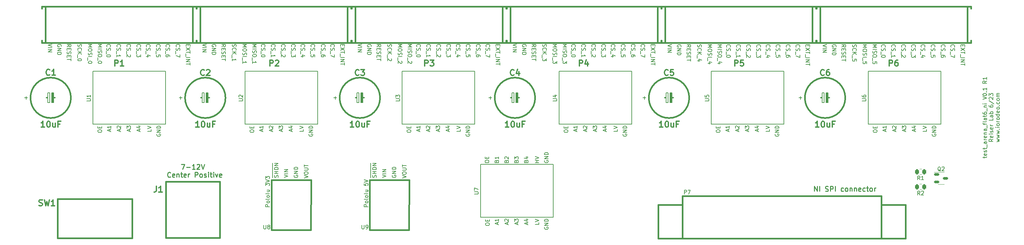
<source format=gto>
%TF.GenerationSoftware,KiCad,Pcbnew,7.0.2-6a45011f42~172~ubuntu22.04.1*%
%TF.CreationDate,2023-06-12T08:45:28-07:00*%
%TF.ProjectId,arena,6172656e-612e-46b6-9963-61645f706362,rev?*%
%TF.SameCoordinates,Original*%
%TF.FileFunction,Legend,Top*%
%TF.FilePolarity,Positive*%
%FSLAX46Y46*%
G04 Gerber Fmt 4.6, Leading zero omitted, Abs format (unit mm)*
G04 Created by KiCad (PCBNEW 7.0.2-6a45011f42~172~ubuntu22.04.1) date 2023-06-12 08:45:28*
%MOMM*%
%LPD*%
G01*
G04 APERTURE LIST*
G04 Aperture macros list*
%AMRoundRect*
0 Rectangle with rounded corners*
0 $1 Rounding radius*
0 $2 $3 $4 $5 $6 $7 $8 $9 X,Y pos of 4 corners*
0 Add a 4 corners polygon primitive as box body*
4,1,4,$2,$3,$4,$5,$6,$7,$8,$9,$2,$3,0*
0 Add four circle primitives for the rounded corners*
1,1,$1+$1,$2,$3*
1,1,$1+$1,$4,$5*
1,1,$1+$1,$6,$7*
1,1,$1+$1,$8,$9*
0 Add four rect primitives between the rounded corners*
20,1,$1+$1,$2,$3,$4,$5,0*
20,1,$1+$1,$4,$5,$6,$7,0*
20,1,$1+$1,$6,$7,$8,$9,0*
20,1,$1+$1,$8,$9,$2,$3,0*%
G04 Aperture macros list end*
%ADD10C,0.150000*%
%ADD11C,0.254000*%
%ADD12C,0.203200*%
%ADD13C,0.304800*%
%ADD14C,0.152400*%
%ADD15C,0.300000*%
%ADD16C,0.381000*%
%ADD17C,0.200000*%
%ADD18C,0.120000*%
%ADD19C,2.540000*%
%ADD20R,1.600000X1.600000*%
%ADD21C,1.600000*%
%ADD22C,1.778000*%
%ADD23C,1.651000*%
%ADD24C,3.556000*%
%ADD25C,1.930400*%
%ADD26C,4.064000*%
%ADD27C,1.400000*%
%ADD28C,3.700000*%
%ADD29RoundRect,0.250000X0.262500X0.450000X-0.262500X0.450000X-0.262500X-0.450000X0.262500X-0.450000X0*%
%ADD30RoundRect,0.150000X-0.512500X-0.150000X0.512500X-0.150000X0.512500X0.150000X-0.512500X0.150000X0*%
%ADD31C,5.600000*%
G04 APERTURE END LIST*
D10*
X256822380Y-60509523D02*
X257298571Y-60176190D01*
X256822380Y-59938095D02*
X257822380Y-59938095D01*
X257822380Y-59938095D02*
X257822380Y-60319047D01*
X257822380Y-60319047D02*
X257774761Y-60414285D01*
X257774761Y-60414285D02*
X257727142Y-60461904D01*
X257727142Y-60461904D02*
X257631904Y-60509523D01*
X257631904Y-60509523D02*
X257489047Y-60509523D01*
X257489047Y-60509523D02*
X257393809Y-60461904D01*
X257393809Y-60461904D02*
X257346190Y-60414285D01*
X257346190Y-60414285D02*
X257298571Y-60319047D01*
X257298571Y-60319047D02*
X257298571Y-59938095D01*
X257346190Y-60938095D02*
X257346190Y-61271428D01*
X256822380Y-61414285D02*
X256822380Y-60938095D01*
X256822380Y-60938095D02*
X257822380Y-60938095D01*
X257822380Y-60938095D02*
X257822380Y-61414285D01*
X256870000Y-61795238D02*
X256822380Y-61938095D01*
X256822380Y-61938095D02*
X256822380Y-62176190D01*
X256822380Y-62176190D02*
X256870000Y-62271428D01*
X256870000Y-62271428D02*
X256917619Y-62319047D01*
X256917619Y-62319047D02*
X257012857Y-62366666D01*
X257012857Y-62366666D02*
X257108095Y-62366666D01*
X257108095Y-62366666D02*
X257203333Y-62319047D01*
X257203333Y-62319047D02*
X257250952Y-62271428D01*
X257250952Y-62271428D02*
X257298571Y-62176190D01*
X257298571Y-62176190D02*
X257346190Y-61985714D01*
X257346190Y-61985714D02*
X257393809Y-61890476D01*
X257393809Y-61890476D02*
X257441428Y-61842857D01*
X257441428Y-61842857D02*
X257536666Y-61795238D01*
X257536666Y-61795238D02*
X257631904Y-61795238D01*
X257631904Y-61795238D02*
X257727142Y-61842857D01*
X257727142Y-61842857D02*
X257774761Y-61890476D01*
X257774761Y-61890476D02*
X257822380Y-61985714D01*
X257822380Y-61985714D02*
X257822380Y-62223809D01*
X257822380Y-62223809D02*
X257774761Y-62366666D01*
X257346190Y-62795238D02*
X257346190Y-63128571D01*
X256822380Y-63271428D02*
X256822380Y-62795238D01*
X256822380Y-62795238D02*
X257822380Y-62795238D01*
X257822380Y-62795238D02*
X257822380Y-63271428D01*
X257822380Y-63557143D02*
X257822380Y-64128571D01*
X256822380Y-63842857D02*
X257822380Y-63842857D01*
X262272380Y-59938095D02*
X263272380Y-59938095D01*
X263272380Y-59938095D02*
X262558095Y-60271428D01*
X262558095Y-60271428D02*
X263272380Y-60604761D01*
X263272380Y-60604761D02*
X262272380Y-60604761D01*
X263272380Y-61271428D02*
X263272380Y-61461904D01*
X263272380Y-61461904D02*
X263224761Y-61557142D01*
X263224761Y-61557142D02*
X263129523Y-61652380D01*
X263129523Y-61652380D02*
X262939047Y-61699999D01*
X262939047Y-61699999D02*
X262605714Y-61699999D01*
X262605714Y-61699999D02*
X262415238Y-61652380D01*
X262415238Y-61652380D02*
X262320000Y-61557142D01*
X262320000Y-61557142D02*
X262272380Y-61461904D01*
X262272380Y-61461904D02*
X262272380Y-61271428D01*
X262272380Y-61271428D02*
X262320000Y-61176190D01*
X262320000Y-61176190D02*
X262415238Y-61080952D01*
X262415238Y-61080952D02*
X262605714Y-61033333D01*
X262605714Y-61033333D02*
X262939047Y-61033333D01*
X262939047Y-61033333D02*
X263129523Y-61080952D01*
X263129523Y-61080952D02*
X263224761Y-61176190D01*
X263224761Y-61176190D02*
X263272380Y-61271428D01*
X262320000Y-62080952D02*
X262272380Y-62223809D01*
X262272380Y-62223809D02*
X262272380Y-62461904D01*
X262272380Y-62461904D02*
X262320000Y-62557142D01*
X262320000Y-62557142D02*
X262367619Y-62604761D01*
X262367619Y-62604761D02*
X262462857Y-62652380D01*
X262462857Y-62652380D02*
X262558095Y-62652380D01*
X262558095Y-62652380D02*
X262653333Y-62604761D01*
X262653333Y-62604761D02*
X262700952Y-62557142D01*
X262700952Y-62557142D02*
X262748571Y-62461904D01*
X262748571Y-62461904D02*
X262796190Y-62271428D01*
X262796190Y-62271428D02*
X262843809Y-62176190D01*
X262843809Y-62176190D02*
X262891428Y-62128571D01*
X262891428Y-62128571D02*
X262986666Y-62080952D01*
X262986666Y-62080952D02*
X263081904Y-62080952D01*
X263081904Y-62080952D02*
X263177142Y-62128571D01*
X263177142Y-62128571D02*
X263224761Y-62176190D01*
X263224761Y-62176190D02*
X263272380Y-62271428D01*
X263272380Y-62271428D02*
X263272380Y-62509523D01*
X263272380Y-62509523D02*
X263224761Y-62652380D01*
X262272380Y-63080952D02*
X263272380Y-63080952D01*
X262177142Y-63319047D02*
X262177142Y-64080951D01*
X263272380Y-64795237D02*
X263272380Y-64319047D01*
X263272380Y-64319047D02*
X262796190Y-64271428D01*
X262796190Y-64271428D02*
X262843809Y-64319047D01*
X262843809Y-64319047D02*
X262891428Y-64414285D01*
X262891428Y-64414285D02*
X262891428Y-64652380D01*
X262891428Y-64652380D02*
X262843809Y-64747618D01*
X262843809Y-64747618D02*
X262796190Y-64795237D01*
X262796190Y-64795237D02*
X262700952Y-64842856D01*
X262700952Y-64842856D02*
X262462857Y-64842856D01*
X262462857Y-64842856D02*
X262367619Y-64795237D01*
X262367619Y-64795237D02*
X262320000Y-64747618D01*
X262320000Y-64747618D02*
X262272380Y-64652380D01*
X262272380Y-64652380D02*
X262272380Y-64414285D01*
X262272380Y-64414285D02*
X262320000Y-64319047D01*
X262320000Y-64319047D02*
X262367619Y-64271428D01*
X252872380Y-59795238D02*
X251872380Y-60128571D01*
X251872380Y-60128571D02*
X252872380Y-60461904D01*
X251872380Y-60795238D02*
X252872380Y-60795238D01*
X251872380Y-61271428D02*
X252872380Y-61271428D01*
X252872380Y-61271428D02*
X251872380Y-61842856D01*
X251872380Y-61842856D02*
X252872380Y-61842856D01*
X280017619Y-60509523D02*
X279970000Y-60461904D01*
X279970000Y-60461904D02*
X279922380Y-60319047D01*
X279922380Y-60319047D02*
X279922380Y-60223809D01*
X279922380Y-60223809D02*
X279970000Y-60080952D01*
X279970000Y-60080952D02*
X280065238Y-59985714D01*
X280065238Y-59985714D02*
X280160476Y-59938095D01*
X280160476Y-59938095D02*
X280350952Y-59890476D01*
X280350952Y-59890476D02*
X280493809Y-59890476D01*
X280493809Y-59890476D02*
X280684285Y-59938095D01*
X280684285Y-59938095D02*
X280779523Y-59985714D01*
X280779523Y-59985714D02*
X280874761Y-60080952D01*
X280874761Y-60080952D02*
X280922380Y-60223809D01*
X280922380Y-60223809D02*
X280922380Y-60319047D01*
X280922380Y-60319047D02*
X280874761Y-60461904D01*
X280874761Y-60461904D02*
X280827142Y-60509523D01*
X279970000Y-60890476D02*
X279922380Y-61033333D01*
X279922380Y-61033333D02*
X279922380Y-61271428D01*
X279922380Y-61271428D02*
X279970000Y-61366666D01*
X279970000Y-61366666D02*
X280017619Y-61414285D01*
X280017619Y-61414285D02*
X280112857Y-61461904D01*
X280112857Y-61461904D02*
X280208095Y-61461904D01*
X280208095Y-61461904D02*
X280303333Y-61414285D01*
X280303333Y-61414285D02*
X280350952Y-61366666D01*
X280350952Y-61366666D02*
X280398571Y-61271428D01*
X280398571Y-61271428D02*
X280446190Y-61080952D01*
X280446190Y-61080952D02*
X280493809Y-60985714D01*
X280493809Y-60985714D02*
X280541428Y-60938095D01*
X280541428Y-60938095D02*
X280636666Y-60890476D01*
X280636666Y-60890476D02*
X280731904Y-60890476D01*
X280731904Y-60890476D02*
X280827142Y-60938095D01*
X280827142Y-60938095D02*
X280874761Y-60985714D01*
X280874761Y-60985714D02*
X280922380Y-61080952D01*
X280922380Y-61080952D02*
X280922380Y-61319047D01*
X280922380Y-61319047D02*
X280874761Y-61461904D01*
X279827142Y-61652381D02*
X279827142Y-62414285D01*
X280922380Y-63128571D02*
X280922380Y-62652381D01*
X280922380Y-62652381D02*
X280446190Y-62604762D01*
X280446190Y-62604762D02*
X280493809Y-62652381D01*
X280493809Y-62652381D02*
X280541428Y-62747619D01*
X280541428Y-62747619D02*
X280541428Y-62985714D01*
X280541428Y-62985714D02*
X280493809Y-63080952D01*
X280493809Y-63080952D02*
X280446190Y-63128571D01*
X280446190Y-63128571D02*
X280350952Y-63176190D01*
X280350952Y-63176190D02*
X280112857Y-63176190D01*
X280112857Y-63176190D02*
X280017619Y-63128571D01*
X280017619Y-63128571D02*
X279970000Y-63080952D01*
X279970000Y-63080952D02*
X279922380Y-62985714D01*
X279922380Y-62985714D02*
X279922380Y-62747619D01*
X279922380Y-62747619D02*
X279970000Y-62652381D01*
X279970000Y-62652381D02*
X280017619Y-62604762D01*
X274967619Y-60509523D02*
X274920000Y-60461904D01*
X274920000Y-60461904D02*
X274872380Y-60319047D01*
X274872380Y-60319047D02*
X274872380Y-60223809D01*
X274872380Y-60223809D02*
X274920000Y-60080952D01*
X274920000Y-60080952D02*
X275015238Y-59985714D01*
X275015238Y-59985714D02*
X275110476Y-59938095D01*
X275110476Y-59938095D02*
X275300952Y-59890476D01*
X275300952Y-59890476D02*
X275443809Y-59890476D01*
X275443809Y-59890476D02*
X275634285Y-59938095D01*
X275634285Y-59938095D02*
X275729523Y-59985714D01*
X275729523Y-59985714D02*
X275824761Y-60080952D01*
X275824761Y-60080952D02*
X275872380Y-60223809D01*
X275872380Y-60223809D02*
X275872380Y-60319047D01*
X275872380Y-60319047D02*
X275824761Y-60461904D01*
X275824761Y-60461904D02*
X275777142Y-60509523D01*
X274920000Y-60890476D02*
X274872380Y-61033333D01*
X274872380Y-61033333D02*
X274872380Y-61271428D01*
X274872380Y-61271428D02*
X274920000Y-61366666D01*
X274920000Y-61366666D02*
X274967619Y-61414285D01*
X274967619Y-61414285D02*
X275062857Y-61461904D01*
X275062857Y-61461904D02*
X275158095Y-61461904D01*
X275158095Y-61461904D02*
X275253333Y-61414285D01*
X275253333Y-61414285D02*
X275300952Y-61366666D01*
X275300952Y-61366666D02*
X275348571Y-61271428D01*
X275348571Y-61271428D02*
X275396190Y-61080952D01*
X275396190Y-61080952D02*
X275443809Y-60985714D01*
X275443809Y-60985714D02*
X275491428Y-60938095D01*
X275491428Y-60938095D02*
X275586666Y-60890476D01*
X275586666Y-60890476D02*
X275681904Y-60890476D01*
X275681904Y-60890476D02*
X275777142Y-60938095D01*
X275777142Y-60938095D02*
X275824761Y-60985714D01*
X275824761Y-60985714D02*
X275872380Y-61080952D01*
X275872380Y-61080952D02*
X275872380Y-61319047D01*
X275872380Y-61319047D02*
X275824761Y-61461904D01*
X274777142Y-61652381D02*
X274777142Y-62414285D01*
X275872380Y-62557143D02*
X275872380Y-63176190D01*
X275872380Y-63176190D02*
X275491428Y-62842857D01*
X275491428Y-62842857D02*
X275491428Y-62985714D01*
X275491428Y-62985714D02*
X275443809Y-63080952D01*
X275443809Y-63080952D02*
X275396190Y-63128571D01*
X275396190Y-63128571D02*
X275300952Y-63176190D01*
X275300952Y-63176190D02*
X275062857Y-63176190D01*
X275062857Y-63176190D02*
X274967619Y-63128571D01*
X274967619Y-63128571D02*
X274920000Y-63080952D01*
X274920000Y-63080952D02*
X274872380Y-62985714D01*
X274872380Y-62985714D02*
X274872380Y-62700000D01*
X274872380Y-62700000D02*
X274920000Y-62604762D01*
X274920000Y-62604762D02*
X274967619Y-62557143D01*
X277417619Y-60509523D02*
X277370000Y-60461904D01*
X277370000Y-60461904D02*
X277322380Y-60319047D01*
X277322380Y-60319047D02*
X277322380Y-60223809D01*
X277322380Y-60223809D02*
X277370000Y-60080952D01*
X277370000Y-60080952D02*
X277465238Y-59985714D01*
X277465238Y-59985714D02*
X277560476Y-59938095D01*
X277560476Y-59938095D02*
X277750952Y-59890476D01*
X277750952Y-59890476D02*
X277893809Y-59890476D01*
X277893809Y-59890476D02*
X278084285Y-59938095D01*
X278084285Y-59938095D02*
X278179523Y-59985714D01*
X278179523Y-59985714D02*
X278274761Y-60080952D01*
X278274761Y-60080952D02*
X278322380Y-60223809D01*
X278322380Y-60223809D02*
X278322380Y-60319047D01*
X278322380Y-60319047D02*
X278274761Y-60461904D01*
X278274761Y-60461904D02*
X278227142Y-60509523D01*
X277370000Y-60890476D02*
X277322380Y-61033333D01*
X277322380Y-61033333D02*
X277322380Y-61271428D01*
X277322380Y-61271428D02*
X277370000Y-61366666D01*
X277370000Y-61366666D02*
X277417619Y-61414285D01*
X277417619Y-61414285D02*
X277512857Y-61461904D01*
X277512857Y-61461904D02*
X277608095Y-61461904D01*
X277608095Y-61461904D02*
X277703333Y-61414285D01*
X277703333Y-61414285D02*
X277750952Y-61366666D01*
X277750952Y-61366666D02*
X277798571Y-61271428D01*
X277798571Y-61271428D02*
X277846190Y-61080952D01*
X277846190Y-61080952D02*
X277893809Y-60985714D01*
X277893809Y-60985714D02*
X277941428Y-60938095D01*
X277941428Y-60938095D02*
X278036666Y-60890476D01*
X278036666Y-60890476D02*
X278131904Y-60890476D01*
X278131904Y-60890476D02*
X278227142Y-60938095D01*
X278227142Y-60938095D02*
X278274761Y-60985714D01*
X278274761Y-60985714D02*
X278322380Y-61080952D01*
X278322380Y-61080952D02*
X278322380Y-61319047D01*
X278322380Y-61319047D02*
X278274761Y-61461904D01*
X277227142Y-61652381D02*
X277227142Y-62414285D01*
X277989047Y-63080952D02*
X277322380Y-63080952D01*
X278370000Y-62842857D02*
X277655714Y-62604762D01*
X277655714Y-62604762D02*
X277655714Y-63223809D01*
X259620000Y-59890476D02*
X259572380Y-60033333D01*
X259572380Y-60033333D02*
X259572380Y-60271428D01*
X259572380Y-60271428D02*
X259620000Y-60366666D01*
X259620000Y-60366666D02*
X259667619Y-60414285D01*
X259667619Y-60414285D02*
X259762857Y-60461904D01*
X259762857Y-60461904D02*
X259858095Y-60461904D01*
X259858095Y-60461904D02*
X259953333Y-60414285D01*
X259953333Y-60414285D02*
X260000952Y-60366666D01*
X260000952Y-60366666D02*
X260048571Y-60271428D01*
X260048571Y-60271428D02*
X260096190Y-60080952D01*
X260096190Y-60080952D02*
X260143809Y-59985714D01*
X260143809Y-59985714D02*
X260191428Y-59938095D01*
X260191428Y-59938095D02*
X260286666Y-59890476D01*
X260286666Y-59890476D02*
X260381904Y-59890476D01*
X260381904Y-59890476D02*
X260477142Y-59938095D01*
X260477142Y-59938095D02*
X260524761Y-59985714D01*
X260524761Y-59985714D02*
X260572380Y-60080952D01*
X260572380Y-60080952D02*
X260572380Y-60319047D01*
X260572380Y-60319047D02*
X260524761Y-60461904D01*
X259667619Y-61461904D02*
X259620000Y-61414285D01*
X259620000Y-61414285D02*
X259572380Y-61271428D01*
X259572380Y-61271428D02*
X259572380Y-61176190D01*
X259572380Y-61176190D02*
X259620000Y-61033333D01*
X259620000Y-61033333D02*
X259715238Y-60938095D01*
X259715238Y-60938095D02*
X259810476Y-60890476D01*
X259810476Y-60890476D02*
X260000952Y-60842857D01*
X260000952Y-60842857D02*
X260143809Y-60842857D01*
X260143809Y-60842857D02*
X260334285Y-60890476D01*
X260334285Y-60890476D02*
X260429523Y-60938095D01*
X260429523Y-60938095D02*
X260524761Y-61033333D01*
X260524761Y-61033333D02*
X260572380Y-61176190D01*
X260572380Y-61176190D02*
X260572380Y-61271428D01*
X260572380Y-61271428D02*
X260524761Y-61414285D01*
X260524761Y-61414285D02*
X260477142Y-61461904D01*
X259572380Y-61890476D02*
X260572380Y-61890476D01*
X259572380Y-62461904D02*
X260143809Y-62033333D01*
X260572380Y-62461904D02*
X260000952Y-61890476D01*
X259477142Y-62652381D02*
X259477142Y-63414285D01*
X260572380Y-64128571D02*
X260572380Y-63652381D01*
X260572380Y-63652381D02*
X260096190Y-63604762D01*
X260096190Y-63604762D02*
X260143809Y-63652381D01*
X260143809Y-63652381D02*
X260191428Y-63747619D01*
X260191428Y-63747619D02*
X260191428Y-63985714D01*
X260191428Y-63985714D02*
X260143809Y-64080952D01*
X260143809Y-64080952D02*
X260096190Y-64128571D01*
X260096190Y-64128571D02*
X260000952Y-64176190D01*
X260000952Y-64176190D02*
X259762857Y-64176190D01*
X259762857Y-64176190D02*
X259667619Y-64128571D01*
X259667619Y-64128571D02*
X259620000Y-64080952D01*
X259620000Y-64080952D02*
X259572380Y-63985714D01*
X259572380Y-63985714D02*
X259572380Y-63747619D01*
X259572380Y-63747619D02*
X259620000Y-63652381D01*
X259620000Y-63652381D02*
X259667619Y-63604762D01*
X282617619Y-60509523D02*
X282570000Y-60461904D01*
X282570000Y-60461904D02*
X282522380Y-60319047D01*
X282522380Y-60319047D02*
X282522380Y-60223809D01*
X282522380Y-60223809D02*
X282570000Y-60080952D01*
X282570000Y-60080952D02*
X282665238Y-59985714D01*
X282665238Y-59985714D02*
X282760476Y-59938095D01*
X282760476Y-59938095D02*
X282950952Y-59890476D01*
X282950952Y-59890476D02*
X283093809Y-59890476D01*
X283093809Y-59890476D02*
X283284285Y-59938095D01*
X283284285Y-59938095D02*
X283379523Y-59985714D01*
X283379523Y-59985714D02*
X283474761Y-60080952D01*
X283474761Y-60080952D02*
X283522380Y-60223809D01*
X283522380Y-60223809D02*
X283522380Y-60319047D01*
X283522380Y-60319047D02*
X283474761Y-60461904D01*
X283474761Y-60461904D02*
X283427142Y-60509523D01*
X282570000Y-60890476D02*
X282522380Y-61033333D01*
X282522380Y-61033333D02*
X282522380Y-61271428D01*
X282522380Y-61271428D02*
X282570000Y-61366666D01*
X282570000Y-61366666D02*
X282617619Y-61414285D01*
X282617619Y-61414285D02*
X282712857Y-61461904D01*
X282712857Y-61461904D02*
X282808095Y-61461904D01*
X282808095Y-61461904D02*
X282903333Y-61414285D01*
X282903333Y-61414285D02*
X282950952Y-61366666D01*
X282950952Y-61366666D02*
X282998571Y-61271428D01*
X282998571Y-61271428D02*
X283046190Y-61080952D01*
X283046190Y-61080952D02*
X283093809Y-60985714D01*
X283093809Y-60985714D02*
X283141428Y-60938095D01*
X283141428Y-60938095D02*
X283236666Y-60890476D01*
X283236666Y-60890476D02*
X283331904Y-60890476D01*
X283331904Y-60890476D02*
X283427142Y-60938095D01*
X283427142Y-60938095D02*
X283474761Y-60985714D01*
X283474761Y-60985714D02*
X283522380Y-61080952D01*
X283522380Y-61080952D02*
X283522380Y-61319047D01*
X283522380Y-61319047D02*
X283474761Y-61461904D01*
X282427142Y-61652381D02*
X282427142Y-62414285D01*
X283522380Y-63080952D02*
X283522380Y-62890476D01*
X283522380Y-62890476D02*
X283474761Y-62795238D01*
X283474761Y-62795238D02*
X283427142Y-62747619D01*
X283427142Y-62747619D02*
X283284285Y-62652381D01*
X283284285Y-62652381D02*
X283093809Y-62604762D01*
X283093809Y-62604762D02*
X282712857Y-62604762D01*
X282712857Y-62604762D02*
X282617619Y-62652381D01*
X282617619Y-62652381D02*
X282570000Y-62700000D01*
X282570000Y-62700000D02*
X282522380Y-62795238D01*
X282522380Y-62795238D02*
X282522380Y-62985714D01*
X282522380Y-62985714D02*
X282570000Y-63080952D01*
X282570000Y-63080952D02*
X282617619Y-63128571D01*
X282617619Y-63128571D02*
X282712857Y-63176190D01*
X282712857Y-63176190D02*
X282950952Y-63176190D01*
X282950952Y-63176190D02*
X283046190Y-63128571D01*
X283046190Y-63128571D02*
X283093809Y-63080952D01*
X283093809Y-63080952D02*
X283141428Y-62985714D01*
X283141428Y-62985714D02*
X283141428Y-62795238D01*
X283141428Y-62795238D02*
X283093809Y-62700000D01*
X283093809Y-62700000D02*
X283046190Y-62652381D01*
X283046190Y-62652381D02*
X282950952Y-62604762D01*
X269767619Y-60509523D02*
X269720000Y-60461904D01*
X269720000Y-60461904D02*
X269672380Y-60319047D01*
X269672380Y-60319047D02*
X269672380Y-60223809D01*
X269672380Y-60223809D02*
X269720000Y-60080952D01*
X269720000Y-60080952D02*
X269815238Y-59985714D01*
X269815238Y-59985714D02*
X269910476Y-59938095D01*
X269910476Y-59938095D02*
X270100952Y-59890476D01*
X270100952Y-59890476D02*
X270243809Y-59890476D01*
X270243809Y-59890476D02*
X270434285Y-59938095D01*
X270434285Y-59938095D02*
X270529523Y-59985714D01*
X270529523Y-59985714D02*
X270624761Y-60080952D01*
X270624761Y-60080952D02*
X270672380Y-60223809D01*
X270672380Y-60223809D02*
X270672380Y-60319047D01*
X270672380Y-60319047D02*
X270624761Y-60461904D01*
X270624761Y-60461904D02*
X270577142Y-60509523D01*
X269720000Y-60890476D02*
X269672380Y-61033333D01*
X269672380Y-61033333D02*
X269672380Y-61271428D01*
X269672380Y-61271428D02*
X269720000Y-61366666D01*
X269720000Y-61366666D02*
X269767619Y-61414285D01*
X269767619Y-61414285D02*
X269862857Y-61461904D01*
X269862857Y-61461904D02*
X269958095Y-61461904D01*
X269958095Y-61461904D02*
X270053333Y-61414285D01*
X270053333Y-61414285D02*
X270100952Y-61366666D01*
X270100952Y-61366666D02*
X270148571Y-61271428D01*
X270148571Y-61271428D02*
X270196190Y-61080952D01*
X270196190Y-61080952D02*
X270243809Y-60985714D01*
X270243809Y-60985714D02*
X270291428Y-60938095D01*
X270291428Y-60938095D02*
X270386666Y-60890476D01*
X270386666Y-60890476D02*
X270481904Y-60890476D01*
X270481904Y-60890476D02*
X270577142Y-60938095D01*
X270577142Y-60938095D02*
X270624761Y-60985714D01*
X270624761Y-60985714D02*
X270672380Y-61080952D01*
X270672380Y-61080952D02*
X270672380Y-61319047D01*
X270672380Y-61319047D02*
X270624761Y-61461904D01*
X269577142Y-61652381D02*
X269577142Y-62414285D01*
X269672380Y-63176190D02*
X269672380Y-62604762D01*
X269672380Y-62890476D02*
X270672380Y-62890476D01*
X270672380Y-62890476D02*
X270529523Y-62795238D01*
X270529523Y-62795238D02*
X270434285Y-62700000D01*
X270434285Y-62700000D02*
X270386666Y-62604762D01*
X267167619Y-60509523D02*
X267120000Y-60461904D01*
X267120000Y-60461904D02*
X267072380Y-60319047D01*
X267072380Y-60319047D02*
X267072380Y-60223809D01*
X267072380Y-60223809D02*
X267120000Y-60080952D01*
X267120000Y-60080952D02*
X267215238Y-59985714D01*
X267215238Y-59985714D02*
X267310476Y-59938095D01*
X267310476Y-59938095D02*
X267500952Y-59890476D01*
X267500952Y-59890476D02*
X267643809Y-59890476D01*
X267643809Y-59890476D02*
X267834285Y-59938095D01*
X267834285Y-59938095D02*
X267929523Y-59985714D01*
X267929523Y-59985714D02*
X268024761Y-60080952D01*
X268024761Y-60080952D02*
X268072380Y-60223809D01*
X268072380Y-60223809D02*
X268072380Y-60319047D01*
X268072380Y-60319047D02*
X268024761Y-60461904D01*
X268024761Y-60461904D02*
X267977142Y-60509523D01*
X267120000Y-60890476D02*
X267072380Y-61033333D01*
X267072380Y-61033333D02*
X267072380Y-61271428D01*
X267072380Y-61271428D02*
X267120000Y-61366666D01*
X267120000Y-61366666D02*
X267167619Y-61414285D01*
X267167619Y-61414285D02*
X267262857Y-61461904D01*
X267262857Y-61461904D02*
X267358095Y-61461904D01*
X267358095Y-61461904D02*
X267453333Y-61414285D01*
X267453333Y-61414285D02*
X267500952Y-61366666D01*
X267500952Y-61366666D02*
X267548571Y-61271428D01*
X267548571Y-61271428D02*
X267596190Y-61080952D01*
X267596190Y-61080952D02*
X267643809Y-60985714D01*
X267643809Y-60985714D02*
X267691428Y-60938095D01*
X267691428Y-60938095D02*
X267786666Y-60890476D01*
X267786666Y-60890476D02*
X267881904Y-60890476D01*
X267881904Y-60890476D02*
X267977142Y-60938095D01*
X267977142Y-60938095D02*
X268024761Y-60985714D01*
X268024761Y-60985714D02*
X268072380Y-61080952D01*
X268072380Y-61080952D02*
X268072380Y-61319047D01*
X268072380Y-61319047D02*
X268024761Y-61461904D01*
X266977142Y-61652381D02*
X266977142Y-62414285D01*
X268072380Y-62842857D02*
X268072380Y-62938095D01*
X268072380Y-62938095D02*
X268024761Y-63033333D01*
X268024761Y-63033333D02*
X267977142Y-63080952D01*
X267977142Y-63080952D02*
X267881904Y-63128571D01*
X267881904Y-63128571D02*
X267691428Y-63176190D01*
X267691428Y-63176190D02*
X267453333Y-63176190D01*
X267453333Y-63176190D02*
X267262857Y-63128571D01*
X267262857Y-63128571D02*
X267167619Y-63080952D01*
X267167619Y-63080952D02*
X267120000Y-63033333D01*
X267120000Y-63033333D02*
X267072380Y-62938095D01*
X267072380Y-62938095D02*
X267072380Y-62842857D01*
X267072380Y-62842857D02*
X267120000Y-62747619D01*
X267120000Y-62747619D02*
X267167619Y-62700000D01*
X267167619Y-62700000D02*
X267262857Y-62652381D01*
X267262857Y-62652381D02*
X267453333Y-62604762D01*
X267453333Y-62604762D02*
X267691428Y-62604762D01*
X267691428Y-62604762D02*
X267881904Y-62652381D01*
X267881904Y-62652381D02*
X267977142Y-62700000D01*
X267977142Y-62700000D02*
X268024761Y-62747619D01*
X268024761Y-62747619D02*
X268072380Y-62842857D01*
X285117619Y-60509523D02*
X285070000Y-60461904D01*
X285070000Y-60461904D02*
X285022380Y-60319047D01*
X285022380Y-60319047D02*
X285022380Y-60223809D01*
X285022380Y-60223809D02*
X285070000Y-60080952D01*
X285070000Y-60080952D02*
X285165238Y-59985714D01*
X285165238Y-59985714D02*
X285260476Y-59938095D01*
X285260476Y-59938095D02*
X285450952Y-59890476D01*
X285450952Y-59890476D02*
X285593809Y-59890476D01*
X285593809Y-59890476D02*
X285784285Y-59938095D01*
X285784285Y-59938095D02*
X285879523Y-59985714D01*
X285879523Y-59985714D02*
X285974761Y-60080952D01*
X285974761Y-60080952D02*
X286022380Y-60223809D01*
X286022380Y-60223809D02*
X286022380Y-60319047D01*
X286022380Y-60319047D02*
X285974761Y-60461904D01*
X285974761Y-60461904D02*
X285927142Y-60509523D01*
X285070000Y-60890476D02*
X285022380Y-61033333D01*
X285022380Y-61033333D02*
X285022380Y-61271428D01*
X285022380Y-61271428D02*
X285070000Y-61366666D01*
X285070000Y-61366666D02*
X285117619Y-61414285D01*
X285117619Y-61414285D02*
X285212857Y-61461904D01*
X285212857Y-61461904D02*
X285308095Y-61461904D01*
X285308095Y-61461904D02*
X285403333Y-61414285D01*
X285403333Y-61414285D02*
X285450952Y-61366666D01*
X285450952Y-61366666D02*
X285498571Y-61271428D01*
X285498571Y-61271428D02*
X285546190Y-61080952D01*
X285546190Y-61080952D02*
X285593809Y-60985714D01*
X285593809Y-60985714D02*
X285641428Y-60938095D01*
X285641428Y-60938095D02*
X285736666Y-60890476D01*
X285736666Y-60890476D02*
X285831904Y-60890476D01*
X285831904Y-60890476D02*
X285927142Y-60938095D01*
X285927142Y-60938095D02*
X285974761Y-60985714D01*
X285974761Y-60985714D02*
X286022380Y-61080952D01*
X286022380Y-61080952D02*
X286022380Y-61319047D01*
X286022380Y-61319047D02*
X285974761Y-61461904D01*
X284927142Y-61652381D02*
X284927142Y-62414285D01*
X286022380Y-62557143D02*
X286022380Y-63223809D01*
X286022380Y-63223809D02*
X285022380Y-62795238D01*
X255274761Y-60461904D02*
X255322380Y-60366666D01*
X255322380Y-60366666D02*
X255322380Y-60223809D01*
X255322380Y-60223809D02*
X255274761Y-60080952D01*
X255274761Y-60080952D02*
X255179523Y-59985714D01*
X255179523Y-59985714D02*
X255084285Y-59938095D01*
X255084285Y-59938095D02*
X254893809Y-59890476D01*
X254893809Y-59890476D02*
X254750952Y-59890476D01*
X254750952Y-59890476D02*
X254560476Y-59938095D01*
X254560476Y-59938095D02*
X254465238Y-59985714D01*
X254465238Y-59985714D02*
X254370000Y-60080952D01*
X254370000Y-60080952D02*
X254322380Y-60223809D01*
X254322380Y-60223809D02*
X254322380Y-60319047D01*
X254322380Y-60319047D02*
X254370000Y-60461904D01*
X254370000Y-60461904D02*
X254417619Y-60509523D01*
X254417619Y-60509523D02*
X254750952Y-60509523D01*
X254750952Y-60509523D02*
X254750952Y-60319047D01*
X254322380Y-60938095D02*
X255322380Y-60938095D01*
X255322380Y-60938095D02*
X254322380Y-61509523D01*
X254322380Y-61509523D02*
X255322380Y-61509523D01*
X254322380Y-61985714D02*
X255322380Y-61985714D01*
X255322380Y-61985714D02*
X255322380Y-62223809D01*
X255322380Y-62223809D02*
X255274761Y-62366666D01*
X255274761Y-62366666D02*
X255179523Y-62461904D01*
X255179523Y-62461904D02*
X255084285Y-62509523D01*
X255084285Y-62509523D02*
X254893809Y-62557142D01*
X254893809Y-62557142D02*
X254750952Y-62557142D01*
X254750952Y-62557142D02*
X254560476Y-62509523D01*
X254560476Y-62509523D02*
X254465238Y-62461904D01*
X254465238Y-62461904D02*
X254370000Y-62366666D01*
X254370000Y-62366666D02*
X254322380Y-62223809D01*
X254322380Y-62223809D02*
X254322380Y-61985714D01*
X264822380Y-59938095D02*
X265822380Y-59938095D01*
X265822380Y-59938095D02*
X265108095Y-60271428D01*
X265108095Y-60271428D02*
X265822380Y-60604761D01*
X265822380Y-60604761D02*
X264822380Y-60604761D01*
X264822380Y-61080952D02*
X265822380Y-61080952D01*
X264870000Y-61509523D02*
X264822380Y-61652380D01*
X264822380Y-61652380D02*
X264822380Y-61890475D01*
X264822380Y-61890475D02*
X264870000Y-61985713D01*
X264870000Y-61985713D02*
X264917619Y-62033332D01*
X264917619Y-62033332D02*
X265012857Y-62080951D01*
X265012857Y-62080951D02*
X265108095Y-62080951D01*
X265108095Y-62080951D02*
X265203333Y-62033332D01*
X265203333Y-62033332D02*
X265250952Y-61985713D01*
X265250952Y-61985713D02*
X265298571Y-61890475D01*
X265298571Y-61890475D02*
X265346190Y-61699999D01*
X265346190Y-61699999D02*
X265393809Y-61604761D01*
X265393809Y-61604761D02*
X265441428Y-61557142D01*
X265441428Y-61557142D02*
X265536666Y-61509523D01*
X265536666Y-61509523D02*
X265631904Y-61509523D01*
X265631904Y-61509523D02*
X265727142Y-61557142D01*
X265727142Y-61557142D02*
X265774761Y-61604761D01*
X265774761Y-61604761D02*
X265822380Y-61699999D01*
X265822380Y-61699999D02*
X265822380Y-61938094D01*
X265822380Y-61938094D02*
X265774761Y-62080951D01*
X265822380Y-62699999D02*
X265822380Y-62890475D01*
X265822380Y-62890475D02*
X265774761Y-62985713D01*
X265774761Y-62985713D02*
X265679523Y-63080951D01*
X265679523Y-63080951D02*
X265489047Y-63128570D01*
X265489047Y-63128570D02*
X265155714Y-63128570D01*
X265155714Y-63128570D02*
X264965238Y-63080951D01*
X264965238Y-63080951D02*
X264870000Y-62985713D01*
X264870000Y-62985713D02*
X264822380Y-62890475D01*
X264822380Y-62890475D02*
X264822380Y-62699999D01*
X264822380Y-62699999D02*
X264870000Y-62604761D01*
X264870000Y-62604761D02*
X264965238Y-62509523D01*
X264965238Y-62509523D02*
X265155714Y-62461904D01*
X265155714Y-62461904D02*
X265489047Y-62461904D01*
X265489047Y-62461904D02*
X265679523Y-62509523D01*
X265679523Y-62509523D02*
X265774761Y-62604761D01*
X265774761Y-62604761D02*
X265822380Y-62699999D01*
X264727142Y-63319047D02*
X264727142Y-64080951D01*
X265822380Y-64795237D02*
X265822380Y-64319047D01*
X265822380Y-64319047D02*
X265346190Y-64271428D01*
X265346190Y-64271428D02*
X265393809Y-64319047D01*
X265393809Y-64319047D02*
X265441428Y-64414285D01*
X265441428Y-64414285D02*
X265441428Y-64652380D01*
X265441428Y-64652380D02*
X265393809Y-64747618D01*
X265393809Y-64747618D02*
X265346190Y-64795237D01*
X265346190Y-64795237D02*
X265250952Y-64842856D01*
X265250952Y-64842856D02*
X265012857Y-64842856D01*
X265012857Y-64842856D02*
X264917619Y-64795237D01*
X264917619Y-64795237D02*
X264870000Y-64747618D01*
X264870000Y-64747618D02*
X264822380Y-64652380D01*
X264822380Y-64652380D02*
X264822380Y-64414285D01*
X264822380Y-64414285D02*
X264870000Y-64319047D01*
X264870000Y-64319047D02*
X264917619Y-64271428D01*
X288146190Y-59938095D02*
X288146190Y-60271428D01*
X287622380Y-60414285D02*
X287622380Y-59938095D01*
X287622380Y-59938095D02*
X288622380Y-59938095D01*
X288622380Y-59938095D02*
X288622380Y-60414285D01*
X288622380Y-60747619D02*
X287622380Y-61414285D01*
X288622380Y-61414285D02*
X287622380Y-60747619D01*
X288622380Y-61652381D02*
X288622380Y-62223809D01*
X287622380Y-61938095D02*
X288622380Y-61938095D01*
X287527142Y-62319048D02*
X287527142Y-63080952D01*
X287622380Y-63319048D02*
X288622380Y-63319048D01*
X287622380Y-63795238D02*
X288622380Y-63795238D01*
X288622380Y-63795238D02*
X287622380Y-64366666D01*
X287622380Y-64366666D02*
X288622380Y-64366666D01*
X288622380Y-64700000D02*
X288622380Y-65271428D01*
X287622380Y-64985714D02*
X288622380Y-64985714D01*
X272367619Y-60509523D02*
X272320000Y-60461904D01*
X272320000Y-60461904D02*
X272272380Y-60319047D01*
X272272380Y-60319047D02*
X272272380Y-60223809D01*
X272272380Y-60223809D02*
X272320000Y-60080952D01*
X272320000Y-60080952D02*
X272415238Y-59985714D01*
X272415238Y-59985714D02*
X272510476Y-59938095D01*
X272510476Y-59938095D02*
X272700952Y-59890476D01*
X272700952Y-59890476D02*
X272843809Y-59890476D01*
X272843809Y-59890476D02*
X273034285Y-59938095D01*
X273034285Y-59938095D02*
X273129523Y-59985714D01*
X273129523Y-59985714D02*
X273224761Y-60080952D01*
X273224761Y-60080952D02*
X273272380Y-60223809D01*
X273272380Y-60223809D02*
X273272380Y-60319047D01*
X273272380Y-60319047D02*
X273224761Y-60461904D01*
X273224761Y-60461904D02*
X273177142Y-60509523D01*
X272320000Y-60890476D02*
X272272380Y-61033333D01*
X272272380Y-61033333D02*
X272272380Y-61271428D01*
X272272380Y-61271428D02*
X272320000Y-61366666D01*
X272320000Y-61366666D02*
X272367619Y-61414285D01*
X272367619Y-61414285D02*
X272462857Y-61461904D01*
X272462857Y-61461904D02*
X272558095Y-61461904D01*
X272558095Y-61461904D02*
X272653333Y-61414285D01*
X272653333Y-61414285D02*
X272700952Y-61366666D01*
X272700952Y-61366666D02*
X272748571Y-61271428D01*
X272748571Y-61271428D02*
X272796190Y-61080952D01*
X272796190Y-61080952D02*
X272843809Y-60985714D01*
X272843809Y-60985714D02*
X272891428Y-60938095D01*
X272891428Y-60938095D02*
X272986666Y-60890476D01*
X272986666Y-60890476D02*
X273081904Y-60890476D01*
X273081904Y-60890476D02*
X273177142Y-60938095D01*
X273177142Y-60938095D02*
X273224761Y-60985714D01*
X273224761Y-60985714D02*
X273272380Y-61080952D01*
X273272380Y-61080952D02*
X273272380Y-61319047D01*
X273272380Y-61319047D02*
X273224761Y-61461904D01*
X272177142Y-61652381D02*
X272177142Y-62414285D01*
X273177142Y-62604762D02*
X273224761Y-62652381D01*
X273224761Y-62652381D02*
X273272380Y-62747619D01*
X273272380Y-62747619D02*
X273272380Y-62985714D01*
X273272380Y-62985714D02*
X273224761Y-63080952D01*
X273224761Y-63080952D02*
X273177142Y-63128571D01*
X273177142Y-63128571D02*
X273081904Y-63176190D01*
X273081904Y-63176190D02*
X272986666Y-63176190D01*
X272986666Y-63176190D02*
X272843809Y-63128571D01*
X272843809Y-63128571D02*
X272272380Y-62557143D01*
X272272380Y-62557143D02*
X272272380Y-63176190D01*
X242517619Y-60509523D02*
X242470000Y-60461904D01*
X242470000Y-60461904D02*
X242422380Y-60319047D01*
X242422380Y-60319047D02*
X242422380Y-60223809D01*
X242422380Y-60223809D02*
X242470000Y-60080952D01*
X242470000Y-60080952D02*
X242565238Y-59985714D01*
X242565238Y-59985714D02*
X242660476Y-59938095D01*
X242660476Y-59938095D02*
X242850952Y-59890476D01*
X242850952Y-59890476D02*
X242993809Y-59890476D01*
X242993809Y-59890476D02*
X243184285Y-59938095D01*
X243184285Y-59938095D02*
X243279523Y-59985714D01*
X243279523Y-59985714D02*
X243374761Y-60080952D01*
X243374761Y-60080952D02*
X243422380Y-60223809D01*
X243422380Y-60223809D02*
X243422380Y-60319047D01*
X243422380Y-60319047D02*
X243374761Y-60461904D01*
X243374761Y-60461904D02*
X243327142Y-60509523D01*
X242470000Y-60890476D02*
X242422380Y-61033333D01*
X242422380Y-61033333D02*
X242422380Y-61271428D01*
X242422380Y-61271428D02*
X242470000Y-61366666D01*
X242470000Y-61366666D02*
X242517619Y-61414285D01*
X242517619Y-61414285D02*
X242612857Y-61461904D01*
X242612857Y-61461904D02*
X242708095Y-61461904D01*
X242708095Y-61461904D02*
X242803333Y-61414285D01*
X242803333Y-61414285D02*
X242850952Y-61366666D01*
X242850952Y-61366666D02*
X242898571Y-61271428D01*
X242898571Y-61271428D02*
X242946190Y-61080952D01*
X242946190Y-61080952D02*
X242993809Y-60985714D01*
X242993809Y-60985714D02*
X243041428Y-60938095D01*
X243041428Y-60938095D02*
X243136666Y-60890476D01*
X243136666Y-60890476D02*
X243231904Y-60890476D01*
X243231904Y-60890476D02*
X243327142Y-60938095D01*
X243327142Y-60938095D02*
X243374761Y-60985714D01*
X243374761Y-60985714D02*
X243422380Y-61080952D01*
X243422380Y-61080952D02*
X243422380Y-61319047D01*
X243422380Y-61319047D02*
X243374761Y-61461904D01*
X242327142Y-61652381D02*
X242327142Y-62414285D01*
X243422380Y-63080952D02*
X243422380Y-62890476D01*
X243422380Y-62890476D02*
X243374761Y-62795238D01*
X243374761Y-62795238D02*
X243327142Y-62747619D01*
X243327142Y-62747619D02*
X243184285Y-62652381D01*
X243184285Y-62652381D02*
X242993809Y-62604762D01*
X242993809Y-62604762D02*
X242612857Y-62604762D01*
X242612857Y-62604762D02*
X242517619Y-62652381D01*
X242517619Y-62652381D02*
X242470000Y-62700000D01*
X242470000Y-62700000D02*
X242422380Y-62795238D01*
X242422380Y-62795238D02*
X242422380Y-62985714D01*
X242422380Y-62985714D02*
X242470000Y-63080952D01*
X242470000Y-63080952D02*
X242517619Y-63128571D01*
X242517619Y-63128571D02*
X242612857Y-63176190D01*
X242612857Y-63176190D02*
X242850952Y-63176190D01*
X242850952Y-63176190D02*
X242946190Y-63128571D01*
X242946190Y-63128571D02*
X242993809Y-63080952D01*
X242993809Y-63080952D02*
X243041428Y-62985714D01*
X243041428Y-62985714D02*
X243041428Y-62795238D01*
X243041428Y-62795238D02*
X242993809Y-62700000D01*
X242993809Y-62700000D02*
X242946190Y-62652381D01*
X242946190Y-62652381D02*
X242850952Y-62604762D01*
X215174761Y-60461904D02*
X215222380Y-60366666D01*
X215222380Y-60366666D02*
X215222380Y-60223809D01*
X215222380Y-60223809D02*
X215174761Y-60080952D01*
X215174761Y-60080952D02*
X215079523Y-59985714D01*
X215079523Y-59985714D02*
X214984285Y-59938095D01*
X214984285Y-59938095D02*
X214793809Y-59890476D01*
X214793809Y-59890476D02*
X214650952Y-59890476D01*
X214650952Y-59890476D02*
X214460476Y-59938095D01*
X214460476Y-59938095D02*
X214365238Y-59985714D01*
X214365238Y-59985714D02*
X214270000Y-60080952D01*
X214270000Y-60080952D02*
X214222380Y-60223809D01*
X214222380Y-60223809D02*
X214222380Y-60319047D01*
X214222380Y-60319047D02*
X214270000Y-60461904D01*
X214270000Y-60461904D02*
X214317619Y-60509523D01*
X214317619Y-60509523D02*
X214650952Y-60509523D01*
X214650952Y-60509523D02*
X214650952Y-60319047D01*
X214222380Y-60938095D02*
X215222380Y-60938095D01*
X215222380Y-60938095D02*
X214222380Y-61509523D01*
X214222380Y-61509523D02*
X215222380Y-61509523D01*
X214222380Y-61985714D02*
X215222380Y-61985714D01*
X215222380Y-61985714D02*
X215222380Y-62223809D01*
X215222380Y-62223809D02*
X215174761Y-62366666D01*
X215174761Y-62366666D02*
X215079523Y-62461904D01*
X215079523Y-62461904D02*
X214984285Y-62509523D01*
X214984285Y-62509523D02*
X214793809Y-62557142D01*
X214793809Y-62557142D02*
X214650952Y-62557142D01*
X214650952Y-62557142D02*
X214460476Y-62509523D01*
X214460476Y-62509523D02*
X214365238Y-62461904D01*
X214365238Y-62461904D02*
X214270000Y-62366666D01*
X214270000Y-62366666D02*
X214222380Y-62223809D01*
X214222380Y-62223809D02*
X214222380Y-61985714D01*
X239917619Y-60509523D02*
X239870000Y-60461904D01*
X239870000Y-60461904D02*
X239822380Y-60319047D01*
X239822380Y-60319047D02*
X239822380Y-60223809D01*
X239822380Y-60223809D02*
X239870000Y-60080952D01*
X239870000Y-60080952D02*
X239965238Y-59985714D01*
X239965238Y-59985714D02*
X240060476Y-59938095D01*
X240060476Y-59938095D02*
X240250952Y-59890476D01*
X240250952Y-59890476D02*
X240393809Y-59890476D01*
X240393809Y-59890476D02*
X240584285Y-59938095D01*
X240584285Y-59938095D02*
X240679523Y-59985714D01*
X240679523Y-59985714D02*
X240774761Y-60080952D01*
X240774761Y-60080952D02*
X240822380Y-60223809D01*
X240822380Y-60223809D02*
X240822380Y-60319047D01*
X240822380Y-60319047D02*
X240774761Y-60461904D01*
X240774761Y-60461904D02*
X240727142Y-60509523D01*
X239870000Y-60890476D02*
X239822380Y-61033333D01*
X239822380Y-61033333D02*
X239822380Y-61271428D01*
X239822380Y-61271428D02*
X239870000Y-61366666D01*
X239870000Y-61366666D02*
X239917619Y-61414285D01*
X239917619Y-61414285D02*
X240012857Y-61461904D01*
X240012857Y-61461904D02*
X240108095Y-61461904D01*
X240108095Y-61461904D02*
X240203333Y-61414285D01*
X240203333Y-61414285D02*
X240250952Y-61366666D01*
X240250952Y-61366666D02*
X240298571Y-61271428D01*
X240298571Y-61271428D02*
X240346190Y-61080952D01*
X240346190Y-61080952D02*
X240393809Y-60985714D01*
X240393809Y-60985714D02*
X240441428Y-60938095D01*
X240441428Y-60938095D02*
X240536666Y-60890476D01*
X240536666Y-60890476D02*
X240631904Y-60890476D01*
X240631904Y-60890476D02*
X240727142Y-60938095D01*
X240727142Y-60938095D02*
X240774761Y-60985714D01*
X240774761Y-60985714D02*
X240822380Y-61080952D01*
X240822380Y-61080952D02*
X240822380Y-61319047D01*
X240822380Y-61319047D02*
X240774761Y-61461904D01*
X239727142Y-61652381D02*
X239727142Y-62414285D01*
X240822380Y-63128571D02*
X240822380Y-62652381D01*
X240822380Y-62652381D02*
X240346190Y-62604762D01*
X240346190Y-62604762D02*
X240393809Y-62652381D01*
X240393809Y-62652381D02*
X240441428Y-62747619D01*
X240441428Y-62747619D02*
X240441428Y-62985714D01*
X240441428Y-62985714D02*
X240393809Y-63080952D01*
X240393809Y-63080952D02*
X240346190Y-63128571D01*
X240346190Y-63128571D02*
X240250952Y-63176190D01*
X240250952Y-63176190D02*
X240012857Y-63176190D01*
X240012857Y-63176190D02*
X239917619Y-63128571D01*
X239917619Y-63128571D02*
X239870000Y-63080952D01*
X239870000Y-63080952D02*
X239822380Y-62985714D01*
X239822380Y-62985714D02*
X239822380Y-62747619D01*
X239822380Y-62747619D02*
X239870000Y-62652381D01*
X239870000Y-62652381D02*
X239917619Y-62604762D01*
X237317619Y-60509523D02*
X237270000Y-60461904D01*
X237270000Y-60461904D02*
X237222380Y-60319047D01*
X237222380Y-60319047D02*
X237222380Y-60223809D01*
X237222380Y-60223809D02*
X237270000Y-60080952D01*
X237270000Y-60080952D02*
X237365238Y-59985714D01*
X237365238Y-59985714D02*
X237460476Y-59938095D01*
X237460476Y-59938095D02*
X237650952Y-59890476D01*
X237650952Y-59890476D02*
X237793809Y-59890476D01*
X237793809Y-59890476D02*
X237984285Y-59938095D01*
X237984285Y-59938095D02*
X238079523Y-59985714D01*
X238079523Y-59985714D02*
X238174761Y-60080952D01*
X238174761Y-60080952D02*
X238222380Y-60223809D01*
X238222380Y-60223809D02*
X238222380Y-60319047D01*
X238222380Y-60319047D02*
X238174761Y-60461904D01*
X238174761Y-60461904D02*
X238127142Y-60509523D01*
X237270000Y-60890476D02*
X237222380Y-61033333D01*
X237222380Y-61033333D02*
X237222380Y-61271428D01*
X237222380Y-61271428D02*
X237270000Y-61366666D01*
X237270000Y-61366666D02*
X237317619Y-61414285D01*
X237317619Y-61414285D02*
X237412857Y-61461904D01*
X237412857Y-61461904D02*
X237508095Y-61461904D01*
X237508095Y-61461904D02*
X237603333Y-61414285D01*
X237603333Y-61414285D02*
X237650952Y-61366666D01*
X237650952Y-61366666D02*
X237698571Y-61271428D01*
X237698571Y-61271428D02*
X237746190Y-61080952D01*
X237746190Y-61080952D02*
X237793809Y-60985714D01*
X237793809Y-60985714D02*
X237841428Y-60938095D01*
X237841428Y-60938095D02*
X237936666Y-60890476D01*
X237936666Y-60890476D02*
X238031904Y-60890476D01*
X238031904Y-60890476D02*
X238127142Y-60938095D01*
X238127142Y-60938095D02*
X238174761Y-60985714D01*
X238174761Y-60985714D02*
X238222380Y-61080952D01*
X238222380Y-61080952D02*
X238222380Y-61319047D01*
X238222380Y-61319047D02*
X238174761Y-61461904D01*
X237127142Y-61652381D02*
X237127142Y-62414285D01*
X237889047Y-63080952D02*
X237222380Y-63080952D01*
X238270000Y-62842857D02*
X237555714Y-62604762D01*
X237555714Y-62604762D02*
X237555714Y-63223809D01*
X245017619Y-60509523D02*
X244970000Y-60461904D01*
X244970000Y-60461904D02*
X244922380Y-60319047D01*
X244922380Y-60319047D02*
X244922380Y-60223809D01*
X244922380Y-60223809D02*
X244970000Y-60080952D01*
X244970000Y-60080952D02*
X245065238Y-59985714D01*
X245065238Y-59985714D02*
X245160476Y-59938095D01*
X245160476Y-59938095D02*
X245350952Y-59890476D01*
X245350952Y-59890476D02*
X245493809Y-59890476D01*
X245493809Y-59890476D02*
X245684285Y-59938095D01*
X245684285Y-59938095D02*
X245779523Y-59985714D01*
X245779523Y-59985714D02*
X245874761Y-60080952D01*
X245874761Y-60080952D02*
X245922380Y-60223809D01*
X245922380Y-60223809D02*
X245922380Y-60319047D01*
X245922380Y-60319047D02*
X245874761Y-60461904D01*
X245874761Y-60461904D02*
X245827142Y-60509523D01*
X244970000Y-60890476D02*
X244922380Y-61033333D01*
X244922380Y-61033333D02*
X244922380Y-61271428D01*
X244922380Y-61271428D02*
X244970000Y-61366666D01*
X244970000Y-61366666D02*
X245017619Y-61414285D01*
X245017619Y-61414285D02*
X245112857Y-61461904D01*
X245112857Y-61461904D02*
X245208095Y-61461904D01*
X245208095Y-61461904D02*
X245303333Y-61414285D01*
X245303333Y-61414285D02*
X245350952Y-61366666D01*
X245350952Y-61366666D02*
X245398571Y-61271428D01*
X245398571Y-61271428D02*
X245446190Y-61080952D01*
X245446190Y-61080952D02*
X245493809Y-60985714D01*
X245493809Y-60985714D02*
X245541428Y-60938095D01*
X245541428Y-60938095D02*
X245636666Y-60890476D01*
X245636666Y-60890476D02*
X245731904Y-60890476D01*
X245731904Y-60890476D02*
X245827142Y-60938095D01*
X245827142Y-60938095D02*
X245874761Y-60985714D01*
X245874761Y-60985714D02*
X245922380Y-61080952D01*
X245922380Y-61080952D02*
X245922380Y-61319047D01*
X245922380Y-61319047D02*
X245874761Y-61461904D01*
X244827142Y-61652381D02*
X244827142Y-62414285D01*
X245922380Y-62557143D02*
X245922380Y-63223809D01*
X245922380Y-63223809D02*
X244922380Y-62795238D01*
X212772380Y-59795238D02*
X211772380Y-60128571D01*
X211772380Y-60128571D02*
X212772380Y-60461904D01*
X211772380Y-60795238D02*
X212772380Y-60795238D01*
X211772380Y-61271428D02*
X212772380Y-61271428D01*
X212772380Y-61271428D02*
X211772380Y-61842856D01*
X211772380Y-61842856D02*
X212772380Y-61842856D01*
X232267619Y-60509523D02*
X232220000Y-60461904D01*
X232220000Y-60461904D02*
X232172380Y-60319047D01*
X232172380Y-60319047D02*
X232172380Y-60223809D01*
X232172380Y-60223809D02*
X232220000Y-60080952D01*
X232220000Y-60080952D02*
X232315238Y-59985714D01*
X232315238Y-59985714D02*
X232410476Y-59938095D01*
X232410476Y-59938095D02*
X232600952Y-59890476D01*
X232600952Y-59890476D02*
X232743809Y-59890476D01*
X232743809Y-59890476D02*
X232934285Y-59938095D01*
X232934285Y-59938095D02*
X233029523Y-59985714D01*
X233029523Y-59985714D02*
X233124761Y-60080952D01*
X233124761Y-60080952D02*
X233172380Y-60223809D01*
X233172380Y-60223809D02*
X233172380Y-60319047D01*
X233172380Y-60319047D02*
X233124761Y-60461904D01*
X233124761Y-60461904D02*
X233077142Y-60509523D01*
X232220000Y-60890476D02*
X232172380Y-61033333D01*
X232172380Y-61033333D02*
X232172380Y-61271428D01*
X232172380Y-61271428D02*
X232220000Y-61366666D01*
X232220000Y-61366666D02*
X232267619Y-61414285D01*
X232267619Y-61414285D02*
X232362857Y-61461904D01*
X232362857Y-61461904D02*
X232458095Y-61461904D01*
X232458095Y-61461904D02*
X232553333Y-61414285D01*
X232553333Y-61414285D02*
X232600952Y-61366666D01*
X232600952Y-61366666D02*
X232648571Y-61271428D01*
X232648571Y-61271428D02*
X232696190Y-61080952D01*
X232696190Y-61080952D02*
X232743809Y-60985714D01*
X232743809Y-60985714D02*
X232791428Y-60938095D01*
X232791428Y-60938095D02*
X232886666Y-60890476D01*
X232886666Y-60890476D02*
X232981904Y-60890476D01*
X232981904Y-60890476D02*
X233077142Y-60938095D01*
X233077142Y-60938095D02*
X233124761Y-60985714D01*
X233124761Y-60985714D02*
X233172380Y-61080952D01*
X233172380Y-61080952D02*
X233172380Y-61319047D01*
X233172380Y-61319047D02*
X233124761Y-61461904D01*
X232077142Y-61652381D02*
X232077142Y-62414285D01*
X233077142Y-62604762D02*
X233124761Y-62652381D01*
X233124761Y-62652381D02*
X233172380Y-62747619D01*
X233172380Y-62747619D02*
X233172380Y-62985714D01*
X233172380Y-62985714D02*
X233124761Y-63080952D01*
X233124761Y-63080952D02*
X233077142Y-63128571D01*
X233077142Y-63128571D02*
X232981904Y-63176190D01*
X232981904Y-63176190D02*
X232886666Y-63176190D01*
X232886666Y-63176190D02*
X232743809Y-63128571D01*
X232743809Y-63128571D02*
X232172380Y-62557143D01*
X232172380Y-62557143D02*
X232172380Y-63176190D01*
X224722380Y-59938095D02*
X225722380Y-59938095D01*
X225722380Y-59938095D02*
X225008095Y-60271428D01*
X225008095Y-60271428D02*
X225722380Y-60604761D01*
X225722380Y-60604761D02*
X224722380Y-60604761D01*
X224722380Y-61080952D02*
X225722380Y-61080952D01*
X224770000Y-61509523D02*
X224722380Y-61652380D01*
X224722380Y-61652380D02*
X224722380Y-61890475D01*
X224722380Y-61890475D02*
X224770000Y-61985713D01*
X224770000Y-61985713D02*
X224817619Y-62033332D01*
X224817619Y-62033332D02*
X224912857Y-62080951D01*
X224912857Y-62080951D02*
X225008095Y-62080951D01*
X225008095Y-62080951D02*
X225103333Y-62033332D01*
X225103333Y-62033332D02*
X225150952Y-61985713D01*
X225150952Y-61985713D02*
X225198571Y-61890475D01*
X225198571Y-61890475D02*
X225246190Y-61699999D01*
X225246190Y-61699999D02*
X225293809Y-61604761D01*
X225293809Y-61604761D02*
X225341428Y-61557142D01*
X225341428Y-61557142D02*
X225436666Y-61509523D01*
X225436666Y-61509523D02*
X225531904Y-61509523D01*
X225531904Y-61509523D02*
X225627142Y-61557142D01*
X225627142Y-61557142D02*
X225674761Y-61604761D01*
X225674761Y-61604761D02*
X225722380Y-61699999D01*
X225722380Y-61699999D02*
X225722380Y-61938094D01*
X225722380Y-61938094D02*
X225674761Y-62080951D01*
X225722380Y-62699999D02*
X225722380Y-62890475D01*
X225722380Y-62890475D02*
X225674761Y-62985713D01*
X225674761Y-62985713D02*
X225579523Y-63080951D01*
X225579523Y-63080951D02*
X225389047Y-63128570D01*
X225389047Y-63128570D02*
X225055714Y-63128570D01*
X225055714Y-63128570D02*
X224865238Y-63080951D01*
X224865238Y-63080951D02*
X224770000Y-62985713D01*
X224770000Y-62985713D02*
X224722380Y-62890475D01*
X224722380Y-62890475D02*
X224722380Y-62699999D01*
X224722380Y-62699999D02*
X224770000Y-62604761D01*
X224770000Y-62604761D02*
X224865238Y-62509523D01*
X224865238Y-62509523D02*
X225055714Y-62461904D01*
X225055714Y-62461904D02*
X225389047Y-62461904D01*
X225389047Y-62461904D02*
X225579523Y-62509523D01*
X225579523Y-62509523D02*
X225674761Y-62604761D01*
X225674761Y-62604761D02*
X225722380Y-62699999D01*
X224627142Y-63319047D02*
X224627142Y-64080951D01*
X225389047Y-64747618D02*
X224722380Y-64747618D01*
X225770000Y-64509523D02*
X225055714Y-64271428D01*
X225055714Y-64271428D02*
X225055714Y-64890475D01*
X229667619Y-60509523D02*
X229620000Y-60461904D01*
X229620000Y-60461904D02*
X229572380Y-60319047D01*
X229572380Y-60319047D02*
X229572380Y-60223809D01*
X229572380Y-60223809D02*
X229620000Y-60080952D01*
X229620000Y-60080952D02*
X229715238Y-59985714D01*
X229715238Y-59985714D02*
X229810476Y-59938095D01*
X229810476Y-59938095D02*
X230000952Y-59890476D01*
X230000952Y-59890476D02*
X230143809Y-59890476D01*
X230143809Y-59890476D02*
X230334285Y-59938095D01*
X230334285Y-59938095D02*
X230429523Y-59985714D01*
X230429523Y-59985714D02*
X230524761Y-60080952D01*
X230524761Y-60080952D02*
X230572380Y-60223809D01*
X230572380Y-60223809D02*
X230572380Y-60319047D01*
X230572380Y-60319047D02*
X230524761Y-60461904D01*
X230524761Y-60461904D02*
X230477142Y-60509523D01*
X229620000Y-60890476D02*
X229572380Y-61033333D01*
X229572380Y-61033333D02*
X229572380Y-61271428D01*
X229572380Y-61271428D02*
X229620000Y-61366666D01*
X229620000Y-61366666D02*
X229667619Y-61414285D01*
X229667619Y-61414285D02*
X229762857Y-61461904D01*
X229762857Y-61461904D02*
X229858095Y-61461904D01*
X229858095Y-61461904D02*
X229953333Y-61414285D01*
X229953333Y-61414285D02*
X230000952Y-61366666D01*
X230000952Y-61366666D02*
X230048571Y-61271428D01*
X230048571Y-61271428D02*
X230096190Y-61080952D01*
X230096190Y-61080952D02*
X230143809Y-60985714D01*
X230143809Y-60985714D02*
X230191428Y-60938095D01*
X230191428Y-60938095D02*
X230286666Y-60890476D01*
X230286666Y-60890476D02*
X230381904Y-60890476D01*
X230381904Y-60890476D02*
X230477142Y-60938095D01*
X230477142Y-60938095D02*
X230524761Y-60985714D01*
X230524761Y-60985714D02*
X230572380Y-61080952D01*
X230572380Y-61080952D02*
X230572380Y-61319047D01*
X230572380Y-61319047D02*
X230524761Y-61461904D01*
X229477142Y-61652381D02*
X229477142Y-62414285D01*
X229572380Y-63176190D02*
X229572380Y-62604762D01*
X229572380Y-62890476D02*
X230572380Y-62890476D01*
X230572380Y-62890476D02*
X230429523Y-62795238D01*
X230429523Y-62795238D02*
X230334285Y-62700000D01*
X230334285Y-62700000D02*
X230286666Y-62604762D01*
X234867619Y-60509523D02*
X234820000Y-60461904D01*
X234820000Y-60461904D02*
X234772380Y-60319047D01*
X234772380Y-60319047D02*
X234772380Y-60223809D01*
X234772380Y-60223809D02*
X234820000Y-60080952D01*
X234820000Y-60080952D02*
X234915238Y-59985714D01*
X234915238Y-59985714D02*
X235010476Y-59938095D01*
X235010476Y-59938095D02*
X235200952Y-59890476D01*
X235200952Y-59890476D02*
X235343809Y-59890476D01*
X235343809Y-59890476D02*
X235534285Y-59938095D01*
X235534285Y-59938095D02*
X235629523Y-59985714D01*
X235629523Y-59985714D02*
X235724761Y-60080952D01*
X235724761Y-60080952D02*
X235772380Y-60223809D01*
X235772380Y-60223809D02*
X235772380Y-60319047D01*
X235772380Y-60319047D02*
X235724761Y-60461904D01*
X235724761Y-60461904D02*
X235677142Y-60509523D01*
X234820000Y-60890476D02*
X234772380Y-61033333D01*
X234772380Y-61033333D02*
X234772380Y-61271428D01*
X234772380Y-61271428D02*
X234820000Y-61366666D01*
X234820000Y-61366666D02*
X234867619Y-61414285D01*
X234867619Y-61414285D02*
X234962857Y-61461904D01*
X234962857Y-61461904D02*
X235058095Y-61461904D01*
X235058095Y-61461904D02*
X235153333Y-61414285D01*
X235153333Y-61414285D02*
X235200952Y-61366666D01*
X235200952Y-61366666D02*
X235248571Y-61271428D01*
X235248571Y-61271428D02*
X235296190Y-61080952D01*
X235296190Y-61080952D02*
X235343809Y-60985714D01*
X235343809Y-60985714D02*
X235391428Y-60938095D01*
X235391428Y-60938095D02*
X235486666Y-60890476D01*
X235486666Y-60890476D02*
X235581904Y-60890476D01*
X235581904Y-60890476D02*
X235677142Y-60938095D01*
X235677142Y-60938095D02*
X235724761Y-60985714D01*
X235724761Y-60985714D02*
X235772380Y-61080952D01*
X235772380Y-61080952D02*
X235772380Y-61319047D01*
X235772380Y-61319047D02*
X235724761Y-61461904D01*
X234677142Y-61652381D02*
X234677142Y-62414285D01*
X235772380Y-62557143D02*
X235772380Y-63176190D01*
X235772380Y-63176190D02*
X235391428Y-62842857D01*
X235391428Y-62842857D02*
X235391428Y-62985714D01*
X235391428Y-62985714D02*
X235343809Y-63080952D01*
X235343809Y-63080952D02*
X235296190Y-63128571D01*
X235296190Y-63128571D02*
X235200952Y-63176190D01*
X235200952Y-63176190D02*
X234962857Y-63176190D01*
X234962857Y-63176190D02*
X234867619Y-63128571D01*
X234867619Y-63128571D02*
X234820000Y-63080952D01*
X234820000Y-63080952D02*
X234772380Y-62985714D01*
X234772380Y-62985714D02*
X234772380Y-62700000D01*
X234772380Y-62700000D02*
X234820000Y-62604762D01*
X234820000Y-62604762D02*
X234867619Y-62557143D01*
X222172380Y-59938095D02*
X223172380Y-59938095D01*
X223172380Y-59938095D02*
X222458095Y-60271428D01*
X222458095Y-60271428D02*
X223172380Y-60604761D01*
X223172380Y-60604761D02*
X222172380Y-60604761D01*
X223172380Y-61271428D02*
X223172380Y-61461904D01*
X223172380Y-61461904D02*
X223124761Y-61557142D01*
X223124761Y-61557142D02*
X223029523Y-61652380D01*
X223029523Y-61652380D02*
X222839047Y-61699999D01*
X222839047Y-61699999D02*
X222505714Y-61699999D01*
X222505714Y-61699999D02*
X222315238Y-61652380D01*
X222315238Y-61652380D02*
X222220000Y-61557142D01*
X222220000Y-61557142D02*
X222172380Y-61461904D01*
X222172380Y-61461904D02*
X222172380Y-61271428D01*
X222172380Y-61271428D02*
X222220000Y-61176190D01*
X222220000Y-61176190D02*
X222315238Y-61080952D01*
X222315238Y-61080952D02*
X222505714Y-61033333D01*
X222505714Y-61033333D02*
X222839047Y-61033333D01*
X222839047Y-61033333D02*
X223029523Y-61080952D01*
X223029523Y-61080952D02*
X223124761Y-61176190D01*
X223124761Y-61176190D02*
X223172380Y-61271428D01*
X222220000Y-62080952D02*
X222172380Y-62223809D01*
X222172380Y-62223809D02*
X222172380Y-62461904D01*
X222172380Y-62461904D02*
X222220000Y-62557142D01*
X222220000Y-62557142D02*
X222267619Y-62604761D01*
X222267619Y-62604761D02*
X222362857Y-62652380D01*
X222362857Y-62652380D02*
X222458095Y-62652380D01*
X222458095Y-62652380D02*
X222553333Y-62604761D01*
X222553333Y-62604761D02*
X222600952Y-62557142D01*
X222600952Y-62557142D02*
X222648571Y-62461904D01*
X222648571Y-62461904D02*
X222696190Y-62271428D01*
X222696190Y-62271428D02*
X222743809Y-62176190D01*
X222743809Y-62176190D02*
X222791428Y-62128571D01*
X222791428Y-62128571D02*
X222886666Y-62080952D01*
X222886666Y-62080952D02*
X222981904Y-62080952D01*
X222981904Y-62080952D02*
X223077142Y-62128571D01*
X223077142Y-62128571D02*
X223124761Y-62176190D01*
X223124761Y-62176190D02*
X223172380Y-62271428D01*
X223172380Y-62271428D02*
X223172380Y-62509523D01*
X223172380Y-62509523D02*
X223124761Y-62652380D01*
X222172380Y-63080952D02*
X223172380Y-63080952D01*
X222077142Y-63319047D02*
X222077142Y-64080951D01*
X222839047Y-64747618D02*
X222172380Y-64747618D01*
X223220000Y-64509523D02*
X222505714Y-64271428D01*
X222505714Y-64271428D02*
X222505714Y-64890475D01*
X227067619Y-60509523D02*
X227020000Y-60461904D01*
X227020000Y-60461904D02*
X226972380Y-60319047D01*
X226972380Y-60319047D02*
X226972380Y-60223809D01*
X226972380Y-60223809D02*
X227020000Y-60080952D01*
X227020000Y-60080952D02*
X227115238Y-59985714D01*
X227115238Y-59985714D02*
X227210476Y-59938095D01*
X227210476Y-59938095D02*
X227400952Y-59890476D01*
X227400952Y-59890476D02*
X227543809Y-59890476D01*
X227543809Y-59890476D02*
X227734285Y-59938095D01*
X227734285Y-59938095D02*
X227829523Y-59985714D01*
X227829523Y-59985714D02*
X227924761Y-60080952D01*
X227924761Y-60080952D02*
X227972380Y-60223809D01*
X227972380Y-60223809D02*
X227972380Y-60319047D01*
X227972380Y-60319047D02*
X227924761Y-60461904D01*
X227924761Y-60461904D02*
X227877142Y-60509523D01*
X227020000Y-60890476D02*
X226972380Y-61033333D01*
X226972380Y-61033333D02*
X226972380Y-61271428D01*
X226972380Y-61271428D02*
X227020000Y-61366666D01*
X227020000Y-61366666D02*
X227067619Y-61414285D01*
X227067619Y-61414285D02*
X227162857Y-61461904D01*
X227162857Y-61461904D02*
X227258095Y-61461904D01*
X227258095Y-61461904D02*
X227353333Y-61414285D01*
X227353333Y-61414285D02*
X227400952Y-61366666D01*
X227400952Y-61366666D02*
X227448571Y-61271428D01*
X227448571Y-61271428D02*
X227496190Y-61080952D01*
X227496190Y-61080952D02*
X227543809Y-60985714D01*
X227543809Y-60985714D02*
X227591428Y-60938095D01*
X227591428Y-60938095D02*
X227686666Y-60890476D01*
X227686666Y-60890476D02*
X227781904Y-60890476D01*
X227781904Y-60890476D02*
X227877142Y-60938095D01*
X227877142Y-60938095D02*
X227924761Y-60985714D01*
X227924761Y-60985714D02*
X227972380Y-61080952D01*
X227972380Y-61080952D02*
X227972380Y-61319047D01*
X227972380Y-61319047D02*
X227924761Y-61461904D01*
X226877142Y-61652381D02*
X226877142Y-62414285D01*
X227972380Y-62842857D02*
X227972380Y-62938095D01*
X227972380Y-62938095D02*
X227924761Y-63033333D01*
X227924761Y-63033333D02*
X227877142Y-63080952D01*
X227877142Y-63080952D02*
X227781904Y-63128571D01*
X227781904Y-63128571D02*
X227591428Y-63176190D01*
X227591428Y-63176190D02*
X227353333Y-63176190D01*
X227353333Y-63176190D02*
X227162857Y-63128571D01*
X227162857Y-63128571D02*
X227067619Y-63080952D01*
X227067619Y-63080952D02*
X227020000Y-63033333D01*
X227020000Y-63033333D02*
X226972380Y-62938095D01*
X226972380Y-62938095D02*
X226972380Y-62842857D01*
X226972380Y-62842857D02*
X227020000Y-62747619D01*
X227020000Y-62747619D02*
X227067619Y-62700000D01*
X227067619Y-62700000D02*
X227162857Y-62652381D01*
X227162857Y-62652381D02*
X227353333Y-62604762D01*
X227353333Y-62604762D02*
X227591428Y-62604762D01*
X227591428Y-62604762D02*
X227781904Y-62652381D01*
X227781904Y-62652381D02*
X227877142Y-62700000D01*
X227877142Y-62700000D02*
X227924761Y-62747619D01*
X227924761Y-62747619D02*
X227972380Y-62842857D01*
X248046190Y-59938095D02*
X248046190Y-60271428D01*
X247522380Y-60414285D02*
X247522380Y-59938095D01*
X247522380Y-59938095D02*
X248522380Y-59938095D01*
X248522380Y-59938095D02*
X248522380Y-60414285D01*
X248522380Y-60747619D02*
X247522380Y-61414285D01*
X248522380Y-61414285D02*
X247522380Y-60747619D01*
X248522380Y-61652381D02*
X248522380Y-62223809D01*
X247522380Y-61938095D02*
X248522380Y-61938095D01*
X247427142Y-62319048D02*
X247427142Y-63080952D01*
X247522380Y-63319048D02*
X248522380Y-63319048D01*
X247522380Y-63795238D02*
X248522380Y-63795238D01*
X248522380Y-63795238D02*
X247522380Y-64366666D01*
X247522380Y-64366666D02*
X248522380Y-64366666D01*
X248522380Y-64700000D02*
X248522380Y-65271428D01*
X247522380Y-64985714D02*
X248522380Y-64985714D01*
X216722380Y-60509523D02*
X217198571Y-60176190D01*
X216722380Y-59938095D02*
X217722380Y-59938095D01*
X217722380Y-59938095D02*
X217722380Y-60319047D01*
X217722380Y-60319047D02*
X217674761Y-60414285D01*
X217674761Y-60414285D02*
X217627142Y-60461904D01*
X217627142Y-60461904D02*
X217531904Y-60509523D01*
X217531904Y-60509523D02*
X217389047Y-60509523D01*
X217389047Y-60509523D02*
X217293809Y-60461904D01*
X217293809Y-60461904D02*
X217246190Y-60414285D01*
X217246190Y-60414285D02*
X217198571Y-60319047D01*
X217198571Y-60319047D02*
X217198571Y-59938095D01*
X217246190Y-60938095D02*
X217246190Y-61271428D01*
X216722380Y-61414285D02*
X216722380Y-60938095D01*
X216722380Y-60938095D02*
X217722380Y-60938095D01*
X217722380Y-60938095D02*
X217722380Y-61414285D01*
X216770000Y-61795238D02*
X216722380Y-61938095D01*
X216722380Y-61938095D02*
X216722380Y-62176190D01*
X216722380Y-62176190D02*
X216770000Y-62271428D01*
X216770000Y-62271428D02*
X216817619Y-62319047D01*
X216817619Y-62319047D02*
X216912857Y-62366666D01*
X216912857Y-62366666D02*
X217008095Y-62366666D01*
X217008095Y-62366666D02*
X217103333Y-62319047D01*
X217103333Y-62319047D02*
X217150952Y-62271428D01*
X217150952Y-62271428D02*
X217198571Y-62176190D01*
X217198571Y-62176190D02*
X217246190Y-61985714D01*
X217246190Y-61985714D02*
X217293809Y-61890476D01*
X217293809Y-61890476D02*
X217341428Y-61842857D01*
X217341428Y-61842857D02*
X217436666Y-61795238D01*
X217436666Y-61795238D02*
X217531904Y-61795238D01*
X217531904Y-61795238D02*
X217627142Y-61842857D01*
X217627142Y-61842857D02*
X217674761Y-61890476D01*
X217674761Y-61890476D02*
X217722380Y-61985714D01*
X217722380Y-61985714D02*
X217722380Y-62223809D01*
X217722380Y-62223809D02*
X217674761Y-62366666D01*
X217246190Y-62795238D02*
X217246190Y-63128571D01*
X216722380Y-63271428D02*
X216722380Y-62795238D01*
X216722380Y-62795238D02*
X217722380Y-62795238D01*
X217722380Y-62795238D02*
X217722380Y-63271428D01*
X217722380Y-63557143D02*
X217722380Y-64128571D01*
X216722380Y-63842857D02*
X217722380Y-63842857D01*
X219520000Y-59890476D02*
X219472380Y-60033333D01*
X219472380Y-60033333D02*
X219472380Y-60271428D01*
X219472380Y-60271428D02*
X219520000Y-60366666D01*
X219520000Y-60366666D02*
X219567619Y-60414285D01*
X219567619Y-60414285D02*
X219662857Y-60461904D01*
X219662857Y-60461904D02*
X219758095Y-60461904D01*
X219758095Y-60461904D02*
X219853333Y-60414285D01*
X219853333Y-60414285D02*
X219900952Y-60366666D01*
X219900952Y-60366666D02*
X219948571Y-60271428D01*
X219948571Y-60271428D02*
X219996190Y-60080952D01*
X219996190Y-60080952D02*
X220043809Y-59985714D01*
X220043809Y-59985714D02*
X220091428Y-59938095D01*
X220091428Y-59938095D02*
X220186666Y-59890476D01*
X220186666Y-59890476D02*
X220281904Y-59890476D01*
X220281904Y-59890476D02*
X220377142Y-59938095D01*
X220377142Y-59938095D02*
X220424761Y-59985714D01*
X220424761Y-59985714D02*
X220472380Y-60080952D01*
X220472380Y-60080952D02*
X220472380Y-60319047D01*
X220472380Y-60319047D02*
X220424761Y-60461904D01*
X219567619Y-61461904D02*
X219520000Y-61414285D01*
X219520000Y-61414285D02*
X219472380Y-61271428D01*
X219472380Y-61271428D02*
X219472380Y-61176190D01*
X219472380Y-61176190D02*
X219520000Y-61033333D01*
X219520000Y-61033333D02*
X219615238Y-60938095D01*
X219615238Y-60938095D02*
X219710476Y-60890476D01*
X219710476Y-60890476D02*
X219900952Y-60842857D01*
X219900952Y-60842857D02*
X220043809Y-60842857D01*
X220043809Y-60842857D02*
X220234285Y-60890476D01*
X220234285Y-60890476D02*
X220329523Y-60938095D01*
X220329523Y-60938095D02*
X220424761Y-61033333D01*
X220424761Y-61033333D02*
X220472380Y-61176190D01*
X220472380Y-61176190D02*
X220472380Y-61271428D01*
X220472380Y-61271428D02*
X220424761Y-61414285D01*
X220424761Y-61414285D02*
X220377142Y-61461904D01*
X219472380Y-61890476D02*
X220472380Y-61890476D01*
X219472380Y-62461904D02*
X220043809Y-62033333D01*
X220472380Y-62461904D02*
X219900952Y-61890476D01*
X219377142Y-62652381D02*
X219377142Y-63414285D01*
X220139047Y-64080952D02*
X219472380Y-64080952D01*
X220520000Y-63842857D02*
X219805714Y-63604762D01*
X219805714Y-63604762D02*
X219805714Y-64223809D01*
X179420000Y-59790476D02*
X179372380Y-59933333D01*
X179372380Y-59933333D02*
X179372380Y-60171428D01*
X179372380Y-60171428D02*
X179420000Y-60266666D01*
X179420000Y-60266666D02*
X179467619Y-60314285D01*
X179467619Y-60314285D02*
X179562857Y-60361904D01*
X179562857Y-60361904D02*
X179658095Y-60361904D01*
X179658095Y-60361904D02*
X179753333Y-60314285D01*
X179753333Y-60314285D02*
X179800952Y-60266666D01*
X179800952Y-60266666D02*
X179848571Y-60171428D01*
X179848571Y-60171428D02*
X179896190Y-59980952D01*
X179896190Y-59980952D02*
X179943809Y-59885714D01*
X179943809Y-59885714D02*
X179991428Y-59838095D01*
X179991428Y-59838095D02*
X180086666Y-59790476D01*
X180086666Y-59790476D02*
X180181904Y-59790476D01*
X180181904Y-59790476D02*
X180277142Y-59838095D01*
X180277142Y-59838095D02*
X180324761Y-59885714D01*
X180324761Y-59885714D02*
X180372380Y-59980952D01*
X180372380Y-59980952D02*
X180372380Y-60219047D01*
X180372380Y-60219047D02*
X180324761Y-60361904D01*
X179467619Y-61361904D02*
X179420000Y-61314285D01*
X179420000Y-61314285D02*
X179372380Y-61171428D01*
X179372380Y-61171428D02*
X179372380Y-61076190D01*
X179372380Y-61076190D02*
X179420000Y-60933333D01*
X179420000Y-60933333D02*
X179515238Y-60838095D01*
X179515238Y-60838095D02*
X179610476Y-60790476D01*
X179610476Y-60790476D02*
X179800952Y-60742857D01*
X179800952Y-60742857D02*
X179943809Y-60742857D01*
X179943809Y-60742857D02*
X180134285Y-60790476D01*
X180134285Y-60790476D02*
X180229523Y-60838095D01*
X180229523Y-60838095D02*
X180324761Y-60933333D01*
X180324761Y-60933333D02*
X180372380Y-61076190D01*
X180372380Y-61076190D02*
X180372380Y-61171428D01*
X180372380Y-61171428D02*
X180324761Y-61314285D01*
X180324761Y-61314285D02*
X180277142Y-61361904D01*
X179372380Y-61790476D02*
X180372380Y-61790476D01*
X179372380Y-62361904D02*
X179943809Y-61933333D01*
X180372380Y-62361904D02*
X179800952Y-61790476D01*
X179277142Y-62552381D02*
X179277142Y-63314285D01*
X180372380Y-63457143D02*
X180372380Y-64076190D01*
X180372380Y-64076190D02*
X179991428Y-63742857D01*
X179991428Y-63742857D02*
X179991428Y-63885714D01*
X179991428Y-63885714D02*
X179943809Y-63980952D01*
X179943809Y-63980952D02*
X179896190Y-64028571D01*
X179896190Y-64028571D02*
X179800952Y-64076190D01*
X179800952Y-64076190D02*
X179562857Y-64076190D01*
X179562857Y-64076190D02*
X179467619Y-64028571D01*
X179467619Y-64028571D02*
X179420000Y-63980952D01*
X179420000Y-63980952D02*
X179372380Y-63885714D01*
X179372380Y-63885714D02*
X179372380Y-63600000D01*
X179372380Y-63600000D02*
X179420000Y-63504762D01*
X179420000Y-63504762D02*
X179467619Y-63457143D01*
X204917619Y-60409523D02*
X204870000Y-60361904D01*
X204870000Y-60361904D02*
X204822380Y-60219047D01*
X204822380Y-60219047D02*
X204822380Y-60123809D01*
X204822380Y-60123809D02*
X204870000Y-59980952D01*
X204870000Y-59980952D02*
X204965238Y-59885714D01*
X204965238Y-59885714D02*
X205060476Y-59838095D01*
X205060476Y-59838095D02*
X205250952Y-59790476D01*
X205250952Y-59790476D02*
X205393809Y-59790476D01*
X205393809Y-59790476D02*
X205584285Y-59838095D01*
X205584285Y-59838095D02*
X205679523Y-59885714D01*
X205679523Y-59885714D02*
X205774761Y-59980952D01*
X205774761Y-59980952D02*
X205822380Y-60123809D01*
X205822380Y-60123809D02*
X205822380Y-60219047D01*
X205822380Y-60219047D02*
X205774761Y-60361904D01*
X205774761Y-60361904D02*
X205727142Y-60409523D01*
X204870000Y-60790476D02*
X204822380Y-60933333D01*
X204822380Y-60933333D02*
X204822380Y-61171428D01*
X204822380Y-61171428D02*
X204870000Y-61266666D01*
X204870000Y-61266666D02*
X204917619Y-61314285D01*
X204917619Y-61314285D02*
X205012857Y-61361904D01*
X205012857Y-61361904D02*
X205108095Y-61361904D01*
X205108095Y-61361904D02*
X205203333Y-61314285D01*
X205203333Y-61314285D02*
X205250952Y-61266666D01*
X205250952Y-61266666D02*
X205298571Y-61171428D01*
X205298571Y-61171428D02*
X205346190Y-60980952D01*
X205346190Y-60980952D02*
X205393809Y-60885714D01*
X205393809Y-60885714D02*
X205441428Y-60838095D01*
X205441428Y-60838095D02*
X205536666Y-60790476D01*
X205536666Y-60790476D02*
X205631904Y-60790476D01*
X205631904Y-60790476D02*
X205727142Y-60838095D01*
X205727142Y-60838095D02*
X205774761Y-60885714D01*
X205774761Y-60885714D02*
X205822380Y-60980952D01*
X205822380Y-60980952D02*
X205822380Y-61219047D01*
X205822380Y-61219047D02*
X205774761Y-61361904D01*
X204727142Y-61552381D02*
X204727142Y-62314285D01*
X205822380Y-62457143D02*
X205822380Y-63123809D01*
X205822380Y-63123809D02*
X204822380Y-62695238D01*
X202417619Y-60409523D02*
X202370000Y-60361904D01*
X202370000Y-60361904D02*
X202322380Y-60219047D01*
X202322380Y-60219047D02*
X202322380Y-60123809D01*
X202322380Y-60123809D02*
X202370000Y-59980952D01*
X202370000Y-59980952D02*
X202465238Y-59885714D01*
X202465238Y-59885714D02*
X202560476Y-59838095D01*
X202560476Y-59838095D02*
X202750952Y-59790476D01*
X202750952Y-59790476D02*
X202893809Y-59790476D01*
X202893809Y-59790476D02*
X203084285Y-59838095D01*
X203084285Y-59838095D02*
X203179523Y-59885714D01*
X203179523Y-59885714D02*
X203274761Y-59980952D01*
X203274761Y-59980952D02*
X203322380Y-60123809D01*
X203322380Y-60123809D02*
X203322380Y-60219047D01*
X203322380Y-60219047D02*
X203274761Y-60361904D01*
X203274761Y-60361904D02*
X203227142Y-60409523D01*
X202370000Y-60790476D02*
X202322380Y-60933333D01*
X202322380Y-60933333D02*
X202322380Y-61171428D01*
X202322380Y-61171428D02*
X202370000Y-61266666D01*
X202370000Y-61266666D02*
X202417619Y-61314285D01*
X202417619Y-61314285D02*
X202512857Y-61361904D01*
X202512857Y-61361904D02*
X202608095Y-61361904D01*
X202608095Y-61361904D02*
X202703333Y-61314285D01*
X202703333Y-61314285D02*
X202750952Y-61266666D01*
X202750952Y-61266666D02*
X202798571Y-61171428D01*
X202798571Y-61171428D02*
X202846190Y-60980952D01*
X202846190Y-60980952D02*
X202893809Y-60885714D01*
X202893809Y-60885714D02*
X202941428Y-60838095D01*
X202941428Y-60838095D02*
X203036666Y-60790476D01*
X203036666Y-60790476D02*
X203131904Y-60790476D01*
X203131904Y-60790476D02*
X203227142Y-60838095D01*
X203227142Y-60838095D02*
X203274761Y-60885714D01*
X203274761Y-60885714D02*
X203322380Y-60980952D01*
X203322380Y-60980952D02*
X203322380Y-61219047D01*
X203322380Y-61219047D02*
X203274761Y-61361904D01*
X202227142Y-61552381D02*
X202227142Y-62314285D01*
X203322380Y-62980952D02*
X203322380Y-62790476D01*
X203322380Y-62790476D02*
X203274761Y-62695238D01*
X203274761Y-62695238D02*
X203227142Y-62647619D01*
X203227142Y-62647619D02*
X203084285Y-62552381D01*
X203084285Y-62552381D02*
X202893809Y-62504762D01*
X202893809Y-62504762D02*
X202512857Y-62504762D01*
X202512857Y-62504762D02*
X202417619Y-62552381D01*
X202417619Y-62552381D02*
X202370000Y-62600000D01*
X202370000Y-62600000D02*
X202322380Y-62695238D01*
X202322380Y-62695238D02*
X202322380Y-62885714D01*
X202322380Y-62885714D02*
X202370000Y-62980952D01*
X202370000Y-62980952D02*
X202417619Y-63028571D01*
X202417619Y-63028571D02*
X202512857Y-63076190D01*
X202512857Y-63076190D02*
X202750952Y-63076190D01*
X202750952Y-63076190D02*
X202846190Y-63028571D01*
X202846190Y-63028571D02*
X202893809Y-62980952D01*
X202893809Y-62980952D02*
X202941428Y-62885714D01*
X202941428Y-62885714D02*
X202941428Y-62695238D01*
X202941428Y-62695238D02*
X202893809Y-62600000D01*
X202893809Y-62600000D02*
X202846190Y-62552381D01*
X202846190Y-62552381D02*
X202750952Y-62504762D01*
X197217619Y-60409523D02*
X197170000Y-60361904D01*
X197170000Y-60361904D02*
X197122380Y-60219047D01*
X197122380Y-60219047D02*
X197122380Y-60123809D01*
X197122380Y-60123809D02*
X197170000Y-59980952D01*
X197170000Y-59980952D02*
X197265238Y-59885714D01*
X197265238Y-59885714D02*
X197360476Y-59838095D01*
X197360476Y-59838095D02*
X197550952Y-59790476D01*
X197550952Y-59790476D02*
X197693809Y-59790476D01*
X197693809Y-59790476D02*
X197884285Y-59838095D01*
X197884285Y-59838095D02*
X197979523Y-59885714D01*
X197979523Y-59885714D02*
X198074761Y-59980952D01*
X198074761Y-59980952D02*
X198122380Y-60123809D01*
X198122380Y-60123809D02*
X198122380Y-60219047D01*
X198122380Y-60219047D02*
X198074761Y-60361904D01*
X198074761Y-60361904D02*
X198027142Y-60409523D01*
X197170000Y-60790476D02*
X197122380Y-60933333D01*
X197122380Y-60933333D02*
X197122380Y-61171428D01*
X197122380Y-61171428D02*
X197170000Y-61266666D01*
X197170000Y-61266666D02*
X197217619Y-61314285D01*
X197217619Y-61314285D02*
X197312857Y-61361904D01*
X197312857Y-61361904D02*
X197408095Y-61361904D01*
X197408095Y-61361904D02*
X197503333Y-61314285D01*
X197503333Y-61314285D02*
X197550952Y-61266666D01*
X197550952Y-61266666D02*
X197598571Y-61171428D01*
X197598571Y-61171428D02*
X197646190Y-60980952D01*
X197646190Y-60980952D02*
X197693809Y-60885714D01*
X197693809Y-60885714D02*
X197741428Y-60838095D01*
X197741428Y-60838095D02*
X197836666Y-60790476D01*
X197836666Y-60790476D02*
X197931904Y-60790476D01*
X197931904Y-60790476D02*
X198027142Y-60838095D01*
X198027142Y-60838095D02*
X198074761Y-60885714D01*
X198074761Y-60885714D02*
X198122380Y-60980952D01*
X198122380Y-60980952D02*
X198122380Y-61219047D01*
X198122380Y-61219047D02*
X198074761Y-61361904D01*
X197027142Y-61552381D02*
X197027142Y-62314285D01*
X197789047Y-62980952D02*
X197122380Y-62980952D01*
X198170000Y-62742857D02*
X197455714Y-62504762D01*
X197455714Y-62504762D02*
X197455714Y-63123809D01*
X189567619Y-60409523D02*
X189520000Y-60361904D01*
X189520000Y-60361904D02*
X189472380Y-60219047D01*
X189472380Y-60219047D02*
X189472380Y-60123809D01*
X189472380Y-60123809D02*
X189520000Y-59980952D01*
X189520000Y-59980952D02*
X189615238Y-59885714D01*
X189615238Y-59885714D02*
X189710476Y-59838095D01*
X189710476Y-59838095D02*
X189900952Y-59790476D01*
X189900952Y-59790476D02*
X190043809Y-59790476D01*
X190043809Y-59790476D02*
X190234285Y-59838095D01*
X190234285Y-59838095D02*
X190329523Y-59885714D01*
X190329523Y-59885714D02*
X190424761Y-59980952D01*
X190424761Y-59980952D02*
X190472380Y-60123809D01*
X190472380Y-60123809D02*
X190472380Y-60219047D01*
X190472380Y-60219047D02*
X190424761Y-60361904D01*
X190424761Y-60361904D02*
X190377142Y-60409523D01*
X189520000Y-60790476D02*
X189472380Y-60933333D01*
X189472380Y-60933333D02*
X189472380Y-61171428D01*
X189472380Y-61171428D02*
X189520000Y-61266666D01*
X189520000Y-61266666D02*
X189567619Y-61314285D01*
X189567619Y-61314285D02*
X189662857Y-61361904D01*
X189662857Y-61361904D02*
X189758095Y-61361904D01*
X189758095Y-61361904D02*
X189853333Y-61314285D01*
X189853333Y-61314285D02*
X189900952Y-61266666D01*
X189900952Y-61266666D02*
X189948571Y-61171428D01*
X189948571Y-61171428D02*
X189996190Y-60980952D01*
X189996190Y-60980952D02*
X190043809Y-60885714D01*
X190043809Y-60885714D02*
X190091428Y-60838095D01*
X190091428Y-60838095D02*
X190186666Y-60790476D01*
X190186666Y-60790476D02*
X190281904Y-60790476D01*
X190281904Y-60790476D02*
X190377142Y-60838095D01*
X190377142Y-60838095D02*
X190424761Y-60885714D01*
X190424761Y-60885714D02*
X190472380Y-60980952D01*
X190472380Y-60980952D02*
X190472380Y-61219047D01*
X190472380Y-61219047D02*
X190424761Y-61361904D01*
X189377142Y-61552381D02*
X189377142Y-62314285D01*
X189472380Y-63076190D02*
X189472380Y-62504762D01*
X189472380Y-62790476D02*
X190472380Y-62790476D01*
X190472380Y-62790476D02*
X190329523Y-62695238D01*
X190329523Y-62695238D02*
X190234285Y-62600000D01*
X190234285Y-62600000D02*
X190186666Y-62504762D01*
X176622380Y-60409523D02*
X177098571Y-60076190D01*
X176622380Y-59838095D02*
X177622380Y-59838095D01*
X177622380Y-59838095D02*
X177622380Y-60219047D01*
X177622380Y-60219047D02*
X177574761Y-60314285D01*
X177574761Y-60314285D02*
X177527142Y-60361904D01*
X177527142Y-60361904D02*
X177431904Y-60409523D01*
X177431904Y-60409523D02*
X177289047Y-60409523D01*
X177289047Y-60409523D02*
X177193809Y-60361904D01*
X177193809Y-60361904D02*
X177146190Y-60314285D01*
X177146190Y-60314285D02*
X177098571Y-60219047D01*
X177098571Y-60219047D02*
X177098571Y-59838095D01*
X177146190Y-60838095D02*
X177146190Y-61171428D01*
X176622380Y-61314285D02*
X176622380Y-60838095D01*
X176622380Y-60838095D02*
X177622380Y-60838095D01*
X177622380Y-60838095D02*
X177622380Y-61314285D01*
X176670000Y-61695238D02*
X176622380Y-61838095D01*
X176622380Y-61838095D02*
X176622380Y-62076190D01*
X176622380Y-62076190D02*
X176670000Y-62171428D01*
X176670000Y-62171428D02*
X176717619Y-62219047D01*
X176717619Y-62219047D02*
X176812857Y-62266666D01*
X176812857Y-62266666D02*
X176908095Y-62266666D01*
X176908095Y-62266666D02*
X177003333Y-62219047D01*
X177003333Y-62219047D02*
X177050952Y-62171428D01*
X177050952Y-62171428D02*
X177098571Y-62076190D01*
X177098571Y-62076190D02*
X177146190Y-61885714D01*
X177146190Y-61885714D02*
X177193809Y-61790476D01*
X177193809Y-61790476D02*
X177241428Y-61742857D01*
X177241428Y-61742857D02*
X177336666Y-61695238D01*
X177336666Y-61695238D02*
X177431904Y-61695238D01*
X177431904Y-61695238D02*
X177527142Y-61742857D01*
X177527142Y-61742857D02*
X177574761Y-61790476D01*
X177574761Y-61790476D02*
X177622380Y-61885714D01*
X177622380Y-61885714D02*
X177622380Y-62123809D01*
X177622380Y-62123809D02*
X177574761Y-62266666D01*
X177146190Y-62695238D02*
X177146190Y-63028571D01*
X176622380Y-63171428D02*
X176622380Y-62695238D01*
X176622380Y-62695238D02*
X177622380Y-62695238D01*
X177622380Y-62695238D02*
X177622380Y-63171428D01*
X177622380Y-63457143D02*
X177622380Y-64028571D01*
X176622380Y-63742857D02*
X177622380Y-63742857D01*
X186967619Y-60409523D02*
X186920000Y-60361904D01*
X186920000Y-60361904D02*
X186872380Y-60219047D01*
X186872380Y-60219047D02*
X186872380Y-60123809D01*
X186872380Y-60123809D02*
X186920000Y-59980952D01*
X186920000Y-59980952D02*
X187015238Y-59885714D01*
X187015238Y-59885714D02*
X187110476Y-59838095D01*
X187110476Y-59838095D02*
X187300952Y-59790476D01*
X187300952Y-59790476D02*
X187443809Y-59790476D01*
X187443809Y-59790476D02*
X187634285Y-59838095D01*
X187634285Y-59838095D02*
X187729523Y-59885714D01*
X187729523Y-59885714D02*
X187824761Y-59980952D01*
X187824761Y-59980952D02*
X187872380Y-60123809D01*
X187872380Y-60123809D02*
X187872380Y-60219047D01*
X187872380Y-60219047D02*
X187824761Y-60361904D01*
X187824761Y-60361904D02*
X187777142Y-60409523D01*
X186920000Y-60790476D02*
X186872380Y-60933333D01*
X186872380Y-60933333D02*
X186872380Y-61171428D01*
X186872380Y-61171428D02*
X186920000Y-61266666D01*
X186920000Y-61266666D02*
X186967619Y-61314285D01*
X186967619Y-61314285D02*
X187062857Y-61361904D01*
X187062857Y-61361904D02*
X187158095Y-61361904D01*
X187158095Y-61361904D02*
X187253333Y-61314285D01*
X187253333Y-61314285D02*
X187300952Y-61266666D01*
X187300952Y-61266666D02*
X187348571Y-61171428D01*
X187348571Y-61171428D02*
X187396190Y-60980952D01*
X187396190Y-60980952D02*
X187443809Y-60885714D01*
X187443809Y-60885714D02*
X187491428Y-60838095D01*
X187491428Y-60838095D02*
X187586666Y-60790476D01*
X187586666Y-60790476D02*
X187681904Y-60790476D01*
X187681904Y-60790476D02*
X187777142Y-60838095D01*
X187777142Y-60838095D02*
X187824761Y-60885714D01*
X187824761Y-60885714D02*
X187872380Y-60980952D01*
X187872380Y-60980952D02*
X187872380Y-61219047D01*
X187872380Y-61219047D02*
X187824761Y-61361904D01*
X186777142Y-61552381D02*
X186777142Y-62314285D01*
X187872380Y-62742857D02*
X187872380Y-62838095D01*
X187872380Y-62838095D02*
X187824761Y-62933333D01*
X187824761Y-62933333D02*
X187777142Y-62980952D01*
X187777142Y-62980952D02*
X187681904Y-63028571D01*
X187681904Y-63028571D02*
X187491428Y-63076190D01*
X187491428Y-63076190D02*
X187253333Y-63076190D01*
X187253333Y-63076190D02*
X187062857Y-63028571D01*
X187062857Y-63028571D02*
X186967619Y-62980952D01*
X186967619Y-62980952D02*
X186920000Y-62933333D01*
X186920000Y-62933333D02*
X186872380Y-62838095D01*
X186872380Y-62838095D02*
X186872380Y-62742857D01*
X186872380Y-62742857D02*
X186920000Y-62647619D01*
X186920000Y-62647619D02*
X186967619Y-62600000D01*
X186967619Y-62600000D02*
X187062857Y-62552381D01*
X187062857Y-62552381D02*
X187253333Y-62504762D01*
X187253333Y-62504762D02*
X187491428Y-62504762D01*
X187491428Y-62504762D02*
X187681904Y-62552381D01*
X187681904Y-62552381D02*
X187777142Y-62600000D01*
X187777142Y-62600000D02*
X187824761Y-62647619D01*
X187824761Y-62647619D02*
X187872380Y-62742857D01*
X194767619Y-60409523D02*
X194720000Y-60361904D01*
X194720000Y-60361904D02*
X194672380Y-60219047D01*
X194672380Y-60219047D02*
X194672380Y-60123809D01*
X194672380Y-60123809D02*
X194720000Y-59980952D01*
X194720000Y-59980952D02*
X194815238Y-59885714D01*
X194815238Y-59885714D02*
X194910476Y-59838095D01*
X194910476Y-59838095D02*
X195100952Y-59790476D01*
X195100952Y-59790476D02*
X195243809Y-59790476D01*
X195243809Y-59790476D02*
X195434285Y-59838095D01*
X195434285Y-59838095D02*
X195529523Y-59885714D01*
X195529523Y-59885714D02*
X195624761Y-59980952D01*
X195624761Y-59980952D02*
X195672380Y-60123809D01*
X195672380Y-60123809D02*
X195672380Y-60219047D01*
X195672380Y-60219047D02*
X195624761Y-60361904D01*
X195624761Y-60361904D02*
X195577142Y-60409523D01*
X194720000Y-60790476D02*
X194672380Y-60933333D01*
X194672380Y-60933333D02*
X194672380Y-61171428D01*
X194672380Y-61171428D02*
X194720000Y-61266666D01*
X194720000Y-61266666D02*
X194767619Y-61314285D01*
X194767619Y-61314285D02*
X194862857Y-61361904D01*
X194862857Y-61361904D02*
X194958095Y-61361904D01*
X194958095Y-61361904D02*
X195053333Y-61314285D01*
X195053333Y-61314285D02*
X195100952Y-61266666D01*
X195100952Y-61266666D02*
X195148571Y-61171428D01*
X195148571Y-61171428D02*
X195196190Y-60980952D01*
X195196190Y-60980952D02*
X195243809Y-60885714D01*
X195243809Y-60885714D02*
X195291428Y-60838095D01*
X195291428Y-60838095D02*
X195386666Y-60790476D01*
X195386666Y-60790476D02*
X195481904Y-60790476D01*
X195481904Y-60790476D02*
X195577142Y-60838095D01*
X195577142Y-60838095D02*
X195624761Y-60885714D01*
X195624761Y-60885714D02*
X195672380Y-60980952D01*
X195672380Y-60980952D02*
X195672380Y-61219047D01*
X195672380Y-61219047D02*
X195624761Y-61361904D01*
X194577142Y-61552381D02*
X194577142Y-62314285D01*
X195672380Y-62457143D02*
X195672380Y-63076190D01*
X195672380Y-63076190D02*
X195291428Y-62742857D01*
X195291428Y-62742857D02*
X195291428Y-62885714D01*
X195291428Y-62885714D02*
X195243809Y-62980952D01*
X195243809Y-62980952D02*
X195196190Y-63028571D01*
X195196190Y-63028571D02*
X195100952Y-63076190D01*
X195100952Y-63076190D02*
X194862857Y-63076190D01*
X194862857Y-63076190D02*
X194767619Y-63028571D01*
X194767619Y-63028571D02*
X194720000Y-62980952D01*
X194720000Y-62980952D02*
X194672380Y-62885714D01*
X194672380Y-62885714D02*
X194672380Y-62600000D01*
X194672380Y-62600000D02*
X194720000Y-62504762D01*
X194720000Y-62504762D02*
X194767619Y-62457143D01*
X172672380Y-59695238D02*
X171672380Y-60028571D01*
X171672380Y-60028571D02*
X172672380Y-60361904D01*
X171672380Y-60695238D02*
X172672380Y-60695238D01*
X171672380Y-61171428D02*
X172672380Y-61171428D01*
X172672380Y-61171428D02*
X171672380Y-61742856D01*
X171672380Y-61742856D02*
X172672380Y-61742856D01*
X192167619Y-60409523D02*
X192120000Y-60361904D01*
X192120000Y-60361904D02*
X192072380Y-60219047D01*
X192072380Y-60219047D02*
X192072380Y-60123809D01*
X192072380Y-60123809D02*
X192120000Y-59980952D01*
X192120000Y-59980952D02*
X192215238Y-59885714D01*
X192215238Y-59885714D02*
X192310476Y-59838095D01*
X192310476Y-59838095D02*
X192500952Y-59790476D01*
X192500952Y-59790476D02*
X192643809Y-59790476D01*
X192643809Y-59790476D02*
X192834285Y-59838095D01*
X192834285Y-59838095D02*
X192929523Y-59885714D01*
X192929523Y-59885714D02*
X193024761Y-59980952D01*
X193024761Y-59980952D02*
X193072380Y-60123809D01*
X193072380Y-60123809D02*
X193072380Y-60219047D01*
X193072380Y-60219047D02*
X193024761Y-60361904D01*
X193024761Y-60361904D02*
X192977142Y-60409523D01*
X192120000Y-60790476D02*
X192072380Y-60933333D01*
X192072380Y-60933333D02*
X192072380Y-61171428D01*
X192072380Y-61171428D02*
X192120000Y-61266666D01*
X192120000Y-61266666D02*
X192167619Y-61314285D01*
X192167619Y-61314285D02*
X192262857Y-61361904D01*
X192262857Y-61361904D02*
X192358095Y-61361904D01*
X192358095Y-61361904D02*
X192453333Y-61314285D01*
X192453333Y-61314285D02*
X192500952Y-61266666D01*
X192500952Y-61266666D02*
X192548571Y-61171428D01*
X192548571Y-61171428D02*
X192596190Y-60980952D01*
X192596190Y-60980952D02*
X192643809Y-60885714D01*
X192643809Y-60885714D02*
X192691428Y-60838095D01*
X192691428Y-60838095D02*
X192786666Y-60790476D01*
X192786666Y-60790476D02*
X192881904Y-60790476D01*
X192881904Y-60790476D02*
X192977142Y-60838095D01*
X192977142Y-60838095D02*
X193024761Y-60885714D01*
X193024761Y-60885714D02*
X193072380Y-60980952D01*
X193072380Y-60980952D02*
X193072380Y-61219047D01*
X193072380Y-61219047D02*
X193024761Y-61361904D01*
X191977142Y-61552381D02*
X191977142Y-62314285D01*
X192977142Y-62504762D02*
X193024761Y-62552381D01*
X193024761Y-62552381D02*
X193072380Y-62647619D01*
X193072380Y-62647619D02*
X193072380Y-62885714D01*
X193072380Y-62885714D02*
X193024761Y-62980952D01*
X193024761Y-62980952D02*
X192977142Y-63028571D01*
X192977142Y-63028571D02*
X192881904Y-63076190D01*
X192881904Y-63076190D02*
X192786666Y-63076190D01*
X192786666Y-63076190D02*
X192643809Y-63028571D01*
X192643809Y-63028571D02*
X192072380Y-62457143D01*
X192072380Y-62457143D02*
X192072380Y-63076190D01*
X182072380Y-59838095D02*
X183072380Y-59838095D01*
X183072380Y-59838095D02*
X182358095Y-60171428D01*
X182358095Y-60171428D02*
X183072380Y-60504761D01*
X183072380Y-60504761D02*
X182072380Y-60504761D01*
X183072380Y-61171428D02*
X183072380Y-61361904D01*
X183072380Y-61361904D02*
X183024761Y-61457142D01*
X183024761Y-61457142D02*
X182929523Y-61552380D01*
X182929523Y-61552380D02*
X182739047Y-61599999D01*
X182739047Y-61599999D02*
X182405714Y-61599999D01*
X182405714Y-61599999D02*
X182215238Y-61552380D01*
X182215238Y-61552380D02*
X182120000Y-61457142D01*
X182120000Y-61457142D02*
X182072380Y-61361904D01*
X182072380Y-61361904D02*
X182072380Y-61171428D01*
X182072380Y-61171428D02*
X182120000Y-61076190D01*
X182120000Y-61076190D02*
X182215238Y-60980952D01*
X182215238Y-60980952D02*
X182405714Y-60933333D01*
X182405714Y-60933333D02*
X182739047Y-60933333D01*
X182739047Y-60933333D02*
X182929523Y-60980952D01*
X182929523Y-60980952D02*
X183024761Y-61076190D01*
X183024761Y-61076190D02*
X183072380Y-61171428D01*
X182120000Y-61980952D02*
X182072380Y-62123809D01*
X182072380Y-62123809D02*
X182072380Y-62361904D01*
X182072380Y-62361904D02*
X182120000Y-62457142D01*
X182120000Y-62457142D02*
X182167619Y-62504761D01*
X182167619Y-62504761D02*
X182262857Y-62552380D01*
X182262857Y-62552380D02*
X182358095Y-62552380D01*
X182358095Y-62552380D02*
X182453333Y-62504761D01*
X182453333Y-62504761D02*
X182500952Y-62457142D01*
X182500952Y-62457142D02*
X182548571Y-62361904D01*
X182548571Y-62361904D02*
X182596190Y-62171428D01*
X182596190Y-62171428D02*
X182643809Y-62076190D01*
X182643809Y-62076190D02*
X182691428Y-62028571D01*
X182691428Y-62028571D02*
X182786666Y-61980952D01*
X182786666Y-61980952D02*
X182881904Y-61980952D01*
X182881904Y-61980952D02*
X182977142Y-62028571D01*
X182977142Y-62028571D02*
X183024761Y-62076190D01*
X183024761Y-62076190D02*
X183072380Y-62171428D01*
X183072380Y-62171428D02*
X183072380Y-62409523D01*
X183072380Y-62409523D02*
X183024761Y-62552380D01*
X182072380Y-62980952D02*
X183072380Y-62980952D01*
X181977142Y-63219047D02*
X181977142Y-63980951D01*
X183072380Y-64123809D02*
X183072380Y-64742856D01*
X183072380Y-64742856D02*
X182691428Y-64409523D01*
X182691428Y-64409523D02*
X182691428Y-64552380D01*
X182691428Y-64552380D02*
X182643809Y-64647618D01*
X182643809Y-64647618D02*
X182596190Y-64695237D01*
X182596190Y-64695237D02*
X182500952Y-64742856D01*
X182500952Y-64742856D02*
X182262857Y-64742856D01*
X182262857Y-64742856D02*
X182167619Y-64695237D01*
X182167619Y-64695237D02*
X182120000Y-64647618D01*
X182120000Y-64647618D02*
X182072380Y-64552380D01*
X182072380Y-64552380D02*
X182072380Y-64266666D01*
X182072380Y-64266666D02*
X182120000Y-64171428D01*
X182120000Y-64171428D02*
X182167619Y-64123809D01*
X207946190Y-59838095D02*
X207946190Y-60171428D01*
X207422380Y-60314285D02*
X207422380Y-59838095D01*
X207422380Y-59838095D02*
X208422380Y-59838095D01*
X208422380Y-59838095D02*
X208422380Y-60314285D01*
X208422380Y-60647619D02*
X207422380Y-61314285D01*
X208422380Y-61314285D02*
X207422380Y-60647619D01*
X208422380Y-61552381D02*
X208422380Y-62123809D01*
X207422380Y-61838095D02*
X208422380Y-61838095D01*
X207327142Y-62219048D02*
X207327142Y-62980952D01*
X207422380Y-63219048D02*
X208422380Y-63219048D01*
X207422380Y-63695238D02*
X208422380Y-63695238D01*
X208422380Y-63695238D02*
X207422380Y-64266666D01*
X207422380Y-64266666D02*
X208422380Y-64266666D01*
X208422380Y-64600000D02*
X208422380Y-65171428D01*
X207422380Y-64885714D02*
X208422380Y-64885714D01*
X199817619Y-60409523D02*
X199770000Y-60361904D01*
X199770000Y-60361904D02*
X199722380Y-60219047D01*
X199722380Y-60219047D02*
X199722380Y-60123809D01*
X199722380Y-60123809D02*
X199770000Y-59980952D01*
X199770000Y-59980952D02*
X199865238Y-59885714D01*
X199865238Y-59885714D02*
X199960476Y-59838095D01*
X199960476Y-59838095D02*
X200150952Y-59790476D01*
X200150952Y-59790476D02*
X200293809Y-59790476D01*
X200293809Y-59790476D02*
X200484285Y-59838095D01*
X200484285Y-59838095D02*
X200579523Y-59885714D01*
X200579523Y-59885714D02*
X200674761Y-59980952D01*
X200674761Y-59980952D02*
X200722380Y-60123809D01*
X200722380Y-60123809D02*
X200722380Y-60219047D01*
X200722380Y-60219047D02*
X200674761Y-60361904D01*
X200674761Y-60361904D02*
X200627142Y-60409523D01*
X199770000Y-60790476D02*
X199722380Y-60933333D01*
X199722380Y-60933333D02*
X199722380Y-61171428D01*
X199722380Y-61171428D02*
X199770000Y-61266666D01*
X199770000Y-61266666D02*
X199817619Y-61314285D01*
X199817619Y-61314285D02*
X199912857Y-61361904D01*
X199912857Y-61361904D02*
X200008095Y-61361904D01*
X200008095Y-61361904D02*
X200103333Y-61314285D01*
X200103333Y-61314285D02*
X200150952Y-61266666D01*
X200150952Y-61266666D02*
X200198571Y-61171428D01*
X200198571Y-61171428D02*
X200246190Y-60980952D01*
X200246190Y-60980952D02*
X200293809Y-60885714D01*
X200293809Y-60885714D02*
X200341428Y-60838095D01*
X200341428Y-60838095D02*
X200436666Y-60790476D01*
X200436666Y-60790476D02*
X200531904Y-60790476D01*
X200531904Y-60790476D02*
X200627142Y-60838095D01*
X200627142Y-60838095D02*
X200674761Y-60885714D01*
X200674761Y-60885714D02*
X200722380Y-60980952D01*
X200722380Y-60980952D02*
X200722380Y-61219047D01*
X200722380Y-61219047D02*
X200674761Y-61361904D01*
X199627142Y-61552381D02*
X199627142Y-62314285D01*
X200722380Y-63028571D02*
X200722380Y-62552381D01*
X200722380Y-62552381D02*
X200246190Y-62504762D01*
X200246190Y-62504762D02*
X200293809Y-62552381D01*
X200293809Y-62552381D02*
X200341428Y-62647619D01*
X200341428Y-62647619D02*
X200341428Y-62885714D01*
X200341428Y-62885714D02*
X200293809Y-62980952D01*
X200293809Y-62980952D02*
X200246190Y-63028571D01*
X200246190Y-63028571D02*
X200150952Y-63076190D01*
X200150952Y-63076190D02*
X199912857Y-63076190D01*
X199912857Y-63076190D02*
X199817619Y-63028571D01*
X199817619Y-63028571D02*
X199770000Y-62980952D01*
X199770000Y-62980952D02*
X199722380Y-62885714D01*
X199722380Y-62885714D02*
X199722380Y-62647619D01*
X199722380Y-62647619D02*
X199770000Y-62552381D01*
X199770000Y-62552381D02*
X199817619Y-62504762D01*
X184622380Y-59838095D02*
X185622380Y-59838095D01*
X185622380Y-59838095D02*
X184908095Y-60171428D01*
X184908095Y-60171428D02*
X185622380Y-60504761D01*
X185622380Y-60504761D02*
X184622380Y-60504761D01*
X184622380Y-60980952D02*
X185622380Y-60980952D01*
X184670000Y-61409523D02*
X184622380Y-61552380D01*
X184622380Y-61552380D02*
X184622380Y-61790475D01*
X184622380Y-61790475D02*
X184670000Y-61885713D01*
X184670000Y-61885713D02*
X184717619Y-61933332D01*
X184717619Y-61933332D02*
X184812857Y-61980951D01*
X184812857Y-61980951D02*
X184908095Y-61980951D01*
X184908095Y-61980951D02*
X185003333Y-61933332D01*
X185003333Y-61933332D02*
X185050952Y-61885713D01*
X185050952Y-61885713D02*
X185098571Y-61790475D01*
X185098571Y-61790475D02*
X185146190Y-61599999D01*
X185146190Y-61599999D02*
X185193809Y-61504761D01*
X185193809Y-61504761D02*
X185241428Y-61457142D01*
X185241428Y-61457142D02*
X185336666Y-61409523D01*
X185336666Y-61409523D02*
X185431904Y-61409523D01*
X185431904Y-61409523D02*
X185527142Y-61457142D01*
X185527142Y-61457142D02*
X185574761Y-61504761D01*
X185574761Y-61504761D02*
X185622380Y-61599999D01*
X185622380Y-61599999D02*
X185622380Y-61838094D01*
X185622380Y-61838094D02*
X185574761Y-61980951D01*
X185622380Y-62599999D02*
X185622380Y-62790475D01*
X185622380Y-62790475D02*
X185574761Y-62885713D01*
X185574761Y-62885713D02*
X185479523Y-62980951D01*
X185479523Y-62980951D02*
X185289047Y-63028570D01*
X185289047Y-63028570D02*
X184955714Y-63028570D01*
X184955714Y-63028570D02*
X184765238Y-62980951D01*
X184765238Y-62980951D02*
X184670000Y-62885713D01*
X184670000Y-62885713D02*
X184622380Y-62790475D01*
X184622380Y-62790475D02*
X184622380Y-62599999D01*
X184622380Y-62599999D02*
X184670000Y-62504761D01*
X184670000Y-62504761D02*
X184765238Y-62409523D01*
X184765238Y-62409523D02*
X184955714Y-62361904D01*
X184955714Y-62361904D02*
X185289047Y-62361904D01*
X185289047Y-62361904D02*
X185479523Y-62409523D01*
X185479523Y-62409523D02*
X185574761Y-62504761D01*
X185574761Y-62504761D02*
X185622380Y-62599999D01*
X184527142Y-63219047D02*
X184527142Y-63980951D01*
X185622380Y-64123809D02*
X185622380Y-64742856D01*
X185622380Y-64742856D02*
X185241428Y-64409523D01*
X185241428Y-64409523D02*
X185241428Y-64552380D01*
X185241428Y-64552380D02*
X185193809Y-64647618D01*
X185193809Y-64647618D02*
X185146190Y-64695237D01*
X185146190Y-64695237D02*
X185050952Y-64742856D01*
X185050952Y-64742856D02*
X184812857Y-64742856D01*
X184812857Y-64742856D02*
X184717619Y-64695237D01*
X184717619Y-64695237D02*
X184670000Y-64647618D01*
X184670000Y-64647618D02*
X184622380Y-64552380D01*
X184622380Y-64552380D02*
X184622380Y-64266666D01*
X184622380Y-64266666D02*
X184670000Y-64171428D01*
X184670000Y-64171428D02*
X184717619Y-64123809D01*
X175074761Y-60361904D02*
X175122380Y-60266666D01*
X175122380Y-60266666D02*
X175122380Y-60123809D01*
X175122380Y-60123809D02*
X175074761Y-59980952D01*
X175074761Y-59980952D02*
X174979523Y-59885714D01*
X174979523Y-59885714D02*
X174884285Y-59838095D01*
X174884285Y-59838095D02*
X174693809Y-59790476D01*
X174693809Y-59790476D02*
X174550952Y-59790476D01*
X174550952Y-59790476D02*
X174360476Y-59838095D01*
X174360476Y-59838095D02*
X174265238Y-59885714D01*
X174265238Y-59885714D02*
X174170000Y-59980952D01*
X174170000Y-59980952D02*
X174122380Y-60123809D01*
X174122380Y-60123809D02*
X174122380Y-60219047D01*
X174122380Y-60219047D02*
X174170000Y-60361904D01*
X174170000Y-60361904D02*
X174217619Y-60409523D01*
X174217619Y-60409523D02*
X174550952Y-60409523D01*
X174550952Y-60409523D02*
X174550952Y-60219047D01*
X174122380Y-60838095D02*
X175122380Y-60838095D01*
X175122380Y-60838095D02*
X174122380Y-61409523D01*
X174122380Y-61409523D02*
X175122380Y-61409523D01*
X174122380Y-61885714D02*
X175122380Y-61885714D01*
X175122380Y-61885714D02*
X175122380Y-62123809D01*
X175122380Y-62123809D02*
X175074761Y-62266666D01*
X175074761Y-62266666D02*
X174979523Y-62361904D01*
X174979523Y-62361904D02*
X174884285Y-62409523D01*
X174884285Y-62409523D02*
X174693809Y-62457142D01*
X174693809Y-62457142D02*
X174550952Y-62457142D01*
X174550952Y-62457142D02*
X174360476Y-62409523D01*
X174360476Y-62409523D02*
X174265238Y-62361904D01*
X174265238Y-62361904D02*
X174170000Y-62266666D01*
X174170000Y-62266666D02*
X174122380Y-62123809D01*
X174122380Y-62123809D02*
X174122380Y-61885714D01*
X132572380Y-59695238D02*
X131572380Y-60028571D01*
X131572380Y-60028571D02*
X132572380Y-60361904D01*
X131572380Y-60695238D02*
X132572380Y-60695238D01*
X131572380Y-61171428D02*
X132572380Y-61171428D01*
X132572380Y-61171428D02*
X131572380Y-61742856D01*
X131572380Y-61742856D02*
X132572380Y-61742856D01*
X167846190Y-59838095D02*
X167846190Y-60171428D01*
X167322380Y-60314285D02*
X167322380Y-59838095D01*
X167322380Y-59838095D02*
X168322380Y-59838095D01*
X168322380Y-59838095D02*
X168322380Y-60314285D01*
X168322380Y-60647619D02*
X167322380Y-61314285D01*
X168322380Y-61314285D02*
X167322380Y-60647619D01*
X168322380Y-61552381D02*
X168322380Y-62123809D01*
X167322380Y-61838095D02*
X168322380Y-61838095D01*
X167227142Y-62219048D02*
X167227142Y-62980952D01*
X167322380Y-63219048D02*
X168322380Y-63219048D01*
X167322380Y-63695238D02*
X168322380Y-63695238D01*
X168322380Y-63695238D02*
X167322380Y-64266666D01*
X167322380Y-64266666D02*
X168322380Y-64266666D01*
X168322380Y-64600000D02*
X168322380Y-65171428D01*
X167322380Y-64885714D02*
X168322380Y-64885714D01*
X139320000Y-59790476D02*
X139272380Y-59933333D01*
X139272380Y-59933333D02*
X139272380Y-60171428D01*
X139272380Y-60171428D02*
X139320000Y-60266666D01*
X139320000Y-60266666D02*
X139367619Y-60314285D01*
X139367619Y-60314285D02*
X139462857Y-60361904D01*
X139462857Y-60361904D02*
X139558095Y-60361904D01*
X139558095Y-60361904D02*
X139653333Y-60314285D01*
X139653333Y-60314285D02*
X139700952Y-60266666D01*
X139700952Y-60266666D02*
X139748571Y-60171428D01*
X139748571Y-60171428D02*
X139796190Y-59980952D01*
X139796190Y-59980952D02*
X139843809Y-59885714D01*
X139843809Y-59885714D02*
X139891428Y-59838095D01*
X139891428Y-59838095D02*
X139986666Y-59790476D01*
X139986666Y-59790476D02*
X140081904Y-59790476D01*
X140081904Y-59790476D02*
X140177142Y-59838095D01*
X140177142Y-59838095D02*
X140224761Y-59885714D01*
X140224761Y-59885714D02*
X140272380Y-59980952D01*
X140272380Y-59980952D02*
X140272380Y-60219047D01*
X140272380Y-60219047D02*
X140224761Y-60361904D01*
X139367619Y-61361904D02*
X139320000Y-61314285D01*
X139320000Y-61314285D02*
X139272380Y-61171428D01*
X139272380Y-61171428D02*
X139272380Y-61076190D01*
X139272380Y-61076190D02*
X139320000Y-60933333D01*
X139320000Y-60933333D02*
X139415238Y-60838095D01*
X139415238Y-60838095D02*
X139510476Y-60790476D01*
X139510476Y-60790476D02*
X139700952Y-60742857D01*
X139700952Y-60742857D02*
X139843809Y-60742857D01*
X139843809Y-60742857D02*
X140034285Y-60790476D01*
X140034285Y-60790476D02*
X140129523Y-60838095D01*
X140129523Y-60838095D02*
X140224761Y-60933333D01*
X140224761Y-60933333D02*
X140272380Y-61076190D01*
X140272380Y-61076190D02*
X140272380Y-61171428D01*
X140272380Y-61171428D02*
X140224761Y-61314285D01*
X140224761Y-61314285D02*
X140177142Y-61361904D01*
X139272380Y-61790476D02*
X140272380Y-61790476D01*
X139272380Y-62361904D02*
X139843809Y-61933333D01*
X140272380Y-62361904D02*
X139700952Y-61790476D01*
X139177142Y-62552381D02*
X139177142Y-63314285D01*
X140177142Y-63504762D02*
X140224761Y-63552381D01*
X140224761Y-63552381D02*
X140272380Y-63647619D01*
X140272380Y-63647619D02*
X140272380Y-63885714D01*
X140272380Y-63885714D02*
X140224761Y-63980952D01*
X140224761Y-63980952D02*
X140177142Y-64028571D01*
X140177142Y-64028571D02*
X140081904Y-64076190D01*
X140081904Y-64076190D02*
X139986666Y-64076190D01*
X139986666Y-64076190D02*
X139843809Y-64028571D01*
X139843809Y-64028571D02*
X139272380Y-63457143D01*
X139272380Y-63457143D02*
X139272380Y-64076190D01*
X141972380Y-59838095D02*
X142972380Y-59838095D01*
X142972380Y-59838095D02*
X142258095Y-60171428D01*
X142258095Y-60171428D02*
X142972380Y-60504761D01*
X142972380Y-60504761D02*
X141972380Y-60504761D01*
X142972380Y-61171428D02*
X142972380Y-61361904D01*
X142972380Y-61361904D02*
X142924761Y-61457142D01*
X142924761Y-61457142D02*
X142829523Y-61552380D01*
X142829523Y-61552380D02*
X142639047Y-61599999D01*
X142639047Y-61599999D02*
X142305714Y-61599999D01*
X142305714Y-61599999D02*
X142115238Y-61552380D01*
X142115238Y-61552380D02*
X142020000Y-61457142D01*
X142020000Y-61457142D02*
X141972380Y-61361904D01*
X141972380Y-61361904D02*
X141972380Y-61171428D01*
X141972380Y-61171428D02*
X142020000Y-61076190D01*
X142020000Y-61076190D02*
X142115238Y-60980952D01*
X142115238Y-60980952D02*
X142305714Y-60933333D01*
X142305714Y-60933333D02*
X142639047Y-60933333D01*
X142639047Y-60933333D02*
X142829523Y-60980952D01*
X142829523Y-60980952D02*
X142924761Y-61076190D01*
X142924761Y-61076190D02*
X142972380Y-61171428D01*
X142020000Y-61980952D02*
X141972380Y-62123809D01*
X141972380Y-62123809D02*
X141972380Y-62361904D01*
X141972380Y-62361904D02*
X142020000Y-62457142D01*
X142020000Y-62457142D02*
X142067619Y-62504761D01*
X142067619Y-62504761D02*
X142162857Y-62552380D01*
X142162857Y-62552380D02*
X142258095Y-62552380D01*
X142258095Y-62552380D02*
X142353333Y-62504761D01*
X142353333Y-62504761D02*
X142400952Y-62457142D01*
X142400952Y-62457142D02*
X142448571Y-62361904D01*
X142448571Y-62361904D02*
X142496190Y-62171428D01*
X142496190Y-62171428D02*
X142543809Y-62076190D01*
X142543809Y-62076190D02*
X142591428Y-62028571D01*
X142591428Y-62028571D02*
X142686666Y-61980952D01*
X142686666Y-61980952D02*
X142781904Y-61980952D01*
X142781904Y-61980952D02*
X142877142Y-62028571D01*
X142877142Y-62028571D02*
X142924761Y-62076190D01*
X142924761Y-62076190D02*
X142972380Y-62171428D01*
X142972380Y-62171428D02*
X142972380Y-62409523D01*
X142972380Y-62409523D02*
X142924761Y-62552380D01*
X141972380Y-62980952D02*
X142972380Y-62980952D01*
X141877142Y-63219047D02*
X141877142Y-63980951D01*
X142877142Y-64171428D02*
X142924761Y-64219047D01*
X142924761Y-64219047D02*
X142972380Y-64314285D01*
X142972380Y-64314285D02*
X142972380Y-64552380D01*
X142972380Y-64552380D02*
X142924761Y-64647618D01*
X142924761Y-64647618D02*
X142877142Y-64695237D01*
X142877142Y-64695237D02*
X142781904Y-64742856D01*
X142781904Y-64742856D02*
X142686666Y-64742856D01*
X142686666Y-64742856D02*
X142543809Y-64695237D01*
X142543809Y-64695237D02*
X141972380Y-64123809D01*
X141972380Y-64123809D02*
X141972380Y-64742856D01*
X134974761Y-60361904D02*
X135022380Y-60266666D01*
X135022380Y-60266666D02*
X135022380Y-60123809D01*
X135022380Y-60123809D02*
X134974761Y-59980952D01*
X134974761Y-59980952D02*
X134879523Y-59885714D01*
X134879523Y-59885714D02*
X134784285Y-59838095D01*
X134784285Y-59838095D02*
X134593809Y-59790476D01*
X134593809Y-59790476D02*
X134450952Y-59790476D01*
X134450952Y-59790476D02*
X134260476Y-59838095D01*
X134260476Y-59838095D02*
X134165238Y-59885714D01*
X134165238Y-59885714D02*
X134070000Y-59980952D01*
X134070000Y-59980952D02*
X134022380Y-60123809D01*
X134022380Y-60123809D02*
X134022380Y-60219047D01*
X134022380Y-60219047D02*
X134070000Y-60361904D01*
X134070000Y-60361904D02*
X134117619Y-60409523D01*
X134117619Y-60409523D02*
X134450952Y-60409523D01*
X134450952Y-60409523D02*
X134450952Y-60219047D01*
X134022380Y-60838095D02*
X135022380Y-60838095D01*
X135022380Y-60838095D02*
X134022380Y-61409523D01*
X134022380Y-61409523D02*
X135022380Y-61409523D01*
X134022380Y-61885714D02*
X135022380Y-61885714D01*
X135022380Y-61885714D02*
X135022380Y-62123809D01*
X135022380Y-62123809D02*
X134974761Y-62266666D01*
X134974761Y-62266666D02*
X134879523Y-62361904D01*
X134879523Y-62361904D02*
X134784285Y-62409523D01*
X134784285Y-62409523D02*
X134593809Y-62457142D01*
X134593809Y-62457142D02*
X134450952Y-62457142D01*
X134450952Y-62457142D02*
X134260476Y-62409523D01*
X134260476Y-62409523D02*
X134165238Y-62361904D01*
X134165238Y-62361904D02*
X134070000Y-62266666D01*
X134070000Y-62266666D02*
X134022380Y-62123809D01*
X134022380Y-62123809D02*
X134022380Y-61885714D01*
X149467619Y-60409523D02*
X149420000Y-60361904D01*
X149420000Y-60361904D02*
X149372380Y-60219047D01*
X149372380Y-60219047D02*
X149372380Y-60123809D01*
X149372380Y-60123809D02*
X149420000Y-59980952D01*
X149420000Y-59980952D02*
X149515238Y-59885714D01*
X149515238Y-59885714D02*
X149610476Y-59838095D01*
X149610476Y-59838095D02*
X149800952Y-59790476D01*
X149800952Y-59790476D02*
X149943809Y-59790476D01*
X149943809Y-59790476D02*
X150134285Y-59838095D01*
X150134285Y-59838095D02*
X150229523Y-59885714D01*
X150229523Y-59885714D02*
X150324761Y-59980952D01*
X150324761Y-59980952D02*
X150372380Y-60123809D01*
X150372380Y-60123809D02*
X150372380Y-60219047D01*
X150372380Y-60219047D02*
X150324761Y-60361904D01*
X150324761Y-60361904D02*
X150277142Y-60409523D01*
X149420000Y-60790476D02*
X149372380Y-60933333D01*
X149372380Y-60933333D02*
X149372380Y-61171428D01*
X149372380Y-61171428D02*
X149420000Y-61266666D01*
X149420000Y-61266666D02*
X149467619Y-61314285D01*
X149467619Y-61314285D02*
X149562857Y-61361904D01*
X149562857Y-61361904D02*
X149658095Y-61361904D01*
X149658095Y-61361904D02*
X149753333Y-61314285D01*
X149753333Y-61314285D02*
X149800952Y-61266666D01*
X149800952Y-61266666D02*
X149848571Y-61171428D01*
X149848571Y-61171428D02*
X149896190Y-60980952D01*
X149896190Y-60980952D02*
X149943809Y-60885714D01*
X149943809Y-60885714D02*
X149991428Y-60838095D01*
X149991428Y-60838095D02*
X150086666Y-60790476D01*
X150086666Y-60790476D02*
X150181904Y-60790476D01*
X150181904Y-60790476D02*
X150277142Y-60838095D01*
X150277142Y-60838095D02*
X150324761Y-60885714D01*
X150324761Y-60885714D02*
X150372380Y-60980952D01*
X150372380Y-60980952D02*
X150372380Y-61219047D01*
X150372380Y-61219047D02*
X150324761Y-61361904D01*
X149277142Y-61552381D02*
X149277142Y-62314285D01*
X149372380Y-63076190D02*
X149372380Y-62504762D01*
X149372380Y-62790476D02*
X150372380Y-62790476D01*
X150372380Y-62790476D02*
X150229523Y-62695238D01*
X150229523Y-62695238D02*
X150134285Y-62600000D01*
X150134285Y-62600000D02*
X150086666Y-62504762D01*
X144522380Y-59838095D02*
X145522380Y-59838095D01*
X145522380Y-59838095D02*
X144808095Y-60171428D01*
X144808095Y-60171428D02*
X145522380Y-60504761D01*
X145522380Y-60504761D02*
X144522380Y-60504761D01*
X144522380Y-60980952D02*
X145522380Y-60980952D01*
X144570000Y-61409523D02*
X144522380Y-61552380D01*
X144522380Y-61552380D02*
X144522380Y-61790475D01*
X144522380Y-61790475D02*
X144570000Y-61885713D01*
X144570000Y-61885713D02*
X144617619Y-61933332D01*
X144617619Y-61933332D02*
X144712857Y-61980951D01*
X144712857Y-61980951D02*
X144808095Y-61980951D01*
X144808095Y-61980951D02*
X144903333Y-61933332D01*
X144903333Y-61933332D02*
X144950952Y-61885713D01*
X144950952Y-61885713D02*
X144998571Y-61790475D01*
X144998571Y-61790475D02*
X145046190Y-61599999D01*
X145046190Y-61599999D02*
X145093809Y-61504761D01*
X145093809Y-61504761D02*
X145141428Y-61457142D01*
X145141428Y-61457142D02*
X145236666Y-61409523D01*
X145236666Y-61409523D02*
X145331904Y-61409523D01*
X145331904Y-61409523D02*
X145427142Y-61457142D01*
X145427142Y-61457142D02*
X145474761Y-61504761D01*
X145474761Y-61504761D02*
X145522380Y-61599999D01*
X145522380Y-61599999D02*
X145522380Y-61838094D01*
X145522380Y-61838094D02*
X145474761Y-61980951D01*
X145522380Y-62599999D02*
X145522380Y-62790475D01*
X145522380Y-62790475D02*
X145474761Y-62885713D01*
X145474761Y-62885713D02*
X145379523Y-62980951D01*
X145379523Y-62980951D02*
X145189047Y-63028570D01*
X145189047Y-63028570D02*
X144855714Y-63028570D01*
X144855714Y-63028570D02*
X144665238Y-62980951D01*
X144665238Y-62980951D02*
X144570000Y-62885713D01*
X144570000Y-62885713D02*
X144522380Y-62790475D01*
X144522380Y-62790475D02*
X144522380Y-62599999D01*
X144522380Y-62599999D02*
X144570000Y-62504761D01*
X144570000Y-62504761D02*
X144665238Y-62409523D01*
X144665238Y-62409523D02*
X144855714Y-62361904D01*
X144855714Y-62361904D02*
X145189047Y-62361904D01*
X145189047Y-62361904D02*
X145379523Y-62409523D01*
X145379523Y-62409523D02*
X145474761Y-62504761D01*
X145474761Y-62504761D02*
X145522380Y-62599999D01*
X144427142Y-63219047D02*
X144427142Y-63980951D01*
X145427142Y-64171428D02*
X145474761Y-64219047D01*
X145474761Y-64219047D02*
X145522380Y-64314285D01*
X145522380Y-64314285D02*
X145522380Y-64552380D01*
X145522380Y-64552380D02*
X145474761Y-64647618D01*
X145474761Y-64647618D02*
X145427142Y-64695237D01*
X145427142Y-64695237D02*
X145331904Y-64742856D01*
X145331904Y-64742856D02*
X145236666Y-64742856D01*
X145236666Y-64742856D02*
X145093809Y-64695237D01*
X145093809Y-64695237D02*
X144522380Y-64123809D01*
X144522380Y-64123809D02*
X144522380Y-64742856D01*
X154667619Y-60409523D02*
X154620000Y-60361904D01*
X154620000Y-60361904D02*
X154572380Y-60219047D01*
X154572380Y-60219047D02*
X154572380Y-60123809D01*
X154572380Y-60123809D02*
X154620000Y-59980952D01*
X154620000Y-59980952D02*
X154715238Y-59885714D01*
X154715238Y-59885714D02*
X154810476Y-59838095D01*
X154810476Y-59838095D02*
X155000952Y-59790476D01*
X155000952Y-59790476D02*
X155143809Y-59790476D01*
X155143809Y-59790476D02*
X155334285Y-59838095D01*
X155334285Y-59838095D02*
X155429523Y-59885714D01*
X155429523Y-59885714D02*
X155524761Y-59980952D01*
X155524761Y-59980952D02*
X155572380Y-60123809D01*
X155572380Y-60123809D02*
X155572380Y-60219047D01*
X155572380Y-60219047D02*
X155524761Y-60361904D01*
X155524761Y-60361904D02*
X155477142Y-60409523D01*
X154620000Y-60790476D02*
X154572380Y-60933333D01*
X154572380Y-60933333D02*
X154572380Y-61171428D01*
X154572380Y-61171428D02*
X154620000Y-61266666D01*
X154620000Y-61266666D02*
X154667619Y-61314285D01*
X154667619Y-61314285D02*
X154762857Y-61361904D01*
X154762857Y-61361904D02*
X154858095Y-61361904D01*
X154858095Y-61361904D02*
X154953333Y-61314285D01*
X154953333Y-61314285D02*
X155000952Y-61266666D01*
X155000952Y-61266666D02*
X155048571Y-61171428D01*
X155048571Y-61171428D02*
X155096190Y-60980952D01*
X155096190Y-60980952D02*
X155143809Y-60885714D01*
X155143809Y-60885714D02*
X155191428Y-60838095D01*
X155191428Y-60838095D02*
X155286666Y-60790476D01*
X155286666Y-60790476D02*
X155381904Y-60790476D01*
X155381904Y-60790476D02*
X155477142Y-60838095D01*
X155477142Y-60838095D02*
X155524761Y-60885714D01*
X155524761Y-60885714D02*
X155572380Y-60980952D01*
X155572380Y-60980952D02*
X155572380Y-61219047D01*
X155572380Y-61219047D02*
X155524761Y-61361904D01*
X154477142Y-61552381D02*
X154477142Y-62314285D01*
X155572380Y-62457143D02*
X155572380Y-63076190D01*
X155572380Y-63076190D02*
X155191428Y-62742857D01*
X155191428Y-62742857D02*
X155191428Y-62885714D01*
X155191428Y-62885714D02*
X155143809Y-62980952D01*
X155143809Y-62980952D02*
X155096190Y-63028571D01*
X155096190Y-63028571D02*
X155000952Y-63076190D01*
X155000952Y-63076190D02*
X154762857Y-63076190D01*
X154762857Y-63076190D02*
X154667619Y-63028571D01*
X154667619Y-63028571D02*
X154620000Y-62980952D01*
X154620000Y-62980952D02*
X154572380Y-62885714D01*
X154572380Y-62885714D02*
X154572380Y-62600000D01*
X154572380Y-62600000D02*
X154620000Y-62504762D01*
X154620000Y-62504762D02*
X154667619Y-62457143D01*
X159717619Y-60409523D02*
X159670000Y-60361904D01*
X159670000Y-60361904D02*
X159622380Y-60219047D01*
X159622380Y-60219047D02*
X159622380Y-60123809D01*
X159622380Y-60123809D02*
X159670000Y-59980952D01*
X159670000Y-59980952D02*
X159765238Y-59885714D01*
X159765238Y-59885714D02*
X159860476Y-59838095D01*
X159860476Y-59838095D02*
X160050952Y-59790476D01*
X160050952Y-59790476D02*
X160193809Y-59790476D01*
X160193809Y-59790476D02*
X160384285Y-59838095D01*
X160384285Y-59838095D02*
X160479523Y-59885714D01*
X160479523Y-59885714D02*
X160574761Y-59980952D01*
X160574761Y-59980952D02*
X160622380Y-60123809D01*
X160622380Y-60123809D02*
X160622380Y-60219047D01*
X160622380Y-60219047D02*
X160574761Y-60361904D01*
X160574761Y-60361904D02*
X160527142Y-60409523D01*
X159670000Y-60790476D02*
X159622380Y-60933333D01*
X159622380Y-60933333D02*
X159622380Y-61171428D01*
X159622380Y-61171428D02*
X159670000Y-61266666D01*
X159670000Y-61266666D02*
X159717619Y-61314285D01*
X159717619Y-61314285D02*
X159812857Y-61361904D01*
X159812857Y-61361904D02*
X159908095Y-61361904D01*
X159908095Y-61361904D02*
X160003333Y-61314285D01*
X160003333Y-61314285D02*
X160050952Y-61266666D01*
X160050952Y-61266666D02*
X160098571Y-61171428D01*
X160098571Y-61171428D02*
X160146190Y-60980952D01*
X160146190Y-60980952D02*
X160193809Y-60885714D01*
X160193809Y-60885714D02*
X160241428Y-60838095D01*
X160241428Y-60838095D02*
X160336666Y-60790476D01*
X160336666Y-60790476D02*
X160431904Y-60790476D01*
X160431904Y-60790476D02*
X160527142Y-60838095D01*
X160527142Y-60838095D02*
X160574761Y-60885714D01*
X160574761Y-60885714D02*
X160622380Y-60980952D01*
X160622380Y-60980952D02*
X160622380Y-61219047D01*
X160622380Y-61219047D02*
X160574761Y-61361904D01*
X159527142Y-61552381D02*
X159527142Y-62314285D01*
X160622380Y-63028571D02*
X160622380Y-62552381D01*
X160622380Y-62552381D02*
X160146190Y-62504762D01*
X160146190Y-62504762D02*
X160193809Y-62552381D01*
X160193809Y-62552381D02*
X160241428Y-62647619D01*
X160241428Y-62647619D02*
X160241428Y-62885714D01*
X160241428Y-62885714D02*
X160193809Y-62980952D01*
X160193809Y-62980952D02*
X160146190Y-63028571D01*
X160146190Y-63028571D02*
X160050952Y-63076190D01*
X160050952Y-63076190D02*
X159812857Y-63076190D01*
X159812857Y-63076190D02*
X159717619Y-63028571D01*
X159717619Y-63028571D02*
X159670000Y-62980952D01*
X159670000Y-62980952D02*
X159622380Y-62885714D01*
X159622380Y-62885714D02*
X159622380Y-62647619D01*
X159622380Y-62647619D02*
X159670000Y-62552381D01*
X159670000Y-62552381D02*
X159717619Y-62504762D01*
X152067619Y-60409523D02*
X152020000Y-60361904D01*
X152020000Y-60361904D02*
X151972380Y-60219047D01*
X151972380Y-60219047D02*
X151972380Y-60123809D01*
X151972380Y-60123809D02*
X152020000Y-59980952D01*
X152020000Y-59980952D02*
X152115238Y-59885714D01*
X152115238Y-59885714D02*
X152210476Y-59838095D01*
X152210476Y-59838095D02*
X152400952Y-59790476D01*
X152400952Y-59790476D02*
X152543809Y-59790476D01*
X152543809Y-59790476D02*
X152734285Y-59838095D01*
X152734285Y-59838095D02*
X152829523Y-59885714D01*
X152829523Y-59885714D02*
X152924761Y-59980952D01*
X152924761Y-59980952D02*
X152972380Y-60123809D01*
X152972380Y-60123809D02*
X152972380Y-60219047D01*
X152972380Y-60219047D02*
X152924761Y-60361904D01*
X152924761Y-60361904D02*
X152877142Y-60409523D01*
X152020000Y-60790476D02*
X151972380Y-60933333D01*
X151972380Y-60933333D02*
X151972380Y-61171428D01*
X151972380Y-61171428D02*
X152020000Y-61266666D01*
X152020000Y-61266666D02*
X152067619Y-61314285D01*
X152067619Y-61314285D02*
X152162857Y-61361904D01*
X152162857Y-61361904D02*
X152258095Y-61361904D01*
X152258095Y-61361904D02*
X152353333Y-61314285D01*
X152353333Y-61314285D02*
X152400952Y-61266666D01*
X152400952Y-61266666D02*
X152448571Y-61171428D01*
X152448571Y-61171428D02*
X152496190Y-60980952D01*
X152496190Y-60980952D02*
X152543809Y-60885714D01*
X152543809Y-60885714D02*
X152591428Y-60838095D01*
X152591428Y-60838095D02*
X152686666Y-60790476D01*
X152686666Y-60790476D02*
X152781904Y-60790476D01*
X152781904Y-60790476D02*
X152877142Y-60838095D01*
X152877142Y-60838095D02*
X152924761Y-60885714D01*
X152924761Y-60885714D02*
X152972380Y-60980952D01*
X152972380Y-60980952D02*
X152972380Y-61219047D01*
X152972380Y-61219047D02*
X152924761Y-61361904D01*
X151877142Y-61552381D02*
X151877142Y-62314285D01*
X152877142Y-62504762D02*
X152924761Y-62552381D01*
X152924761Y-62552381D02*
X152972380Y-62647619D01*
X152972380Y-62647619D02*
X152972380Y-62885714D01*
X152972380Y-62885714D02*
X152924761Y-62980952D01*
X152924761Y-62980952D02*
X152877142Y-63028571D01*
X152877142Y-63028571D02*
X152781904Y-63076190D01*
X152781904Y-63076190D02*
X152686666Y-63076190D01*
X152686666Y-63076190D02*
X152543809Y-63028571D01*
X152543809Y-63028571D02*
X151972380Y-62457143D01*
X151972380Y-62457143D02*
X151972380Y-63076190D01*
X162317619Y-60409523D02*
X162270000Y-60361904D01*
X162270000Y-60361904D02*
X162222380Y-60219047D01*
X162222380Y-60219047D02*
X162222380Y-60123809D01*
X162222380Y-60123809D02*
X162270000Y-59980952D01*
X162270000Y-59980952D02*
X162365238Y-59885714D01*
X162365238Y-59885714D02*
X162460476Y-59838095D01*
X162460476Y-59838095D02*
X162650952Y-59790476D01*
X162650952Y-59790476D02*
X162793809Y-59790476D01*
X162793809Y-59790476D02*
X162984285Y-59838095D01*
X162984285Y-59838095D02*
X163079523Y-59885714D01*
X163079523Y-59885714D02*
X163174761Y-59980952D01*
X163174761Y-59980952D02*
X163222380Y-60123809D01*
X163222380Y-60123809D02*
X163222380Y-60219047D01*
X163222380Y-60219047D02*
X163174761Y-60361904D01*
X163174761Y-60361904D02*
X163127142Y-60409523D01*
X162270000Y-60790476D02*
X162222380Y-60933333D01*
X162222380Y-60933333D02*
X162222380Y-61171428D01*
X162222380Y-61171428D02*
X162270000Y-61266666D01*
X162270000Y-61266666D02*
X162317619Y-61314285D01*
X162317619Y-61314285D02*
X162412857Y-61361904D01*
X162412857Y-61361904D02*
X162508095Y-61361904D01*
X162508095Y-61361904D02*
X162603333Y-61314285D01*
X162603333Y-61314285D02*
X162650952Y-61266666D01*
X162650952Y-61266666D02*
X162698571Y-61171428D01*
X162698571Y-61171428D02*
X162746190Y-60980952D01*
X162746190Y-60980952D02*
X162793809Y-60885714D01*
X162793809Y-60885714D02*
X162841428Y-60838095D01*
X162841428Y-60838095D02*
X162936666Y-60790476D01*
X162936666Y-60790476D02*
X163031904Y-60790476D01*
X163031904Y-60790476D02*
X163127142Y-60838095D01*
X163127142Y-60838095D02*
X163174761Y-60885714D01*
X163174761Y-60885714D02*
X163222380Y-60980952D01*
X163222380Y-60980952D02*
X163222380Y-61219047D01*
X163222380Y-61219047D02*
X163174761Y-61361904D01*
X162127142Y-61552381D02*
X162127142Y-62314285D01*
X163222380Y-62980952D02*
X163222380Y-62790476D01*
X163222380Y-62790476D02*
X163174761Y-62695238D01*
X163174761Y-62695238D02*
X163127142Y-62647619D01*
X163127142Y-62647619D02*
X162984285Y-62552381D01*
X162984285Y-62552381D02*
X162793809Y-62504762D01*
X162793809Y-62504762D02*
X162412857Y-62504762D01*
X162412857Y-62504762D02*
X162317619Y-62552381D01*
X162317619Y-62552381D02*
X162270000Y-62600000D01*
X162270000Y-62600000D02*
X162222380Y-62695238D01*
X162222380Y-62695238D02*
X162222380Y-62885714D01*
X162222380Y-62885714D02*
X162270000Y-62980952D01*
X162270000Y-62980952D02*
X162317619Y-63028571D01*
X162317619Y-63028571D02*
X162412857Y-63076190D01*
X162412857Y-63076190D02*
X162650952Y-63076190D01*
X162650952Y-63076190D02*
X162746190Y-63028571D01*
X162746190Y-63028571D02*
X162793809Y-62980952D01*
X162793809Y-62980952D02*
X162841428Y-62885714D01*
X162841428Y-62885714D02*
X162841428Y-62695238D01*
X162841428Y-62695238D02*
X162793809Y-62600000D01*
X162793809Y-62600000D02*
X162746190Y-62552381D01*
X162746190Y-62552381D02*
X162650952Y-62504762D01*
X164817619Y-60409523D02*
X164770000Y-60361904D01*
X164770000Y-60361904D02*
X164722380Y-60219047D01*
X164722380Y-60219047D02*
X164722380Y-60123809D01*
X164722380Y-60123809D02*
X164770000Y-59980952D01*
X164770000Y-59980952D02*
X164865238Y-59885714D01*
X164865238Y-59885714D02*
X164960476Y-59838095D01*
X164960476Y-59838095D02*
X165150952Y-59790476D01*
X165150952Y-59790476D02*
X165293809Y-59790476D01*
X165293809Y-59790476D02*
X165484285Y-59838095D01*
X165484285Y-59838095D02*
X165579523Y-59885714D01*
X165579523Y-59885714D02*
X165674761Y-59980952D01*
X165674761Y-59980952D02*
X165722380Y-60123809D01*
X165722380Y-60123809D02*
X165722380Y-60219047D01*
X165722380Y-60219047D02*
X165674761Y-60361904D01*
X165674761Y-60361904D02*
X165627142Y-60409523D01*
X164770000Y-60790476D02*
X164722380Y-60933333D01*
X164722380Y-60933333D02*
X164722380Y-61171428D01*
X164722380Y-61171428D02*
X164770000Y-61266666D01*
X164770000Y-61266666D02*
X164817619Y-61314285D01*
X164817619Y-61314285D02*
X164912857Y-61361904D01*
X164912857Y-61361904D02*
X165008095Y-61361904D01*
X165008095Y-61361904D02*
X165103333Y-61314285D01*
X165103333Y-61314285D02*
X165150952Y-61266666D01*
X165150952Y-61266666D02*
X165198571Y-61171428D01*
X165198571Y-61171428D02*
X165246190Y-60980952D01*
X165246190Y-60980952D02*
X165293809Y-60885714D01*
X165293809Y-60885714D02*
X165341428Y-60838095D01*
X165341428Y-60838095D02*
X165436666Y-60790476D01*
X165436666Y-60790476D02*
X165531904Y-60790476D01*
X165531904Y-60790476D02*
X165627142Y-60838095D01*
X165627142Y-60838095D02*
X165674761Y-60885714D01*
X165674761Y-60885714D02*
X165722380Y-60980952D01*
X165722380Y-60980952D02*
X165722380Y-61219047D01*
X165722380Y-61219047D02*
X165674761Y-61361904D01*
X164627142Y-61552381D02*
X164627142Y-62314285D01*
X165722380Y-62457143D02*
X165722380Y-63123809D01*
X165722380Y-63123809D02*
X164722380Y-62695238D01*
X136522380Y-60409523D02*
X136998571Y-60076190D01*
X136522380Y-59838095D02*
X137522380Y-59838095D01*
X137522380Y-59838095D02*
X137522380Y-60219047D01*
X137522380Y-60219047D02*
X137474761Y-60314285D01*
X137474761Y-60314285D02*
X137427142Y-60361904D01*
X137427142Y-60361904D02*
X137331904Y-60409523D01*
X137331904Y-60409523D02*
X137189047Y-60409523D01*
X137189047Y-60409523D02*
X137093809Y-60361904D01*
X137093809Y-60361904D02*
X137046190Y-60314285D01*
X137046190Y-60314285D02*
X136998571Y-60219047D01*
X136998571Y-60219047D02*
X136998571Y-59838095D01*
X137046190Y-60838095D02*
X137046190Y-61171428D01*
X136522380Y-61314285D02*
X136522380Y-60838095D01*
X136522380Y-60838095D02*
X137522380Y-60838095D01*
X137522380Y-60838095D02*
X137522380Y-61314285D01*
X136570000Y-61695238D02*
X136522380Y-61838095D01*
X136522380Y-61838095D02*
X136522380Y-62076190D01*
X136522380Y-62076190D02*
X136570000Y-62171428D01*
X136570000Y-62171428D02*
X136617619Y-62219047D01*
X136617619Y-62219047D02*
X136712857Y-62266666D01*
X136712857Y-62266666D02*
X136808095Y-62266666D01*
X136808095Y-62266666D02*
X136903333Y-62219047D01*
X136903333Y-62219047D02*
X136950952Y-62171428D01*
X136950952Y-62171428D02*
X136998571Y-62076190D01*
X136998571Y-62076190D02*
X137046190Y-61885714D01*
X137046190Y-61885714D02*
X137093809Y-61790476D01*
X137093809Y-61790476D02*
X137141428Y-61742857D01*
X137141428Y-61742857D02*
X137236666Y-61695238D01*
X137236666Y-61695238D02*
X137331904Y-61695238D01*
X137331904Y-61695238D02*
X137427142Y-61742857D01*
X137427142Y-61742857D02*
X137474761Y-61790476D01*
X137474761Y-61790476D02*
X137522380Y-61885714D01*
X137522380Y-61885714D02*
X137522380Y-62123809D01*
X137522380Y-62123809D02*
X137474761Y-62266666D01*
X137046190Y-62695238D02*
X137046190Y-63028571D01*
X136522380Y-63171428D02*
X136522380Y-62695238D01*
X136522380Y-62695238D02*
X137522380Y-62695238D01*
X137522380Y-62695238D02*
X137522380Y-63171428D01*
X137522380Y-63457143D02*
X137522380Y-64028571D01*
X136522380Y-63742857D02*
X137522380Y-63742857D01*
X157117619Y-60409523D02*
X157070000Y-60361904D01*
X157070000Y-60361904D02*
X157022380Y-60219047D01*
X157022380Y-60219047D02*
X157022380Y-60123809D01*
X157022380Y-60123809D02*
X157070000Y-59980952D01*
X157070000Y-59980952D02*
X157165238Y-59885714D01*
X157165238Y-59885714D02*
X157260476Y-59838095D01*
X157260476Y-59838095D02*
X157450952Y-59790476D01*
X157450952Y-59790476D02*
X157593809Y-59790476D01*
X157593809Y-59790476D02*
X157784285Y-59838095D01*
X157784285Y-59838095D02*
X157879523Y-59885714D01*
X157879523Y-59885714D02*
X157974761Y-59980952D01*
X157974761Y-59980952D02*
X158022380Y-60123809D01*
X158022380Y-60123809D02*
X158022380Y-60219047D01*
X158022380Y-60219047D02*
X157974761Y-60361904D01*
X157974761Y-60361904D02*
X157927142Y-60409523D01*
X157070000Y-60790476D02*
X157022380Y-60933333D01*
X157022380Y-60933333D02*
X157022380Y-61171428D01*
X157022380Y-61171428D02*
X157070000Y-61266666D01*
X157070000Y-61266666D02*
X157117619Y-61314285D01*
X157117619Y-61314285D02*
X157212857Y-61361904D01*
X157212857Y-61361904D02*
X157308095Y-61361904D01*
X157308095Y-61361904D02*
X157403333Y-61314285D01*
X157403333Y-61314285D02*
X157450952Y-61266666D01*
X157450952Y-61266666D02*
X157498571Y-61171428D01*
X157498571Y-61171428D02*
X157546190Y-60980952D01*
X157546190Y-60980952D02*
X157593809Y-60885714D01*
X157593809Y-60885714D02*
X157641428Y-60838095D01*
X157641428Y-60838095D02*
X157736666Y-60790476D01*
X157736666Y-60790476D02*
X157831904Y-60790476D01*
X157831904Y-60790476D02*
X157927142Y-60838095D01*
X157927142Y-60838095D02*
X157974761Y-60885714D01*
X157974761Y-60885714D02*
X158022380Y-60980952D01*
X158022380Y-60980952D02*
X158022380Y-61219047D01*
X158022380Y-61219047D02*
X157974761Y-61361904D01*
X156927142Y-61552381D02*
X156927142Y-62314285D01*
X157689047Y-62980952D02*
X157022380Y-62980952D01*
X158070000Y-62742857D02*
X157355714Y-62504762D01*
X157355714Y-62504762D02*
X157355714Y-63123809D01*
X146867619Y-60409523D02*
X146820000Y-60361904D01*
X146820000Y-60361904D02*
X146772380Y-60219047D01*
X146772380Y-60219047D02*
X146772380Y-60123809D01*
X146772380Y-60123809D02*
X146820000Y-59980952D01*
X146820000Y-59980952D02*
X146915238Y-59885714D01*
X146915238Y-59885714D02*
X147010476Y-59838095D01*
X147010476Y-59838095D02*
X147200952Y-59790476D01*
X147200952Y-59790476D02*
X147343809Y-59790476D01*
X147343809Y-59790476D02*
X147534285Y-59838095D01*
X147534285Y-59838095D02*
X147629523Y-59885714D01*
X147629523Y-59885714D02*
X147724761Y-59980952D01*
X147724761Y-59980952D02*
X147772380Y-60123809D01*
X147772380Y-60123809D02*
X147772380Y-60219047D01*
X147772380Y-60219047D02*
X147724761Y-60361904D01*
X147724761Y-60361904D02*
X147677142Y-60409523D01*
X146820000Y-60790476D02*
X146772380Y-60933333D01*
X146772380Y-60933333D02*
X146772380Y-61171428D01*
X146772380Y-61171428D02*
X146820000Y-61266666D01*
X146820000Y-61266666D02*
X146867619Y-61314285D01*
X146867619Y-61314285D02*
X146962857Y-61361904D01*
X146962857Y-61361904D02*
X147058095Y-61361904D01*
X147058095Y-61361904D02*
X147153333Y-61314285D01*
X147153333Y-61314285D02*
X147200952Y-61266666D01*
X147200952Y-61266666D02*
X147248571Y-61171428D01*
X147248571Y-61171428D02*
X147296190Y-60980952D01*
X147296190Y-60980952D02*
X147343809Y-60885714D01*
X147343809Y-60885714D02*
X147391428Y-60838095D01*
X147391428Y-60838095D02*
X147486666Y-60790476D01*
X147486666Y-60790476D02*
X147581904Y-60790476D01*
X147581904Y-60790476D02*
X147677142Y-60838095D01*
X147677142Y-60838095D02*
X147724761Y-60885714D01*
X147724761Y-60885714D02*
X147772380Y-60980952D01*
X147772380Y-60980952D02*
X147772380Y-61219047D01*
X147772380Y-61219047D02*
X147724761Y-61361904D01*
X146677142Y-61552381D02*
X146677142Y-62314285D01*
X147772380Y-62742857D02*
X147772380Y-62838095D01*
X147772380Y-62838095D02*
X147724761Y-62933333D01*
X147724761Y-62933333D02*
X147677142Y-62980952D01*
X147677142Y-62980952D02*
X147581904Y-63028571D01*
X147581904Y-63028571D02*
X147391428Y-63076190D01*
X147391428Y-63076190D02*
X147153333Y-63076190D01*
X147153333Y-63076190D02*
X146962857Y-63028571D01*
X146962857Y-63028571D02*
X146867619Y-62980952D01*
X146867619Y-62980952D02*
X146820000Y-62933333D01*
X146820000Y-62933333D02*
X146772380Y-62838095D01*
X146772380Y-62838095D02*
X146772380Y-62742857D01*
X146772380Y-62742857D02*
X146820000Y-62647619D01*
X146820000Y-62647619D02*
X146867619Y-62600000D01*
X146867619Y-62600000D02*
X146962857Y-62552381D01*
X146962857Y-62552381D02*
X147153333Y-62504762D01*
X147153333Y-62504762D02*
X147391428Y-62504762D01*
X147391428Y-62504762D02*
X147581904Y-62552381D01*
X147581904Y-62552381D02*
X147677142Y-62600000D01*
X147677142Y-62600000D02*
X147724761Y-62647619D01*
X147724761Y-62647619D02*
X147772380Y-62742857D01*
X114467619Y-60409523D02*
X114420000Y-60361904D01*
X114420000Y-60361904D02*
X114372380Y-60219047D01*
X114372380Y-60219047D02*
X114372380Y-60123809D01*
X114372380Y-60123809D02*
X114420000Y-59980952D01*
X114420000Y-59980952D02*
X114515238Y-59885714D01*
X114515238Y-59885714D02*
X114610476Y-59838095D01*
X114610476Y-59838095D02*
X114800952Y-59790476D01*
X114800952Y-59790476D02*
X114943809Y-59790476D01*
X114943809Y-59790476D02*
X115134285Y-59838095D01*
X115134285Y-59838095D02*
X115229523Y-59885714D01*
X115229523Y-59885714D02*
X115324761Y-59980952D01*
X115324761Y-59980952D02*
X115372380Y-60123809D01*
X115372380Y-60123809D02*
X115372380Y-60219047D01*
X115372380Y-60219047D02*
X115324761Y-60361904D01*
X115324761Y-60361904D02*
X115277142Y-60409523D01*
X114420000Y-60790476D02*
X114372380Y-60933333D01*
X114372380Y-60933333D02*
X114372380Y-61171428D01*
X114372380Y-61171428D02*
X114420000Y-61266666D01*
X114420000Y-61266666D02*
X114467619Y-61314285D01*
X114467619Y-61314285D02*
X114562857Y-61361904D01*
X114562857Y-61361904D02*
X114658095Y-61361904D01*
X114658095Y-61361904D02*
X114753333Y-61314285D01*
X114753333Y-61314285D02*
X114800952Y-61266666D01*
X114800952Y-61266666D02*
X114848571Y-61171428D01*
X114848571Y-61171428D02*
X114896190Y-60980952D01*
X114896190Y-60980952D02*
X114943809Y-60885714D01*
X114943809Y-60885714D02*
X114991428Y-60838095D01*
X114991428Y-60838095D02*
X115086666Y-60790476D01*
X115086666Y-60790476D02*
X115181904Y-60790476D01*
X115181904Y-60790476D02*
X115277142Y-60838095D01*
X115277142Y-60838095D02*
X115324761Y-60885714D01*
X115324761Y-60885714D02*
X115372380Y-60980952D01*
X115372380Y-60980952D02*
X115372380Y-61219047D01*
X115372380Y-61219047D02*
X115324761Y-61361904D01*
X114277142Y-61552381D02*
X114277142Y-62314285D01*
X115372380Y-62457143D02*
X115372380Y-63076190D01*
X115372380Y-63076190D02*
X114991428Y-62742857D01*
X114991428Y-62742857D02*
X114991428Y-62885714D01*
X114991428Y-62885714D02*
X114943809Y-62980952D01*
X114943809Y-62980952D02*
X114896190Y-63028571D01*
X114896190Y-63028571D02*
X114800952Y-63076190D01*
X114800952Y-63076190D02*
X114562857Y-63076190D01*
X114562857Y-63076190D02*
X114467619Y-63028571D01*
X114467619Y-63028571D02*
X114420000Y-62980952D01*
X114420000Y-62980952D02*
X114372380Y-62885714D01*
X114372380Y-62885714D02*
X114372380Y-62600000D01*
X114372380Y-62600000D02*
X114420000Y-62504762D01*
X114420000Y-62504762D02*
X114467619Y-62457143D01*
X101772380Y-59838095D02*
X102772380Y-59838095D01*
X102772380Y-59838095D02*
X102058095Y-60171428D01*
X102058095Y-60171428D02*
X102772380Y-60504761D01*
X102772380Y-60504761D02*
X101772380Y-60504761D01*
X102772380Y-61171428D02*
X102772380Y-61361904D01*
X102772380Y-61361904D02*
X102724761Y-61457142D01*
X102724761Y-61457142D02*
X102629523Y-61552380D01*
X102629523Y-61552380D02*
X102439047Y-61599999D01*
X102439047Y-61599999D02*
X102105714Y-61599999D01*
X102105714Y-61599999D02*
X101915238Y-61552380D01*
X101915238Y-61552380D02*
X101820000Y-61457142D01*
X101820000Y-61457142D02*
X101772380Y-61361904D01*
X101772380Y-61361904D02*
X101772380Y-61171428D01*
X101772380Y-61171428D02*
X101820000Y-61076190D01*
X101820000Y-61076190D02*
X101915238Y-60980952D01*
X101915238Y-60980952D02*
X102105714Y-60933333D01*
X102105714Y-60933333D02*
X102439047Y-60933333D01*
X102439047Y-60933333D02*
X102629523Y-60980952D01*
X102629523Y-60980952D02*
X102724761Y-61076190D01*
X102724761Y-61076190D02*
X102772380Y-61171428D01*
X101820000Y-61980952D02*
X101772380Y-62123809D01*
X101772380Y-62123809D02*
X101772380Y-62361904D01*
X101772380Y-62361904D02*
X101820000Y-62457142D01*
X101820000Y-62457142D02*
X101867619Y-62504761D01*
X101867619Y-62504761D02*
X101962857Y-62552380D01*
X101962857Y-62552380D02*
X102058095Y-62552380D01*
X102058095Y-62552380D02*
X102153333Y-62504761D01*
X102153333Y-62504761D02*
X102200952Y-62457142D01*
X102200952Y-62457142D02*
X102248571Y-62361904D01*
X102248571Y-62361904D02*
X102296190Y-62171428D01*
X102296190Y-62171428D02*
X102343809Y-62076190D01*
X102343809Y-62076190D02*
X102391428Y-62028571D01*
X102391428Y-62028571D02*
X102486666Y-61980952D01*
X102486666Y-61980952D02*
X102581904Y-61980952D01*
X102581904Y-61980952D02*
X102677142Y-62028571D01*
X102677142Y-62028571D02*
X102724761Y-62076190D01*
X102724761Y-62076190D02*
X102772380Y-62171428D01*
X102772380Y-62171428D02*
X102772380Y-62409523D01*
X102772380Y-62409523D02*
X102724761Y-62552380D01*
X101772380Y-62980952D02*
X102772380Y-62980952D01*
X101677142Y-63219047D02*
X101677142Y-63980951D01*
X101772380Y-64742856D02*
X101772380Y-64171428D01*
X101772380Y-64457142D02*
X102772380Y-64457142D01*
X102772380Y-64457142D02*
X102629523Y-64361904D01*
X102629523Y-64361904D02*
X102534285Y-64266666D01*
X102534285Y-64266666D02*
X102486666Y-64171428D01*
X111867619Y-60409523D02*
X111820000Y-60361904D01*
X111820000Y-60361904D02*
X111772380Y-60219047D01*
X111772380Y-60219047D02*
X111772380Y-60123809D01*
X111772380Y-60123809D02*
X111820000Y-59980952D01*
X111820000Y-59980952D02*
X111915238Y-59885714D01*
X111915238Y-59885714D02*
X112010476Y-59838095D01*
X112010476Y-59838095D02*
X112200952Y-59790476D01*
X112200952Y-59790476D02*
X112343809Y-59790476D01*
X112343809Y-59790476D02*
X112534285Y-59838095D01*
X112534285Y-59838095D02*
X112629523Y-59885714D01*
X112629523Y-59885714D02*
X112724761Y-59980952D01*
X112724761Y-59980952D02*
X112772380Y-60123809D01*
X112772380Y-60123809D02*
X112772380Y-60219047D01*
X112772380Y-60219047D02*
X112724761Y-60361904D01*
X112724761Y-60361904D02*
X112677142Y-60409523D01*
X111820000Y-60790476D02*
X111772380Y-60933333D01*
X111772380Y-60933333D02*
X111772380Y-61171428D01*
X111772380Y-61171428D02*
X111820000Y-61266666D01*
X111820000Y-61266666D02*
X111867619Y-61314285D01*
X111867619Y-61314285D02*
X111962857Y-61361904D01*
X111962857Y-61361904D02*
X112058095Y-61361904D01*
X112058095Y-61361904D02*
X112153333Y-61314285D01*
X112153333Y-61314285D02*
X112200952Y-61266666D01*
X112200952Y-61266666D02*
X112248571Y-61171428D01*
X112248571Y-61171428D02*
X112296190Y-60980952D01*
X112296190Y-60980952D02*
X112343809Y-60885714D01*
X112343809Y-60885714D02*
X112391428Y-60838095D01*
X112391428Y-60838095D02*
X112486666Y-60790476D01*
X112486666Y-60790476D02*
X112581904Y-60790476D01*
X112581904Y-60790476D02*
X112677142Y-60838095D01*
X112677142Y-60838095D02*
X112724761Y-60885714D01*
X112724761Y-60885714D02*
X112772380Y-60980952D01*
X112772380Y-60980952D02*
X112772380Y-61219047D01*
X112772380Y-61219047D02*
X112724761Y-61361904D01*
X111677142Y-61552381D02*
X111677142Y-62314285D01*
X112677142Y-62504762D02*
X112724761Y-62552381D01*
X112724761Y-62552381D02*
X112772380Y-62647619D01*
X112772380Y-62647619D02*
X112772380Y-62885714D01*
X112772380Y-62885714D02*
X112724761Y-62980952D01*
X112724761Y-62980952D02*
X112677142Y-63028571D01*
X112677142Y-63028571D02*
X112581904Y-63076190D01*
X112581904Y-63076190D02*
X112486666Y-63076190D01*
X112486666Y-63076190D02*
X112343809Y-63028571D01*
X112343809Y-63028571D02*
X111772380Y-62457143D01*
X111772380Y-62457143D02*
X111772380Y-63076190D01*
X109267619Y-60409523D02*
X109220000Y-60361904D01*
X109220000Y-60361904D02*
X109172380Y-60219047D01*
X109172380Y-60219047D02*
X109172380Y-60123809D01*
X109172380Y-60123809D02*
X109220000Y-59980952D01*
X109220000Y-59980952D02*
X109315238Y-59885714D01*
X109315238Y-59885714D02*
X109410476Y-59838095D01*
X109410476Y-59838095D02*
X109600952Y-59790476D01*
X109600952Y-59790476D02*
X109743809Y-59790476D01*
X109743809Y-59790476D02*
X109934285Y-59838095D01*
X109934285Y-59838095D02*
X110029523Y-59885714D01*
X110029523Y-59885714D02*
X110124761Y-59980952D01*
X110124761Y-59980952D02*
X110172380Y-60123809D01*
X110172380Y-60123809D02*
X110172380Y-60219047D01*
X110172380Y-60219047D02*
X110124761Y-60361904D01*
X110124761Y-60361904D02*
X110077142Y-60409523D01*
X109220000Y-60790476D02*
X109172380Y-60933333D01*
X109172380Y-60933333D02*
X109172380Y-61171428D01*
X109172380Y-61171428D02*
X109220000Y-61266666D01*
X109220000Y-61266666D02*
X109267619Y-61314285D01*
X109267619Y-61314285D02*
X109362857Y-61361904D01*
X109362857Y-61361904D02*
X109458095Y-61361904D01*
X109458095Y-61361904D02*
X109553333Y-61314285D01*
X109553333Y-61314285D02*
X109600952Y-61266666D01*
X109600952Y-61266666D02*
X109648571Y-61171428D01*
X109648571Y-61171428D02*
X109696190Y-60980952D01*
X109696190Y-60980952D02*
X109743809Y-60885714D01*
X109743809Y-60885714D02*
X109791428Y-60838095D01*
X109791428Y-60838095D02*
X109886666Y-60790476D01*
X109886666Y-60790476D02*
X109981904Y-60790476D01*
X109981904Y-60790476D02*
X110077142Y-60838095D01*
X110077142Y-60838095D02*
X110124761Y-60885714D01*
X110124761Y-60885714D02*
X110172380Y-60980952D01*
X110172380Y-60980952D02*
X110172380Y-61219047D01*
X110172380Y-61219047D02*
X110124761Y-61361904D01*
X109077142Y-61552381D02*
X109077142Y-62314285D01*
X109172380Y-63076190D02*
X109172380Y-62504762D01*
X109172380Y-62790476D02*
X110172380Y-62790476D01*
X110172380Y-62790476D02*
X110029523Y-62695238D01*
X110029523Y-62695238D02*
X109934285Y-62600000D01*
X109934285Y-62600000D02*
X109886666Y-62504762D01*
X127646190Y-59838095D02*
X127646190Y-60171428D01*
X127122380Y-60314285D02*
X127122380Y-59838095D01*
X127122380Y-59838095D02*
X128122380Y-59838095D01*
X128122380Y-59838095D02*
X128122380Y-60314285D01*
X128122380Y-60647619D02*
X127122380Y-61314285D01*
X128122380Y-61314285D02*
X127122380Y-60647619D01*
X128122380Y-61552381D02*
X128122380Y-62123809D01*
X127122380Y-61838095D02*
X128122380Y-61838095D01*
X127027142Y-62219048D02*
X127027142Y-62980952D01*
X127122380Y-63219048D02*
X128122380Y-63219048D01*
X127122380Y-63695238D02*
X128122380Y-63695238D01*
X128122380Y-63695238D02*
X127122380Y-64266666D01*
X127122380Y-64266666D02*
X128122380Y-64266666D01*
X128122380Y-64600000D02*
X128122380Y-65171428D01*
X127122380Y-64885714D02*
X128122380Y-64885714D01*
X124617619Y-60409523D02*
X124570000Y-60361904D01*
X124570000Y-60361904D02*
X124522380Y-60219047D01*
X124522380Y-60219047D02*
X124522380Y-60123809D01*
X124522380Y-60123809D02*
X124570000Y-59980952D01*
X124570000Y-59980952D02*
X124665238Y-59885714D01*
X124665238Y-59885714D02*
X124760476Y-59838095D01*
X124760476Y-59838095D02*
X124950952Y-59790476D01*
X124950952Y-59790476D02*
X125093809Y-59790476D01*
X125093809Y-59790476D02*
X125284285Y-59838095D01*
X125284285Y-59838095D02*
X125379523Y-59885714D01*
X125379523Y-59885714D02*
X125474761Y-59980952D01*
X125474761Y-59980952D02*
X125522380Y-60123809D01*
X125522380Y-60123809D02*
X125522380Y-60219047D01*
X125522380Y-60219047D02*
X125474761Y-60361904D01*
X125474761Y-60361904D02*
X125427142Y-60409523D01*
X124570000Y-60790476D02*
X124522380Y-60933333D01*
X124522380Y-60933333D02*
X124522380Y-61171428D01*
X124522380Y-61171428D02*
X124570000Y-61266666D01*
X124570000Y-61266666D02*
X124617619Y-61314285D01*
X124617619Y-61314285D02*
X124712857Y-61361904D01*
X124712857Y-61361904D02*
X124808095Y-61361904D01*
X124808095Y-61361904D02*
X124903333Y-61314285D01*
X124903333Y-61314285D02*
X124950952Y-61266666D01*
X124950952Y-61266666D02*
X124998571Y-61171428D01*
X124998571Y-61171428D02*
X125046190Y-60980952D01*
X125046190Y-60980952D02*
X125093809Y-60885714D01*
X125093809Y-60885714D02*
X125141428Y-60838095D01*
X125141428Y-60838095D02*
X125236666Y-60790476D01*
X125236666Y-60790476D02*
X125331904Y-60790476D01*
X125331904Y-60790476D02*
X125427142Y-60838095D01*
X125427142Y-60838095D02*
X125474761Y-60885714D01*
X125474761Y-60885714D02*
X125522380Y-60980952D01*
X125522380Y-60980952D02*
X125522380Y-61219047D01*
X125522380Y-61219047D02*
X125474761Y-61361904D01*
X124427142Y-61552381D02*
X124427142Y-62314285D01*
X125522380Y-62457143D02*
X125522380Y-63123809D01*
X125522380Y-63123809D02*
X124522380Y-62695238D01*
X116917619Y-60409523D02*
X116870000Y-60361904D01*
X116870000Y-60361904D02*
X116822380Y-60219047D01*
X116822380Y-60219047D02*
X116822380Y-60123809D01*
X116822380Y-60123809D02*
X116870000Y-59980952D01*
X116870000Y-59980952D02*
X116965238Y-59885714D01*
X116965238Y-59885714D02*
X117060476Y-59838095D01*
X117060476Y-59838095D02*
X117250952Y-59790476D01*
X117250952Y-59790476D02*
X117393809Y-59790476D01*
X117393809Y-59790476D02*
X117584285Y-59838095D01*
X117584285Y-59838095D02*
X117679523Y-59885714D01*
X117679523Y-59885714D02*
X117774761Y-59980952D01*
X117774761Y-59980952D02*
X117822380Y-60123809D01*
X117822380Y-60123809D02*
X117822380Y-60219047D01*
X117822380Y-60219047D02*
X117774761Y-60361904D01*
X117774761Y-60361904D02*
X117727142Y-60409523D01*
X116870000Y-60790476D02*
X116822380Y-60933333D01*
X116822380Y-60933333D02*
X116822380Y-61171428D01*
X116822380Y-61171428D02*
X116870000Y-61266666D01*
X116870000Y-61266666D02*
X116917619Y-61314285D01*
X116917619Y-61314285D02*
X117012857Y-61361904D01*
X117012857Y-61361904D02*
X117108095Y-61361904D01*
X117108095Y-61361904D02*
X117203333Y-61314285D01*
X117203333Y-61314285D02*
X117250952Y-61266666D01*
X117250952Y-61266666D02*
X117298571Y-61171428D01*
X117298571Y-61171428D02*
X117346190Y-60980952D01*
X117346190Y-60980952D02*
X117393809Y-60885714D01*
X117393809Y-60885714D02*
X117441428Y-60838095D01*
X117441428Y-60838095D02*
X117536666Y-60790476D01*
X117536666Y-60790476D02*
X117631904Y-60790476D01*
X117631904Y-60790476D02*
X117727142Y-60838095D01*
X117727142Y-60838095D02*
X117774761Y-60885714D01*
X117774761Y-60885714D02*
X117822380Y-60980952D01*
X117822380Y-60980952D02*
X117822380Y-61219047D01*
X117822380Y-61219047D02*
X117774761Y-61361904D01*
X116727142Y-61552381D02*
X116727142Y-62314285D01*
X117489047Y-62980952D02*
X116822380Y-62980952D01*
X117870000Y-62742857D02*
X117155714Y-62504762D01*
X117155714Y-62504762D02*
X117155714Y-63123809D01*
X99120000Y-59790476D02*
X99072380Y-59933333D01*
X99072380Y-59933333D02*
X99072380Y-60171428D01*
X99072380Y-60171428D02*
X99120000Y-60266666D01*
X99120000Y-60266666D02*
X99167619Y-60314285D01*
X99167619Y-60314285D02*
X99262857Y-60361904D01*
X99262857Y-60361904D02*
X99358095Y-60361904D01*
X99358095Y-60361904D02*
X99453333Y-60314285D01*
X99453333Y-60314285D02*
X99500952Y-60266666D01*
X99500952Y-60266666D02*
X99548571Y-60171428D01*
X99548571Y-60171428D02*
X99596190Y-59980952D01*
X99596190Y-59980952D02*
X99643809Y-59885714D01*
X99643809Y-59885714D02*
X99691428Y-59838095D01*
X99691428Y-59838095D02*
X99786666Y-59790476D01*
X99786666Y-59790476D02*
X99881904Y-59790476D01*
X99881904Y-59790476D02*
X99977142Y-59838095D01*
X99977142Y-59838095D02*
X100024761Y-59885714D01*
X100024761Y-59885714D02*
X100072380Y-59980952D01*
X100072380Y-59980952D02*
X100072380Y-60219047D01*
X100072380Y-60219047D02*
X100024761Y-60361904D01*
X99167619Y-61361904D02*
X99120000Y-61314285D01*
X99120000Y-61314285D02*
X99072380Y-61171428D01*
X99072380Y-61171428D02*
X99072380Y-61076190D01*
X99072380Y-61076190D02*
X99120000Y-60933333D01*
X99120000Y-60933333D02*
X99215238Y-60838095D01*
X99215238Y-60838095D02*
X99310476Y-60790476D01*
X99310476Y-60790476D02*
X99500952Y-60742857D01*
X99500952Y-60742857D02*
X99643809Y-60742857D01*
X99643809Y-60742857D02*
X99834285Y-60790476D01*
X99834285Y-60790476D02*
X99929523Y-60838095D01*
X99929523Y-60838095D02*
X100024761Y-60933333D01*
X100024761Y-60933333D02*
X100072380Y-61076190D01*
X100072380Y-61076190D02*
X100072380Y-61171428D01*
X100072380Y-61171428D02*
X100024761Y-61314285D01*
X100024761Y-61314285D02*
X99977142Y-61361904D01*
X99072380Y-61790476D02*
X100072380Y-61790476D01*
X99072380Y-62361904D02*
X99643809Y-61933333D01*
X100072380Y-62361904D02*
X99500952Y-61790476D01*
X98977142Y-62552381D02*
X98977142Y-63314285D01*
X99072380Y-64076190D02*
X99072380Y-63504762D01*
X99072380Y-63790476D02*
X100072380Y-63790476D01*
X100072380Y-63790476D02*
X99929523Y-63695238D01*
X99929523Y-63695238D02*
X99834285Y-63600000D01*
X99834285Y-63600000D02*
X99786666Y-63504762D01*
X94774761Y-60361904D02*
X94822380Y-60266666D01*
X94822380Y-60266666D02*
X94822380Y-60123809D01*
X94822380Y-60123809D02*
X94774761Y-59980952D01*
X94774761Y-59980952D02*
X94679523Y-59885714D01*
X94679523Y-59885714D02*
X94584285Y-59838095D01*
X94584285Y-59838095D02*
X94393809Y-59790476D01*
X94393809Y-59790476D02*
X94250952Y-59790476D01*
X94250952Y-59790476D02*
X94060476Y-59838095D01*
X94060476Y-59838095D02*
X93965238Y-59885714D01*
X93965238Y-59885714D02*
X93870000Y-59980952D01*
X93870000Y-59980952D02*
X93822380Y-60123809D01*
X93822380Y-60123809D02*
X93822380Y-60219047D01*
X93822380Y-60219047D02*
X93870000Y-60361904D01*
X93870000Y-60361904D02*
X93917619Y-60409523D01*
X93917619Y-60409523D02*
X94250952Y-60409523D01*
X94250952Y-60409523D02*
X94250952Y-60219047D01*
X93822380Y-60838095D02*
X94822380Y-60838095D01*
X94822380Y-60838095D02*
X93822380Y-61409523D01*
X93822380Y-61409523D02*
X94822380Y-61409523D01*
X93822380Y-61885714D02*
X94822380Y-61885714D01*
X94822380Y-61885714D02*
X94822380Y-62123809D01*
X94822380Y-62123809D02*
X94774761Y-62266666D01*
X94774761Y-62266666D02*
X94679523Y-62361904D01*
X94679523Y-62361904D02*
X94584285Y-62409523D01*
X94584285Y-62409523D02*
X94393809Y-62457142D01*
X94393809Y-62457142D02*
X94250952Y-62457142D01*
X94250952Y-62457142D02*
X94060476Y-62409523D01*
X94060476Y-62409523D02*
X93965238Y-62361904D01*
X93965238Y-62361904D02*
X93870000Y-62266666D01*
X93870000Y-62266666D02*
X93822380Y-62123809D01*
X93822380Y-62123809D02*
X93822380Y-61885714D01*
X119517619Y-60409523D02*
X119470000Y-60361904D01*
X119470000Y-60361904D02*
X119422380Y-60219047D01*
X119422380Y-60219047D02*
X119422380Y-60123809D01*
X119422380Y-60123809D02*
X119470000Y-59980952D01*
X119470000Y-59980952D02*
X119565238Y-59885714D01*
X119565238Y-59885714D02*
X119660476Y-59838095D01*
X119660476Y-59838095D02*
X119850952Y-59790476D01*
X119850952Y-59790476D02*
X119993809Y-59790476D01*
X119993809Y-59790476D02*
X120184285Y-59838095D01*
X120184285Y-59838095D02*
X120279523Y-59885714D01*
X120279523Y-59885714D02*
X120374761Y-59980952D01*
X120374761Y-59980952D02*
X120422380Y-60123809D01*
X120422380Y-60123809D02*
X120422380Y-60219047D01*
X120422380Y-60219047D02*
X120374761Y-60361904D01*
X120374761Y-60361904D02*
X120327142Y-60409523D01*
X119470000Y-60790476D02*
X119422380Y-60933333D01*
X119422380Y-60933333D02*
X119422380Y-61171428D01*
X119422380Y-61171428D02*
X119470000Y-61266666D01*
X119470000Y-61266666D02*
X119517619Y-61314285D01*
X119517619Y-61314285D02*
X119612857Y-61361904D01*
X119612857Y-61361904D02*
X119708095Y-61361904D01*
X119708095Y-61361904D02*
X119803333Y-61314285D01*
X119803333Y-61314285D02*
X119850952Y-61266666D01*
X119850952Y-61266666D02*
X119898571Y-61171428D01*
X119898571Y-61171428D02*
X119946190Y-60980952D01*
X119946190Y-60980952D02*
X119993809Y-60885714D01*
X119993809Y-60885714D02*
X120041428Y-60838095D01*
X120041428Y-60838095D02*
X120136666Y-60790476D01*
X120136666Y-60790476D02*
X120231904Y-60790476D01*
X120231904Y-60790476D02*
X120327142Y-60838095D01*
X120327142Y-60838095D02*
X120374761Y-60885714D01*
X120374761Y-60885714D02*
X120422380Y-60980952D01*
X120422380Y-60980952D02*
X120422380Y-61219047D01*
X120422380Y-61219047D02*
X120374761Y-61361904D01*
X119327142Y-61552381D02*
X119327142Y-62314285D01*
X120422380Y-63028571D02*
X120422380Y-62552381D01*
X120422380Y-62552381D02*
X119946190Y-62504762D01*
X119946190Y-62504762D02*
X119993809Y-62552381D01*
X119993809Y-62552381D02*
X120041428Y-62647619D01*
X120041428Y-62647619D02*
X120041428Y-62885714D01*
X120041428Y-62885714D02*
X119993809Y-62980952D01*
X119993809Y-62980952D02*
X119946190Y-63028571D01*
X119946190Y-63028571D02*
X119850952Y-63076190D01*
X119850952Y-63076190D02*
X119612857Y-63076190D01*
X119612857Y-63076190D02*
X119517619Y-63028571D01*
X119517619Y-63028571D02*
X119470000Y-62980952D01*
X119470000Y-62980952D02*
X119422380Y-62885714D01*
X119422380Y-62885714D02*
X119422380Y-62647619D01*
X119422380Y-62647619D02*
X119470000Y-62552381D01*
X119470000Y-62552381D02*
X119517619Y-62504762D01*
X122217619Y-60409523D02*
X122170000Y-60361904D01*
X122170000Y-60361904D02*
X122122380Y-60219047D01*
X122122380Y-60219047D02*
X122122380Y-60123809D01*
X122122380Y-60123809D02*
X122170000Y-59980952D01*
X122170000Y-59980952D02*
X122265238Y-59885714D01*
X122265238Y-59885714D02*
X122360476Y-59838095D01*
X122360476Y-59838095D02*
X122550952Y-59790476D01*
X122550952Y-59790476D02*
X122693809Y-59790476D01*
X122693809Y-59790476D02*
X122884285Y-59838095D01*
X122884285Y-59838095D02*
X122979523Y-59885714D01*
X122979523Y-59885714D02*
X123074761Y-59980952D01*
X123074761Y-59980952D02*
X123122380Y-60123809D01*
X123122380Y-60123809D02*
X123122380Y-60219047D01*
X123122380Y-60219047D02*
X123074761Y-60361904D01*
X123074761Y-60361904D02*
X123027142Y-60409523D01*
X122170000Y-60790476D02*
X122122380Y-60933333D01*
X122122380Y-60933333D02*
X122122380Y-61171428D01*
X122122380Y-61171428D02*
X122170000Y-61266666D01*
X122170000Y-61266666D02*
X122217619Y-61314285D01*
X122217619Y-61314285D02*
X122312857Y-61361904D01*
X122312857Y-61361904D02*
X122408095Y-61361904D01*
X122408095Y-61361904D02*
X122503333Y-61314285D01*
X122503333Y-61314285D02*
X122550952Y-61266666D01*
X122550952Y-61266666D02*
X122598571Y-61171428D01*
X122598571Y-61171428D02*
X122646190Y-60980952D01*
X122646190Y-60980952D02*
X122693809Y-60885714D01*
X122693809Y-60885714D02*
X122741428Y-60838095D01*
X122741428Y-60838095D02*
X122836666Y-60790476D01*
X122836666Y-60790476D02*
X122931904Y-60790476D01*
X122931904Y-60790476D02*
X123027142Y-60838095D01*
X123027142Y-60838095D02*
X123074761Y-60885714D01*
X123074761Y-60885714D02*
X123122380Y-60980952D01*
X123122380Y-60980952D02*
X123122380Y-61219047D01*
X123122380Y-61219047D02*
X123074761Y-61361904D01*
X122027142Y-61552381D02*
X122027142Y-62314285D01*
X123122380Y-62980952D02*
X123122380Y-62790476D01*
X123122380Y-62790476D02*
X123074761Y-62695238D01*
X123074761Y-62695238D02*
X123027142Y-62647619D01*
X123027142Y-62647619D02*
X122884285Y-62552381D01*
X122884285Y-62552381D02*
X122693809Y-62504762D01*
X122693809Y-62504762D02*
X122312857Y-62504762D01*
X122312857Y-62504762D02*
X122217619Y-62552381D01*
X122217619Y-62552381D02*
X122170000Y-62600000D01*
X122170000Y-62600000D02*
X122122380Y-62695238D01*
X122122380Y-62695238D02*
X122122380Y-62885714D01*
X122122380Y-62885714D02*
X122170000Y-62980952D01*
X122170000Y-62980952D02*
X122217619Y-63028571D01*
X122217619Y-63028571D02*
X122312857Y-63076190D01*
X122312857Y-63076190D02*
X122550952Y-63076190D01*
X122550952Y-63076190D02*
X122646190Y-63028571D01*
X122646190Y-63028571D02*
X122693809Y-62980952D01*
X122693809Y-62980952D02*
X122741428Y-62885714D01*
X122741428Y-62885714D02*
X122741428Y-62695238D01*
X122741428Y-62695238D02*
X122693809Y-62600000D01*
X122693809Y-62600000D02*
X122646190Y-62552381D01*
X122646190Y-62552381D02*
X122550952Y-62504762D01*
X106667619Y-60409523D02*
X106620000Y-60361904D01*
X106620000Y-60361904D02*
X106572380Y-60219047D01*
X106572380Y-60219047D02*
X106572380Y-60123809D01*
X106572380Y-60123809D02*
X106620000Y-59980952D01*
X106620000Y-59980952D02*
X106715238Y-59885714D01*
X106715238Y-59885714D02*
X106810476Y-59838095D01*
X106810476Y-59838095D02*
X107000952Y-59790476D01*
X107000952Y-59790476D02*
X107143809Y-59790476D01*
X107143809Y-59790476D02*
X107334285Y-59838095D01*
X107334285Y-59838095D02*
X107429523Y-59885714D01*
X107429523Y-59885714D02*
X107524761Y-59980952D01*
X107524761Y-59980952D02*
X107572380Y-60123809D01*
X107572380Y-60123809D02*
X107572380Y-60219047D01*
X107572380Y-60219047D02*
X107524761Y-60361904D01*
X107524761Y-60361904D02*
X107477142Y-60409523D01*
X106620000Y-60790476D02*
X106572380Y-60933333D01*
X106572380Y-60933333D02*
X106572380Y-61171428D01*
X106572380Y-61171428D02*
X106620000Y-61266666D01*
X106620000Y-61266666D02*
X106667619Y-61314285D01*
X106667619Y-61314285D02*
X106762857Y-61361904D01*
X106762857Y-61361904D02*
X106858095Y-61361904D01*
X106858095Y-61361904D02*
X106953333Y-61314285D01*
X106953333Y-61314285D02*
X107000952Y-61266666D01*
X107000952Y-61266666D02*
X107048571Y-61171428D01*
X107048571Y-61171428D02*
X107096190Y-60980952D01*
X107096190Y-60980952D02*
X107143809Y-60885714D01*
X107143809Y-60885714D02*
X107191428Y-60838095D01*
X107191428Y-60838095D02*
X107286666Y-60790476D01*
X107286666Y-60790476D02*
X107381904Y-60790476D01*
X107381904Y-60790476D02*
X107477142Y-60838095D01*
X107477142Y-60838095D02*
X107524761Y-60885714D01*
X107524761Y-60885714D02*
X107572380Y-60980952D01*
X107572380Y-60980952D02*
X107572380Y-61219047D01*
X107572380Y-61219047D02*
X107524761Y-61361904D01*
X106477142Y-61552381D02*
X106477142Y-62314285D01*
X107572380Y-62742857D02*
X107572380Y-62838095D01*
X107572380Y-62838095D02*
X107524761Y-62933333D01*
X107524761Y-62933333D02*
X107477142Y-62980952D01*
X107477142Y-62980952D02*
X107381904Y-63028571D01*
X107381904Y-63028571D02*
X107191428Y-63076190D01*
X107191428Y-63076190D02*
X106953333Y-63076190D01*
X106953333Y-63076190D02*
X106762857Y-63028571D01*
X106762857Y-63028571D02*
X106667619Y-62980952D01*
X106667619Y-62980952D02*
X106620000Y-62933333D01*
X106620000Y-62933333D02*
X106572380Y-62838095D01*
X106572380Y-62838095D02*
X106572380Y-62742857D01*
X106572380Y-62742857D02*
X106620000Y-62647619D01*
X106620000Y-62647619D02*
X106667619Y-62600000D01*
X106667619Y-62600000D02*
X106762857Y-62552381D01*
X106762857Y-62552381D02*
X106953333Y-62504762D01*
X106953333Y-62504762D02*
X107191428Y-62504762D01*
X107191428Y-62504762D02*
X107381904Y-62552381D01*
X107381904Y-62552381D02*
X107477142Y-62600000D01*
X107477142Y-62600000D02*
X107524761Y-62647619D01*
X107524761Y-62647619D02*
X107572380Y-62742857D01*
X96322380Y-60409523D02*
X96798571Y-60076190D01*
X96322380Y-59838095D02*
X97322380Y-59838095D01*
X97322380Y-59838095D02*
X97322380Y-60219047D01*
X97322380Y-60219047D02*
X97274761Y-60314285D01*
X97274761Y-60314285D02*
X97227142Y-60361904D01*
X97227142Y-60361904D02*
X97131904Y-60409523D01*
X97131904Y-60409523D02*
X96989047Y-60409523D01*
X96989047Y-60409523D02*
X96893809Y-60361904D01*
X96893809Y-60361904D02*
X96846190Y-60314285D01*
X96846190Y-60314285D02*
X96798571Y-60219047D01*
X96798571Y-60219047D02*
X96798571Y-59838095D01*
X96846190Y-60838095D02*
X96846190Y-61171428D01*
X96322380Y-61314285D02*
X96322380Y-60838095D01*
X96322380Y-60838095D02*
X97322380Y-60838095D01*
X97322380Y-60838095D02*
X97322380Y-61314285D01*
X96370000Y-61695238D02*
X96322380Y-61838095D01*
X96322380Y-61838095D02*
X96322380Y-62076190D01*
X96322380Y-62076190D02*
X96370000Y-62171428D01*
X96370000Y-62171428D02*
X96417619Y-62219047D01*
X96417619Y-62219047D02*
X96512857Y-62266666D01*
X96512857Y-62266666D02*
X96608095Y-62266666D01*
X96608095Y-62266666D02*
X96703333Y-62219047D01*
X96703333Y-62219047D02*
X96750952Y-62171428D01*
X96750952Y-62171428D02*
X96798571Y-62076190D01*
X96798571Y-62076190D02*
X96846190Y-61885714D01*
X96846190Y-61885714D02*
X96893809Y-61790476D01*
X96893809Y-61790476D02*
X96941428Y-61742857D01*
X96941428Y-61742857D02*
X97036666Y-61695238D01*
X97036666Y-61695238D02*
X97131904Y-61695238D01*
X97131904Y-61695238D02*
X97227142Y-61742857D01*
X97227142Y-61742857D02*
X97274761Y-61790476D01*
X97274761Y-61790476D02*
X97322380Y-61885714D01*
X97322380Y-61885714D02*
X97322380Y-62123809D01*
X97322380Y-62123809D02*
X97274761Y-62266666D01*
X96846190Y-62695238D02*
X96846190Y-63028571D01*
X96322380Y-63171428D02*
X96322380Y-62695238D01*
X96322380Y-62695238D02*
X97322380Y-62695238D01*
X97322380Y-62695238D02*
X97322380Y-63171428D01*
X97322380Y-63457143D02*
X97322380Y-64028571D01*
X96322380Y-63742857D02*
X97322380Y-63742857D01*
X104322380Y-59838095D02*
X105322380Y-59838095D01*
X105322380Y-59838095D02*
X104608095Y-60171428D01*
X104608095Y-60171428D02*
X105322380Y-60504761D01*
X105322380Y-60504761D02*
X104322380Y-60504761D01*
X104322380Y-60980952D02*
X105322380Y-60980952D01*
X104370000Y-61409523D02*
X104322380Y-61552380D01*
X104322380Y-61552380D02*
X104322380Y-61790475D01*
X104322380Y-61790475D02*
X104370000Y-61885713D01*
X104370000Y-61885713D02*
X104417619Y-61933332D01*
X104417619Y-61933332D02*
X104512857Y-61980951D01*
X104512857Y-61980951D02*
X104608095Y-61980951D01*
X104608095Y-61980951D02*
X104703333Y-61933332D01*
X104703333Y-61933332D02*
X104750952Y-61885713D01*
X104750952Y-61885713D02*
X104798571Y-61790475D01*
X104798571Y-61790475D02*
X104846190Y-61599999D01*
X104846190Y-61599999D02*
X104893809Y-61504761D01*
X104893809Y-61504761D02*
X104941428Y-61457142D01*
X104941428Y-61457142D02*
X105036666Y-61409523D01*
X105036666Y-61409523D02*
X105131904Y-61409523D01*
X105131904Y-61409523D02*
X105227142Y-61457142D01*
X105227142Y-61457142D02*
X105274761Y-61504761D01*
X105274761Y-61504761D02*
X105322380Y-61599999D01*
X105322380Y-61599999D02*
X105322380Y-61838094D01*
X105322380Y-61838094D02*
X105274761Y-61980951D01*
X105322380Y-62599999D02*
X105322380Y-62790475D01*
X105322380Y-62790475D02*
X105274761Y-62885713D01*
X105274761Y-62885713D02*
X105179523Y-62980951D01*
X105179523Y-62980951D02*
X104989047Y-63028570D01*
X104989047Y-63028570D02*
X104655714Y-63028570D01*
X104655714Y-63028570D02*
X104465238Y-62980951D01*
X104465238Y-62980951D02*
X104370000Y-62885713D01*
X104370000Y-62885713D02*
X104322380Y-62790475D01*
X104322380Y-62790475D02*
X104322380Y-62599999D01*
X104322380Y-62599999D02*
X104370000Y-62504761D01*
X104370000Y-62504761D02*
X104465238Y-62409523D01*
X104465238Y-62409523D02*
X104655714Y-62361904D01*
X104655714Y-62361904D02*
X104989047Y-62361904D01*
X104989047Y-62361904D02*
X105179523Y-62409523D01*
X105179523Y-62409523D02*
X105274761Y-62504761D01*
X105274761Y-62504761D02*
X105322380Y-62599999D01*
X104227142Y-63219047D02*
X104227142Y-63980951D01*
X104322380Y-64742856D02*
X104322380Y-64171428D01*
X104322380Y-64457142D02*
X105322380Y-64457142D01*
X105322380Y-64457142D02*
X105179523Y-64361904D01*
X105179523Y-64361904D02*
X105084285Y-64266666D01*
X105084285Y-64266666D02*
X105036666Y-64171428D01*
X92372380Y-59695238D02*
X91372380Y-60028571D01*
X91372380Y-60028571D02*
X92372380Y-60361904D01*
X91372380Y-60695238D02*
X92372380Y-60695238D01*
X91372380Y-61171428D02*
X92372380Y-61171428D01*
X92372380Y-61171428D02*
X91372380Y-61742856D01*
X91372380Y-61742856D02*
X92372380Y-61742856D01*
X69267619Y-60409523D02*
X69220000Y-60361904D01*
X69220000Y-60361904D02*
X69172380Y-60219047D01*
X69172380Y-60219047D02*
X69172380Y-60123809D01*
X69172380Y-60123809D02*
X69220000Y-59980952D01*
X69220000Y-59980952D02*
X69315238Y-59885714D01*
X69315238Y-59885714D02*
X69410476Y-59838095D01*
X69410476Y-59838095D02*
X69600952Y-59790476D01*
X69600952Y-59790476D02*
X69743809Y-59790476D01*
X69743809Y-59790476D02*
X69934285Y-59838095D01*
X69934285Y-59838095D02*
X70029523Y-59885714D01*
X70029523Y-59885714D02*
X70124761Y-59980952D01*
X70124761Y-59980952D02*
X70172380Y-60123809D01*
X70172380Y-60123809D02*
X70172380Y-60219047D01*
X70172380Y-60219047D02*
X70124761Y-60361904D01*
X70124761Y-60361904D02*
X70077142Y-60409523D01*
X69220000Y-60790476D02*
X69172380Y-60933333D01*
X69172380Y-60933333D02*
X69172380Y-61171428D01*
X69172380Y-61171428D02*
X69220000Y-61266666D01*
X69220000Y-61266666D02*
X69267619Y-61314285D01*
X69267619Y-61314285D02*
X69362857Y-61361904D01*
X69362857Y-61361904D02*
X69458095Y-61361904D01*
X69458095Y-61361904D02*
X69553333Y-61314285D01*
X69553333Y-61314285D02*
X69600952Y-61266666D01*
X69600952Y-61266666D02*
X69648571Y-61171428D01*
X69648571Y-61171428D02*
X69696190Y-60980952D01*
X69696190Y-60980952D02*
X69743809Y-60885714D01*
X69743809Y-60885714D02*
X69791428Y-60838095D01*
X69791428Y-60838095D02*
X69886666Y-60790476D01*
X69886666Y-60790476D02*
X69981904Y-60790476D01*
X69981904Y-60790476D02*
X70077142Y-60838095D01*
X70077142Y-60838095D02*
X70124761Y-60885714D01*
X70124761Y-60885714D02*
X70172380Y-60980952D01*
X70172380Y-60980952D02*
X70172380Y-61219047D01*
X70172380Y-61219047D02*
X70124761Y-61361904D01*
X69077142Y-61552381D02*
X69077142Y-62314285D01*
X69172380Y-63076190D02*
X69172380Y-62504762D01*
X69172380Y-62790476D02*
X70172380Y-62790476D01*
X70172380Y-62790476D02*
X70029523Y-62695238D01*
X70029523Y-62695238D02*
X69934285Y-62600000D01*
X69934285Y-62600000D02*
X69886666Y-62504762D01*
X87646190Y-59838095D02*
X87646190Y-60171428D01*
X87122380Y-60314285D02*
X87122380Y-59838095D01*
X87122380Y-59838095D02*
X88122380Y-59838095D01*
X88122380Y-59838095D02*
X88122380Y-60314285D01*
X88122380Y-60647619D02*
X87122380Y-61314285D01*
X88122380Y-61314285D02*
X87122380Y-60647619D01*
X88122380Y-61552381D02*
X88122380Y-62123809D01*
X87122380Y-61838095D02*
X88122380Y-61838095D01*
X87027142Y-62219048D02*
X87027142Y-62980952D01*
X87122380Y-63219048D02*
X88122380Y-63219048D01*
X87122380Y-63695238D02*
X88122380Y-63695238D01*
X88122380Y-63695238D02*
X87122380Y-64266666D01*
X87122380Y-64266666D02*
X88122380Y-64266666D01*
X88122380Y-64600000D02*
X88122380Y-65171428D01*
X87122380Y-64885714D02*
X88122380Y-64885714D01*
X56322380Y-60409523D02*
X56798571Y-60076190D01*
X56322380Y-59838095D02*
X57322380Y-59838095D01*
X57322380Y-59838095D02*
X57322380Y-60219047D01*
X57322380Y-60219047D02*
X57274761Y-60314285D01*
X57274761Y-60314285D02*
X57227142Y-60361904D01*
X57227142Y-60361904D02*
X57131904Y-60409523D01*
X57131904Y-60409523D02*
X56989047Y-60409523D01*
X56989047Y-60409523D02*
X56893809Y-60361904D01*
X56893809Y-60361904D02*
X56846190Y-60314285D01*
X56846190Y-60314285D02*
X56798571Y-60219047D01*
X56798571Y-60219047D02*
X56798571Y-59838095D01*
X56846190Y-60838095D02*
X56846190Y-61171428D01*
X56322380Y-61314285D02*
X56322380Y-60838095D01*
X56322380Y-60838095D02*
X57322380Y-60838095D01*
X57322380Y-60838095D02*
X57322380Y-61314285D01*
X56370000Y-61695238D02*
X56322380Y-61838095D01*
X56322380Y-61838095D02*
X56322380Y-62076190D01*
X56322380Y-62076190D02*
X56370000Y-62171428D01*
X56370000Y-62171428D02*
X56417619Y-62219047D01*
X56417619Y-62219047D02*
X56512857Y-62266666D01*
X56512857Y-62266666D02*
X56608095Y-62266666D01*
X56608095Y-62266666D02*
X56703333Y-62219047D01*
X56703333Y-62219047D02*
X56750952Y-62171428D01*
X56750952Y-62171428D02*
X56798571Y-62076190D01*
X56798571Y-62076190D02*
X56846190Y-61885714D01*
X56846190Y-61885714D02*
X56893809Y-61790476D01*
X56893809Y-61790476D02*
X56941428Y-61742857D01*
X56941428Y-61742857D02*
X57036666Y-61695238D01*
X57036666Y-61695238D02*
X57131904Y-61695238D01*
X57131904Y-61695238D02*
X57227142Y-61742857D01*
X57227142Y-61742857D02*
X57274761Y-61790476D01*
X57274761Y-61790476D02*
X57322380Y-61885714D01*
X57322380Y-61885714D02*
X57322380Y-62123809D01*
X57322380Y-62123809D02*
X57274761Y-62266666D01*
X56846190Y-62695238D02*
X56846190Y-63028571D01*
X56322380Y-63171428D02*
X56322380Y-62695238D01*
X56322380Y-62695238D02*
X57322380Y-62695238D01*
X57322380Y-62695238D02*
X57322380Y-63171428D01*
X57322380Y-63457143D02*
X57322380Y-64028571D01*
X56322380Y-63742857D02*
X57322380Y-63742857D01*
X66667619Y-60409523D02*
X66620000Y-60361904D01*
X66620000Y-60361904D02*
X66572380Y-60219047D01*
X66572380Y-60219047D02*
X66572380Y-60123809D01*
X66572380Y-60123809D02*
X66620000Y-59980952D01*
X66620000Y-59980952D02*
X66715238Y-59885714D01*
X66715238Y-59885714D02*
X66810476Y-59838095D01*
X66810476Y-59838095D02*
X67000952Y-59790476D01*
X67000952Y-59790476D02*
X67143809Y-59790476D01*
X67143809Y-59790476D02*
X67334285Y-59838095D01*
X67334285Y-59838095D02*
X67429523Y-59885714D01*
X67429523Y-59885714D02*
X67524761Y-59980952D01*
X67524761Y-59980952D02*
X67572380Y-60123809D01*
X67572380Y-60123809D02*
X67572380Y-60219047D01*
X67572380Y-60219047D02*
X67524761Y-60361904D01*
X67524761Y-60361904D02*
X67477142Y-60409523D01*
X66620000Y-60790476D02*
X66572380Y-60933333D01*
X66572380Y-60933333D02*
X66572380Y-61171428D01*
X66572380Y-61171428D02*
X66620000Y-61266666D01*
X66620000Y-61266666D02*
X66667619Y-61314285D01*
X66667619Y-61314285D02*
X66762857Y-61361904D01*
X66762857Y-61361904D02*
X66858095Y-61361904D01*
X66858095Y-61361904D02*
X66953333Y-61314285D01*
X66953333Y-61314285D02*
X67000952Y-61266666D01*
X67000952Y-61266666D02*
X67048571Y-61171428D01*
X67048571Y-61171428D02*
X67096190Y-60980952D01*
X67096190Y-60980952D02*
X67143809Y-60885714D01*
X67143809Y-60885714D02*
X67191428Y-60838095D01*
X67191428Y-60838095D02*
X67286666Y-60790476D01*
X67286666Y-60790476D02*
X67381904Y-60790476D01*
X67381904Y-60790476D02*
X67477142Y-60838095D01*
X67477142Y-60838095D02*
X67524761Y-60885714D01*
X67524761Y-60885714D02*
X67572380Y-60980952D01*
X67572380Y-60980952D02*
X67572380Y-61219047D01*
X67572380Y-61219047D02*
X67524761Y-61361904D01*
X66477142Y-61552381D02*
X66477142Y-62314285D01*
X67572380Y-62742857D02*
X67572380Y-62838095D01*
X67572380Y-62838095D02*
X67524761Y-62933333D01*
X67524761Y-62933333D02*
X67477142Y-62980952D01*
X67477142Y-62980952D02*
X67381904Y-63028571D01*
X67381904Y-63028571D02*
X67191428Y-63076190D01*
X67191428Y-63076190D02*
X66953333Y-63076190D01*
X66953333Y-63076190D02*
X66762857Y-63028571D01*
X66762857Y-63028571D02*
X66667619Y-62980952D01*
X66667619Y-62980952D02*
X66620000Y-62933333D01*
X66620000Y-62933333D02*
X66572380Y-62838095D01*
X66572380Y-62838095D02*
X66572380Y-62742857D01*
X66572380Y-62742857D02*
X66620000Y-62647619D01*
X66620000Y-62647619D02*
X66667619Y-62600000D01*
X66667619Y-62600000D02*
X66762857Y-62552381D01*
X66762857Y-62552381D02*
X66953333Y-62504762D01*
X66953333Y-62504762D02*
X67191428Y-62504762D01*
X67191428Y-62504762D02*
X67381904Y-62552381D01*
X67381904Y-62552381D02*
X67477142Y-62600000D01*
X67477142Y-62600000D02*
X67524761Y-62647619D01*
X67524761Y-62647619D02*
X67572380Y-62742857D01*
X84617619Y-60409523D02*
X84570000Y-60361904D01*
X84570000Y-60361904D02*
X84522380Y-60219047D01*
X84522380Y-60219047D02*
X84522380Y-60123809D01*
X84522380Y-60123809D02*
X84570000Y-59980952D01*
X84570000Y-59980952D02*
X84665238Y-59885714D01*
X84665238Y-59885714D02*
X84760476Y-59838095D01*
X84760476Y-59838095D02*
X84950952Y-59790476D01*
X84950952Y-59790476D02*
X85093809Y-59790476D01*
X85093809Y-59790476D02*
X85284285Y-59838095D01*
X85284285Y-59838095D02*
X85379523Y-59885714D01*
X85379523Y-59885714D02*
X85474761Y-59980952D01*
X85474761Y-59980952D02*
X85522380Y-60123809D01*
X85522380Y-60123809D02*
X85522380Y-60219047D01*
X85522380Y-60219047D02*
X85474761Y-60361904D01*
X85474761Y-60361904D02*
X85427142Y-60409523D01*
X84570000Y-60790476D02*
X84522380Y-60933333D01*
X84522380Y-60933333D02*
X84522380Y-61171428D01*
X84522380Y-61171428D02*
X84570000Y-61266666D01*
X84570000Y-61266666D02*
X84617619Y-61314285D01*
X84617619Y-61314285D02*
X84712857Y-61361904D01*
X84712857Y-61361904D02*
X84808095Y-61361904D01*
X84808095Y-61361904D02*
X84903333Y-61314285D01*
X84903333Y-61314285D02*
X84950952Y-61266666D01*
X84950952Y-61266666D02*
X84998571Y-61171428D01*
X84998571Y-61171428D02*
X85046190Y-60980952D01*
X85046190Y-60980952D02*
X85093809Y-60885714D01*
X85093809Y-60885714D02*
X85141428Y-60838095D01*
X85141428Y-60838095D02*
X85236666Y-60790476D01*
X85236666Y-60790476D02*
X85331904Y-60790476D01*
X85331904Y-60790476D02*
X85427142Y-60838095D01*
X85427142Y-60838095D02*
X85474761Y-60885714D01*
X85474761Y-60885714D02*
X85522380Y-60980952D01*
X85522380Y-60980952D02*
X85522380Y-61219047D01*
X85522380Y-61219047D02*
X85474761Y-61361904D01*
X84427142Y-61552381D02*
X84427142Y-62314285D01*
X85522380Y-62457143D02*
X85522380Y-63123809D01*
X85522380Y-63123809D02*
X84522380Y-62695238D01*
X76917619Y-60409523D02*
X76870000Y-60361904D01*
X76870000Y-60361904D02*
X76822380Y-60219047D01*
X76822380Y-60219047D02*
X76822380Y-60123809D01*
X76822380Y-60123809D02*
X76870000Y-59980952D01*
X76870000Y-59980952D02*
X76965238Y-59885714D01*
X76965238Y-59885714D02*
X77060476Y-59838095D01*
X77060476Y-59838095D02*
X77250952Y-59790476D01*
X77250952Y-59790476D02*
X77393809Y-59790476D01*
X77393809Y-59790476D02*
X77584285Y-59838095D01*
X77584285Y-59838095D02*
X77679523Y-59885714D01*
X77679523Y-59885714D02*
X77774761Y-59980952D01*
X77774761Y-59980952D02*
X77822380Y-60123809D01*
X77822380Y-60123809D02*
X77822380Y-60219047D01*
X77822380Y-60219047D02*
X77774761Y-60361904D01*
X77774761Y-60361904D02*
X77727142Y-60409523D01*
X76870000Y-60790476D02*
X76822380Y-60933333D01*
X76822380Y-60933333D02*
X76822380Y-61171428D01*
X76822380Y-61171428D02*
X76870000Y-61266666D01*
X76870000Y-61266666D02*
X76917619Y-61314285D01*
X76917619Y-61314285D02*
X77012857Y-61361904D01*
X77012857Y-61361904D02*
X77108095Y-61361904D01*
X77108095Y-61361904D02*
X77203333Y-61314285D01*
X77203333Y-61314285D02*
X77250952Y-61266666D01*
X77250952Y-61266666D02*
X77298571Y-61171428D01*
X77298571Y-61171428D02*
X77346190Y-60980952D01*
X77346190Y-60980952D02*
X77393809Y-60885714D01*
X77393809Y-60885714D02*
X77441428Y-60838095D01*
X77441428Y-60838095D02*
X77536666Y-60790476D01*
X77536666Y-60790476D02*
X77631904Y-60790476D01*
X77631904Y-60790476D02*
X77727142Y-60838095D01*
X77727142Y-60838095D02*
X77774761Y-60885714D01*
X77774761Y-60885714D02*
X77822380Y-60980952D01*
X77822380Y-60980952D02*
X77822380Y-61219047D01*
X77822380Y-61219047D02*
X77774761Y-61361904D01*
X76727142Y-61552381D02*
X76727142Y-62314285D01*
X77489047Y-62980952D02*
X76822380Y-62980952D01*
X77870000Y-62742857D02*
X77155714Y-62504762D01*
X77155714Y-62504762D02*
X77155714Y-63123809D01*
X79517619Y-60409523D02*
X79470000Y-60361904D01*
X79470000Y-60361904D02*
X79422380Y-60219047D01*
X79422380Y-60219047D02*
X79422380Y-60123809D01*
X79422380Y-60123809D02*
X79470000Y-59980952D01*
X79470000Y-59980952D02*
X79565238Y-59885714D01*
X79565238Y-59885714D02*
X79660476Y-59838095D01*
X79660476Y-59838095D02*
X79850952Y-59790476D01*
X79850952Y-59790476D02*
X79993809Y-59790476D01*
X79993809Y-59790476D02*
X80184285Y-59838095D01*
X80184285Y-59838095D02*
X80279523Y-59885714D01*
X80279523Y-59885714D02*
X80374761Y-59980952D01*
X80374761Y-59980952D02*
X80422380Y-60123809D01*
X80422380Y-60123809D02*
X80422380Y-60219047D01*
X80422380Y-60219047D02*
X80374761Y-60361904D01*
X80374761Y-60361904D02*
X80327142Y-60409523D01*
X79470000Y-60790476D02*
X79422380Y-60933333D01*
X79422380Y-60933333D02*
X79422380Y-61171428D01*
X79422380Y-61171428D02*
X79470000Y-61266666D01*
X79470000Y-61266666D02*
X79517619Y-61314285D01*
X79517619Y-61314285D02*
X79612857Y-61361904D01*
X79612857Y-61361904D02*
X79708095Y-61361904D01*
X79708095Y-61361904D02*
X79803333Y-61314285D01*
X79803333Y-61314285D02*
X79850952Y-61266666D01*
X79850952Y-61266666D02*
X79898571Y-61171428D01*
X79898571Y-61171428D02*
X79946190Y-60980952D01*
X79946190Y-60980952D02*
X79993809Y-60885714D01*
X79993809Y-60885714D02*
X80041428Y-60838095D01*
X80041428Y-60838095D02*
X80136666Y-60790476D01*
X80136666Y-60790476D02*
X80231904Y-60790476D01*
X80231904Y-60790476D02*
X80327142Y-60838095D01*
X80327142Y-60838095D02*
X80374761Y-60885714D01*
X80374761Y-60885714D02*
X80422380Y-60980952D01*
X80422380Y-60980952D02*
X80422380Y-61219047D01*
X80422380Y-61219047D02*
X80374761Y-61361904D01*
X79327142Y-61552381D02*
X79327142Y-62314285D01*
X80422380Y-63028571D02*
X80422380Y-62552381D01*
X80422380Y-62552381D02*
X79946190Y-62504762D01*
X79946190Y-62504762D02*
X79993809Y-62552381D01*
X79993809Y-62552381D02*
X80041428Y-62647619D01*
X80041428Y-62647619D02*
X80041428Y-62885714D01*
X80041428Y-62885714D02*
X79993809Y-62980952D01*
X79993809Y-62980952D02*
X79946190Y-63028571D01*
X79946190Y-63028571D02*
X79850952Y-63076190D01*
X79850952Y-63076190D02*
X79612857Y-63076190D01*
X79612857Y-63076190D02*
X79517619Y-63028571D01*
X79517619Y-63028571D02*
X79470000Y-62980952D01*
X79470000Y-62980952D02*
X79422380Y-62885714D01*
X79422380Y-62885714D02*
X79422380Y-62647619D01*
X79422380Y-62647619D02*
X79470000Y-62552381D01*
X79470000Y-62552381D02*
X79517619Y-62504762D01*
X52372380Y-59695238D02*
X51372380Y-60028571D01*
X51372380Y-60028571D02*
X52372380Y-60361904D01*
X51372380Y-60695238D02*
X52372380Y-60695238D01*
X51372380Y-61171428D02*
X52372380Y-61171428D01*
X52372380Y-61171428D02*
X51372380Y-61742856D01*
X51372380Y-61742856D02*
X52372380Y-61742856D01*
X61772380Y-59838095D02*
X62772380Y-59838095D01*
X62772380Y-59838095D02*
X62058095Y-60171428D01*
X62058095Y-60171428D02*
X62772380Y-60504761D01*
X62772380Y-60504761D02*
X61772380Y-60504761D01*
X62772380Y-61171428D02*
X62772380Y-61361904D01*
X62772380Y-61361904D02*
X62724761Y-61457142D01*
X62724761Y-61457142D02*
X62629523Y-61552380D01*
X62629523Y-61552380D02*
X62439047Y-61599999D01*
X62439047Y-61599999D02*
X62105714Y-61599999D01*
X62105714Y-61599999D02*
X61915238Y-61552380D01*
X61915238Y-61552380D02*
X61820000Y-61457142D01*
X61820000Y-61457142D02*
X61772380Y-61361904D01*
X61772380Y-61361904D02*
X61772380Y-61171428D01*
X61772380Y-61171428D02*
X61820000Y-61076190D01*
X61820000Y-61076190D02*
X61915238Y-60980952D01*
X61915238Y-60980952D02*
X62105714Y-60933333D01*
X62105714Y-60933333D02*
X62439047Y-60933333D01*
X62439047Y-60933333D02*
X62629523Y-60980952D01*
X62629523Y-60980952D02*
X62724761Y-61076190D01*
X62724761Y-61076190D02*
X62772380Y-61171428D01*
X61820000Y-61980952D02*
X61772380Y-62123809D01*
X61772380Y-62123809D02*
X61772380Y-62361904D01*
X61772380Y-62361904D02*
X61820000Y-62457142D01*
X61820000Y-62457142D02*
X61867619Y-62504761D01*
X61867619Y-62504761D02*
X61962857Y-62552380D01*
X61962857Y-62552380D02*
X62058095Y-62552380D01*
X62058095Y-62552380D02*
X62153333Y-62504761D01*
X62153333Y-62504761D02*
X62200952Y-62457142D01*
X62200952Y-62457142D02*
X62248571Y-62361904D01*
X62248571Y-62361904D02*
X62296190Y-62171428D01*
X62296190Y-62171428D02*
X62343809Y-62076190D01*
X62343809Y-62076190D02*
X62391428Y-62028571D01*
X62391428Y-62028571D02*
X62486666Y-61980952D01*
X62486666Y-61980952D02*
X62581904Y-61980952D01*
X62581904Y-61980952D02*
X62677142Y-62028571D01*
X62677142Y-62028571D02*
X62724761Y-62076190D01*
X62724761Y-62076190D02*
X62772380Y-62171428D01*
X62772380Y-62171428D02*
X62772380Y-62409523D01*
X62772380Y-62409523D02*
X62724761Y-62552380D01*
X61772380Y-62980952D02*
X62772380Y-62980952D01*
X61677142Y-63219047D02*
X61677142Y-63980951D01*
X62772380Y-64409523D02*
X62772380Y-64504761D01*
X62772380Y-64504761D02*
X62724761Y-64599999D01*
X62724761Y-64599999D02*
X62677142Y-64647618D01*
X62677142Y-64647618D02*
X62581904Y-64695237D01*
X62581904Y-64695237D02*
X62391428Y-64742856D01*
X62391428Y-64742856D02*
X62153333Y-64742856D01*
X62153333Y-64742856D02*
X61962857Y-64695237D01*
X61962857Y-64695237D02*
X61867619Y-64647618D01*
X61867619Y-64647618D02*
X61820000Y-64599999D01*
X61820000Y-64599999D02*
X61772380Y-64504761D01*
X61772380Y-64504761D02*
X61772380Y-64409523D01*
X61772380Y-64409523D02*
X61820000Y-64314285D01*
X61820000Y-64314285D02*
X61867619Y-64266666D01*
X61867619Y-64266666D02*
X61962857Y-64219047D01*
X61962857Y-64219047D02*
X62153333Y-64171428D01*
X62153333Y-64171428D02*
X62391428Y-64171428D01*
X62391428Y-64171428D02*
X62581904Y-64219047D01*
X62581904Y-64219047D02*
X62677142Y-64266666D01*
X62677142Y-64266666D02*
X62724761Y-64314285D01*
X62724761Y-64314285D02*
X62772380Y-64409523D01*
X71867619Y-60409523D02*
X71820000Y-60361904D01*
X71820000Y-60361904D02*
X71772380Y-60219047D01*
X71772380Y-60219047D02*
X71772380Y-60123809D01*
X71772380Y-60123809D02*
X71820000Y-59980952D01*
X71820000Y-59980952D02*
X71915238Y-59885714D01*
X71915238Y-59885714D02*
X72010476Y-59838095D01*
X72010476Y-59838095D02*
X72200952Y-59790476D01*
X72200952Y-59790476D02*
X72343809Y-59790476D01*
X72343809Y-59790476D02*
X72534285Y-59838095D01*
X72534285Y-59838095D02*
X72629523Y-59885714D01*
X72629523Y-59885714D02*
X72724761Y-59980952D01*
X72724761Y-59980952D02*
X72772380Y-60123809D01*
X72772380Y-60123809D02*
X72772380Y-60219047D01*
X72772380Y-60219047D02*
X72724761Y-60361904D01*
X72724761Y-60361904D02*
X72677142Y-60409523D01*
X71820000Y-60790476D02*
X71772380Y-60933333D01*
X71772380Y-60933333D02*
X71772380Y-61171428D01*
X71772380Y-61171428D02*
X71820000Y-61266666D01*
X71820000Y-61266666D02*
X71867619Y-61314285D01*
X71867619Y-61314285D02*
X71962857Y-61361904D01*
X71962857Y-61361904D02*
X72058095Y-61361904D01*
X72058095Y-61361904D02*
X72153333Y-61314285D01*
X72153333Y-61314285D02*
X72200952Y-61266666D01*
X72200952Y-61266666D02*
X72248571Y-61171428D01*
X72248571Y-61171428D02*
X72296190Y-60980952D01*
X72296190Y-60980952D02*
X72343809Y-60885714D01*
X72343809Y-60885714D02*
X72391428Y-60838095D01*
X72391428Y-60838095D02*
X72486666Y-60790476D01*
X72486666Y-60790476D02*
X72581904Y-60790476D01*
X72581904Y-60790476D02*
X72677142Y-60838095D01*
X72677142Y-60838095D02*
X72724761Y-60885714D01*
X72724761Y-60885714D02*
X72772380Y-60980952D01*
X72772380Y-60980952D02*
X72772380Y-61219047D01*
X72772380Y-61219047D02*
X72724761Y-61361904D01*
X71677142Y-61552381D02*
X71677142Y-62314285D01*
X72677142Y-62504762D02*
X72724761Y-62552381D01*
X72724761Y-62552381D02*
X72772380Y-62647619D01*
X72772380Y-62647619D02*
X72772380Y-62885714D01*
X72772380Y-62885714D02*
X72724761Y-62980952D01*
X72724761Y-62980952D02*
X72677142Y-63028571D01*
X72677142Y-63028571D02*
X72581904Y-63076190D01*
X72581904Y-63076190D02*
X72486666Y-63076190D01*
X72486666Y-63076190D02*
X72343809Y-63028571D01*
X72343809Y-63028571D02*
X71772380Y-62457143D01*
X71772380Y-62457143D02*
X71772380Y-63076190D01*
X64322380Y-59838095D02*
X65322380Y-59838095D01*
X65322380Y-59838095D02*
X64608095Y-60171428D01*
X64608095Y-60171428D02*
X65322380Y-60504761D01*
X65322380Y-60504761D02*
X64322380Y-60504761D01*
X64322380Y-60980952D02*
X65322380Y-60980952D01*
X64370000Y-61409523D02*
X64322380Y-61552380D01*
X64322380Y-61552380D02*
X64322380Y-61790475D01*
X64322380Y-61790475D02*
X64370000Y-61885713D01*
X64370000Y-61885713D02*
X64417619Y-61933332D01*
X64417619Y-61933332D02*
X64512857Y-61980951D01*
X64512857Y-61980951D02*
X64608095Y-61980951D01*
X64608095Y-61980951D02*
X64703333Y-61933332D01*
X64703333Y-61933332D02*
X64750952Y-61885713D01*
X64750952Y-61885713D02*
X64798571Y-61790475D01*
X64798571Y-61790475D02*
X64846190Y-61599999D01*
X64846190Y-61599999D02*
X64893809Y-61504761D01*
X64893809Y-61504761D02*
X64941428Y-61457142D01*
X64941428Y-61457142D02*
X65036666Y-61409523D01*
X65036666Y-61409523D02*
X65131904Y-61409523D01*
X65131904Y-61409523D02*
X65227142Y-61457142D01*
X65227142Y-61457142D02*
X65274761Y-61504761D01*
X65274761Y-61504761D02*
X65322380Y-61599999D01*
X65322380Y-61599999D02*
X65322380Y-61838094D01*
X65322380Y-61838094D02*
X65274761Y-61980951D01*
X65322380Y-62599999D02*
X65322380Y-62790475D01*
X65322380Y-62790475D02*
X65274761Y-62885713D01*
X65274761Y-62885713D02*
X65179523Y-62980951D01*
X65179523Y-62980951D02*
X64989047Y-63028570D01*
X64989047Y-63028570D02*
X64655714Y-63028570D01*
X64655714Y-63028570D02*
X64465238Y-62980951D01*
X64465238Y-62980951D02*
X64370000Y-62885713D01*
X64370000Y-62885713D02*
X64322380Y-62790475D01*
X64322380Y-62790475D02*
X64322380Y-62599999D01*
X64322380Y-62599999D02*
X64370000Y-62504761D01*
X64370000Y-62504761D02*
X64465238Y-62409523D01*
X64465238Y-62409523D02*
X64655714Y-62361904D01*
X64655714Y-62361904D02*
X64989047Y-62361904D01*
X64989047Y-62361904D02*
X65179523Y-62409523D01*
X65179523Y-62409523D02*
X65274761Y-62504761D01*
X65274761Y-62504761D02*
X65322380Y-62599999D01*
X64227142Y-63219047D02*
X64227142Y-63980951D01*
X65322380Y-64409523D02*
X65322380Y-64504761D01*
X65322380Y-64504761D02*
X65274761Y-64599999D01*
X65274761Y-64599999D02*
X65227142Y-64647618D01*
X65227142Y-64647618D02*
X65131904Y-64695237D01*
X65131904Y-64695237D02*
X64941428Y-64742856D01*
X64941428Y-64742856D02*
X64703333Y-64742856D01*
X64703333Y-64742856D02*
X64512857Y-64695237D01*
X64512857Y-64695237D02*
X64417619Y-64647618D01*
X64417619Y-64647618D02*
X64370000Y-64599999D01*
X64370000Y-64599999D02*
X64322380Y-64504761D01*
X64322380Y-64504761D02*
X64322380Y-64409523D01*
X64322380Y-64409523D02*
X64370000Y-64314285D01*
X64370000Y-64314285D02*
X64417619Y-64266666D01*
X64417619Y-64266666D02*
X64512857Y-64219047D01*
X64512857Y-64219047D02*
X64703333Y-64171428D01*
X64703333Y-64171428D02*
X64941428Y-64171428D01*
X64941428Y-64171428D02*
X65131904Y-64219047D01*
X65131904Y-64219047D02*
X65227142Y-64266666D01*
X65227142Y-64266666D02*
X65274761Y-64314285D01*
X65274761Y-64314285D02*
X65322380Y-64409523D01*
X59120000Y-59790476D02*
X59072380Y-59933333D01*
X59072380Y-59933333D02*
X59072380Y-60171428D01*
X59072380Y-60171428D02*
X59120000Y-60266666D01*
X59120000Y-60266666D02*
X59167619Y-60314285D01*
X59167619Y-60314285D02*
X59262857Y-60361904D01*
X59262857Y-60361904D02*
X59358095Y-60361904D01*
X59358095Y-60361904D02*
X59453333Y-60314285D01*
X59453333Y-60314285D02*
X59500952Y-60266666D01*
X59500952Y-60266666D02*
X59548571Y-60171428D01*
X59548571Y-60171428D02*
X59596190Y-59980952D01*
X59596190Y-59980952D02*
X59643809Y-59885714D01*
X59643809Y-59885714D02*
X59691428Y-59838095D01*
X59691428Y-59838095D02*
X59786666Y-59790476D01*
X59786666Y-59790476D02*
X59881904Y-59790476D01*
X59881904Y-59790476D02*
X59977142Y-59838095D01*
X59977142Y-59838095D02*
X60024761Y-59885714D01*
X60024761Y-59885714D02*
X60072380Y-59980952D01*
X60072380Y-59980952D02*
X60072380Y-60219047D01*
X60072380Y-60219047D02*
X60024761Y-60361904D01*
X59167619Y-61361904D02*
X59120000Y-61314285D01*
X59120000Y-61314285D02*
X59072380Y-61171428D01*
X59072380Y-61171428D02*
X59072380Y-61076190D01*
X59072380Y-61076190D02*
X59120000Y-60933333D01*
X59120000Y-60933333D02*
X59215238Y-60838095D01*
X59215238Y-60838095D02*
X59310476Y-60790476D01*
X59310476Y-60790476D02*
X59500952Y-60742857D01*
X59500952Y-60742857D02*
X59643809Y-60742857D01*
X59643809Y-60742857D02*
X59834285Y-60790476D01*
X59834285Y-60790476D02*
X59929523Y-60838095D01*
X59929523Y-60838095D02*
X60024761Y-60933333D01*
X60024761Y-60933333D02*
X60072380Y-61076190D01*
X60072380Y-61076190D02*
X60072380Y-61171428D01*
X60072380Y-61171428D02*
X60024761Y-61314285D01*
X60024761Y-61314285D02*
X59977142Y-61361904D01*
X59072380Y-61790476D02*
X60072380Y-61790476D01*
X59072380Y-62361904D02*
X59643809Y-61933333D01*
X60072380Y-62361904D02*
X59500952Y-61790476D01*
X58977142Y-62552381D02*
X58977142Y-63314285D01*
X60072380Y-63742857D02*
X60072380Y-63838095D01*
X60072380Y-63838095D02*
X60024761Y-63933333D01*
X60024761Y-63933333D02*
X59977142Y-63980952D01*
X59977142Y-63980952D02*
X59881904Y-64028571D01*
X59881904Y-64028571D02*
X59691428Y-64076190D01*
X59691428Y-64076190D02*
X59453333Y-64076190D01*
X59453333Y-64076190D02*
X59262857Y-64028571D01*
X59262857Y-64028571D02*
X59167619Y-63980952D01*
X59167619Y-63980952D02*
X59120000Y-63933333D01*
X59120000Y-63933333D02*
X59072380Y-63838095D01*
X59072380Y-63838095D02*
X59072380Y-63742857D01*
X59072380Y-63742857D02*
X59120000Y-63647619D01*
X59120000Y-63647619D02*
X59167619Y-63600000D01*
X59167619Y-63600000D02*
X59262857Y-63552381D01*
X59262857Y-63552381D02*
X59453333Y-63504762D01*
X59453333Y-63504762D02*
X59691428Y-63504762D01*
X59691428Y-63504762D02*
X59881904Y-63552381D01*
X59881904Y-63552381D02*
X59977142Y-63600000D01*
X59977142Y-63600000D02*
X60024761Y-63647619D01*
X60024761Y-63647619D02*
X60072380Y-63742857D01*
X54774761Y-60361904D02*
X54822380Y-60266666D01*
X54822380Y-60266666D02*
X54822380Y-60123809D01*
X54822380Y-60123809D02*
X54774761Y-59980952D01*
X54774761Y-59980952D02*
X54679523Y-59885714D01*
X54679523Y-59885714D02*
X54584285Y-59838095D01*
X54584285Y-59838095D02*
X54393809Y-59790476D01*
X54393809Y-59790476D02*
X54250952Y-59790476D01*
X54250952Y-59790476D02*
X54060476Y-59838095D01*
X54060476Y-59838095D02*
X53965238Y-59885714D01*
X53965238Y-59885714D02*
X53870000Y-59980952D01*
X53870000Y-59980952D02*
X53822380Y-60123809D01*
X53822380Y-60123809D02*
X53822380Y-60219047D01*
X53822380Y-60219047D02*
X53870000Y-60361904D01*
X53870000Y-60361904D02*
X53917619Y-60409523D01*
X53917619Y-60409523D02*
X54250952Y-60409523D01*
X54250952Y-60409523D02*
X54250952Y-60219047D01*
X53822380Y-60838095D02*
X54822380Y-60838095D01*
X54822380Y-60838095D02*
X53822380Y-61409523D01*
X53822380Y-61409523D02*
X54822380Y-61409523D01*
X53822380Y-61885714D02*
X54822380Y-61885714D01*
X54822380Y-61885714D02*
X54822380Y-62123809D01*
X54822380Y-62123809D02*
X54774761Y-62266666D01*
X54774761Y-62266666D02*
X54679523Y-62361904D01*
X54679523Y-62361904D02*
X54584285Y-62409523D01*
X54584285Y-62409523D02*
X54393809Y-62457142D01*
X54393809Y-62457142D02*
X54250952Y-62457142D01*
X54250952Y-62457142D02*
X54060476Y-62409523D01*
X54060476Y-62409523D02*
X53965238Y-62361904D01*
X53965238Y-62361904D02*
X53870000Y-62266666D01*
X53870000Y-62266666D02*
X53822380Y-62123809D01*
X53822380Y-62123809D02*
X53822380Y-61885714D01*
X74467619Y-60409523D02*
X74420000Y-60361904D01*
X74420000Y-60361904D02*
X74372380Y-60219047D01*
X74372380Y-60219047D02*
X74372380Y-60123809D01*
X74372380Y-60123809D02*
X74420000Y-59980952D01*
X74420000Y-59980952D02*
X74515238Y-59885714D01*
X74515238Y-59885714D02*
X74610476Y-59838095D01*
X74610476Y-59838095D02*
X74800952Y-59790476D01*
X74800952Y-59790476D02*
X74943809Y-59790476D01*
X74943809Y-59790476D02*
X75134285Y-59838095D01*
X75134285Y-59838095D02*
X75229523Y-59885714D01*
X75229523Y-59885714D02*
X75324761Y-59980952D01*
X75324761Y-59980952D02*
X75372380Y-60123809D01*
X75372380Y-60123809D02*
X75372380Y-60219047D01*
X75372380Y-60219047D02*
X75324761Y-60361904D01*
X75324761Y-60361904D02*
X75277142Y-60409523D01*
X74420000Y-60790476D02*
X74372380Y-60933333D01*
X74372380Y-60933333D02*
X74372380Y-61171428D01*
X74372380Y-61171428D02*
X74420000Y-61266666D01*
X74420000Y-61266666D02*
X74467619Y-61314285D01*
X74467619Y-61314285D02*
X74562857Y-61361904D01*
X74562857Y-61361904D02*
X74658095Y-61361904D01*
X74658095Y-61361904D02*
X74753333Y-61314285D01*
X74753333Y-61314285D02*
X74800952Y-61266666D01*
X74800952Y-61266666D02*
X74848571Y-61171428D01*
X74848571Y-61171428D02*
X74896190Y-60980952D01*
X74896190Y-60980952D02*
X74943809Y-60885714D01*
X74943809Y-60885714D02*
X74991428Y-60838095D01*
X74991428Y-60838095D02*
X75086666Y-60790476D01*
X75086666Y-60790476D02*
X75181904Y-60790476D01*
X75181904Y-60790476D02*
X75277142Y-60838095D01*
X75277142Y-60838095D02*
X75324761Y-60885714D01*
X75324761Y-60885714D02*
X75372380Y-60980952D01*
X75372380Y-60980952D02*
X75372380Y-61219047D01*
X75372380Y-61219047D02*
X75324761Y-61361904D01*
X74277142Y-61552381D02*
X74277142Y-62314285D01*
X75372380Y-62457143D02*
X75372380Y-63076190D01*
X75372380Y-63076190D02*
X74991428Y-62742857D01*
X74991428Y-62742857D02*
X74991428Y-62885714D01*
X74991428Y-62885714D02*
X74943809Y-62980952D01*
X74943809Y-62980952D02*
X74896190Y-63028571D01*
X74896190Y-63028571D02*
X74800952Y-63076190D01*
X74800952Y-63076190D02*
X74562857Y-63076190D01*
X74562857Y-63076190D02*
X74467619Y-63028571D01*
X74467619Y-63028571D02*
X74420000Y-62980952D01*
X74420000Y-62980952D02*
X74372380Y-62885714D01*
X74372380Y-62885714D02*
X74372380Y-62600000D01*
X74372380Y-62600000D02*
X74420000Y-62504762D01*
X74420000Y-62504762D02*
X74467619Y-62457143D01*
X81967619Y-60409523D02*
X81920000Y-60361904D01*
X81920000Y-60361904D02*
X81872380Y-60219047D01*
X81872380Y-60219047D02*
X81872380Y-60123809D01*
X81872380Y-60123809D02*
X81920000Y-59980952D01*
X81920000Y-59980952D02*
X82015238Y-59885714D01*
X82015238Y-59885714D02*
X82110476Y-59838095D01*
X82110476Y-59838095D02*
X82300952Y-59790476D01*
X82300952Y-59790476D02*
X82443809Y-59790476D01*
X82443809Y-59790476D02*
X82634285Y-59838095D01*
X82634285Y-59838095D02*
X82729523Y-59885714D01*
X82729523Y-59885714D02*
X82824761Y-59980952D01*
X82824761Y-59980952D02*
X82872380Y-60123809D01*
X82872380Y-60123809D02*
X82872380Y-60219047D01*
X82872380Y-60219047D02*
X82824761Y-60361904D01*
X82824761Y-60361904D02*
X82777142Y-60409523D01*
X81920000Y-60790476D02*
X81872380Y-60933333D01*
X81872380Y-60933333D02*
X81872380Y-61171428D01*
X81872380Y-61171428D02*
X81920000Y-61266666D01*
X81920000Y-61266666D02*
X81967619Y-61314285D01*
X81967619Y-61314285D02*
X82062857Y-61361904D01*
X82062857Y-61361904D02*
X82158095Y-61361904D01*
X82158095Y-61361904D02*
X82253333Y-61314285D01*
X82253333Y-61314285D02*
X82300952Y-61266666D01*
X82300952Y-61266666D02*
X82348571Y-61171428D01*
X82348571Y-61171428D02*
X82396190Y-60980952D01*
X82396190Y-60980952D02*
X82443809Y-60885714D01*
X82443809Y-60885714D02*
X82491428Y-60838095D01*
X82491428Y-60838095D02*
X82586666Y-60790476D01*
X82586666Y-60790476D02*
X82681904Y-60790476D01*
X82681904Y-60790476D02*
X82777142Y-60838095D01*
X82777142Y-60838095D02*
X82824761Y-60885714D01*
X82824761Y-60885714D02*
X82872380Y-60980952D01*
X82872380Y-60980952D02*
X82872380Y-61219047D01*
X82872380Y-61219047D02*
X82824761Y-61361904D01*
X81777142Y-61552381D02*
X81777142Y-62314285D01*
X82872380Y-62980952D02*
X82872380Y-62790476D01*
X82872380Y-62790476D02*
X82824761Y-62695238D01*
X82824761Y-62695238D02*
X82777142Y-62647619D01*
X82777142Y-62647619D02*
X82634285Y-62552381D01*
X82634285Y-62552381D02*
X82443809Y-62504762D01*
X82443809Y-62504762D02*
X82062857Y-62504762D01*
X82062857Y-62504762D02*
X81967619Y-62552381D01*
X81967619Y-62552381D02*
X81920000Y-62600000D01*
X81920000Y-62600000D02*
X81872380Y-62695238D01*
X81872380Y-62695238D02*
X81872380Y-62885714D01*
X81872380Y-62885714D02*
X81920000Y-62980952D01*
X81920000Y-62980952D02*
X81967619Y-63028571D01*
X81967619Y-63028571D02*
X82062857Y-63076190D01*
X82062857Y-63076190D02*
X82300952Y-63076190D01*
X82300952Y-63076190D02*
X82396190Y-63028571D01*
X82396190Y-63028571D02*
X82443809Y-62980952D01*
X82443809Y-62980952D02*
X82491428Y-62885714D01*
X82491428Y-62885714D02*
X82491428Y-62695238D01*
X82491428Y-62695238D02*
X82443809Y-62600000D01*
X82443809Y-62600000D02*
X82396190Y-62552381D01*
X82396190Y-62552381D02*
X82300952Y-62504762D01*
D11*
X85852857Y-90888826D02*
X86699524Y-90888826D01*
X86699524Y-90888826D02*
X86155238Y-92158826D01*
X87183333Y-91675016D02*
X88150953Y-91675016D01*
X89420953Y-92158826D02*
X88695238Y-92158826D01*
X89058095Y-92158826D02*
X89058095Y-90888826D01*
X89058095Y-90888826D02*
X88937143Y-91070254D01*
X88937143Y-91070254D02*
X88816191Y-91191207D01*
X88816191Y-91191207D02*
X88695238Y-91251683D01*
X89904762Y-91009778D02*
X89965238Y-90949302D01*
X89965238Y-90949302D02*
X90086191Y-90888826D01*
X90086191Y-90888826D02*
X90388572Y-90888826D01*
X90388572Y-90888826D02*
X90509524Y-90949302D01*
X90509524Y-90949302D02*
X90570000Y-91009778D01*
X90570000Y-91009778D02*
X90630477Y-91130730D01*
X90630477Y-91130730D02*
X90630477Y-91251683D01*
X90630477Y-91251683D02*
X90570000Y-91433111D01*
X90570000Y-91433111D02*
X89844286Y-92158826D01*
X89844286Y-92158826D02*
X90630477Y-92158826D01*
X90993334Y-90888826D02*
X91416667Y-92158826D01*
X91416667Y-92158826D02*
X91840001Y-90888826D01*
X83070953Y-94095273D02*
X83010477Y-94155750D01*
X83010477Y-94155750D02*
X82829048Y-94216226D01*
X82829048Y-94216226D02*
X82708096Y-94216226D01*
X82708096Y-94216226D02*
X82526667Y-94155750D01*
X82526667Y-94155750D02*
X82405715Y-94034797D01*
X82405715Y-94034797D02*
X82345238Y-93913845D01*
X82345238Y-93913845D02*
X82284762Y-93671940D01*
X82284762Y-93671940D02*
X82284762Y-93490511D01*
X82284762Y-93490511D02*
X82345238Y-93248607D01*
X82345238Y-93248607D02*
X82405715Y-93127654D01*
X82405715Y-93127654D02*
X82526667Y-93006702D01*
X82526667Y-93006702D02*
X82708096Y-92946226D01*
X82708096Y-92946226D02*
X82829048Y-92946226D01*
X82829048Y-92946226D02*
X83010477Y-93006702D01*
X83010477Y-93006702D02*
X83070953Y-93067178D01*
X84099048Y-94155750D02*
X83978096Y-94216226D01*
X83978096Y-94216226D02*
X83736191Y-94216226D01*
X83736191Y-94216226D02*
X83615238Y-94155750D01*
X83615238Y-94155750D02*
X83554762Y-94034797D01*
X83554762Y-94034797D02*
X83554762Y-93550988D01*
X83554762Y-93550988D02*
X83615238Y-93430035D01*
X83615238Y-93430035D02*
X83736191Y-93369559D01*
X83736191Y-93369559D02*
X83978096Y-93369559D01*
X83978096Y-93369559D02*
X84099048Y-93430035D01*
X84099048Y-93430035D02*
X84159524Y-93550988D01*
X84159524Y-93550988D02*
X84159524Y-93671940D01*
X84159524Y-93671940D02*
X83554762Y-93792892D01*
X84703809Y-93369559D02*
X84703809Y-94216226D01*
X84703809Y-93490511D02*
X84764286Y-93430035D01*
X84764286Y-93430035D02*
X84885238Y-93369559D01*
X84885238Y-93369559D02*
X85066667Y-93369559D01*
X85066667Y-93369559D02*
X85187619Y-93430035D01*
X85187619Y-93430035D02*
X85248095Y-93550988D01*
X85248095Y-93550988D02*
X85248095Y-94216226D01*
X85671429Y-93369559D02*
X86155238Y-93369559D01*
X85852857Y-92946226D02*
X85852857Y-94034797D01*
X85852857Y-94034797D02*
X85913334Y-94155750D01*
X85913334Y-94155750D02*
X86034286Y-94216226D01*
X86034286Y-94216226D02*
X86155238Y-94216226D01*
X87062381Y-94155750D02*
X86941429Y-94216226D01*
X86941429Y-94216226D02*
X86699524Y-94216226D01*
X86699524Y-94216226D02*
X86578571Y-94155750D01*
X86578571Y-94155750D02*
X86518095Y-94034797D01*
X86518095Y-94034797D02*
X86518095Y-93550988D01*
X86518095Y-93550988D02*
X86578571Y-93430035D01*
X86578571Y-93430035D02*
X86699524Y-93369559D01*
X86699524Y-93369559D02*
X86941429Y-93369559D01*
X86941429Y-93369559D02*
X87062381Y-93430035D01*
X87062381Y-93430035D02*
X87122857Y-93550988D01*
X87122857Y-93550988D02*
X87122857Y-93671940D01*
X87122857Y-93671940D02*
X86518095Y-93792892D01*
X87667142Y-94216226D02*
X87667142Y-93369559D01*
X87667142Y-93611464D02*
X87727619Y-93490511D01*
X87727619Y-93490511D02*
X87788095Y-93430035D01*
X87788095Y-93430035D02*
X87909047Y-93369559D01*
X87909047Y-93369559D02*
X88030000Y-93369559D01*
X89420951Y-94216226D02*
X89420951Y-92946226D01*
X89420951Y-92946226D02*
X89904761Y-92946226D01*
X89904761Y-92946226D02*
X90025713Y-93006702D01*
X90025713Y-93006702D02*
X90086190Y-93067178D01*
X90086190Y-93067178D02*
X90146666Y-93188130D01*
X90146666Y-93188130D02*
X90146666Y-93369559D01*
X90146666Y-93369559D02*
X90086190Y-93490511D01*
X90086190Y-93490511D02*
X90025713Y-93550988D01*
X90025713Y-93550988D02*
X89904761Y-93611464D01*
X89904761Y-93611464D02*
X89420951Y-93611464D01*
X90872380Y-94216226D02*
X90751428Y-94155750D01*
X90751428Y-94155750D02*
X90690951Y-94095273D01*
X90690951Y-94095273D02*
X90630475Y-93974321D01*
X90630475Y-93974321D02*
X90630475Y-93611464D01*
X90630475Y-93611464D02*
X90690951Y-93490511D01*
X90690951Y-93490511D02*
X90751428Y-93430035D01*
X90751428Y-93430035D02*
X90872380Y-93369559D01*
X90872380Y-93369559D02*
X91053809Y-93369559D01*
X91053809Y-93369559D02*
X91174761Y-93430035D01*
X91174761Y-93430035D02*
X91235237Y-93490511D01*
X91235237Y-93490511D02*
X91295713Y-93611464D01*
X91295713Y-93611464D02*
X91295713Y-93974321D01*
X91295713Y-93974321D02*
X91235237Y-94095273D01*
X91235237Y-94095273D02*
X91174761Y-94155750D01*
X91174761Y-94155750D02*
X91053809Y-94216226D01*
X91053809Y-94216226D02*
X90872380Y-94216226D01*
X91779523Y-94155750D02*
X91900476Y-94216226D01*
X91900476Y-94216226D02*
X92142380Y-94216226D01*
X92142380Y-94216226D02*
X92263333Y-94155750D01*
X92263333Y-94155750D02*
X92323809Y-94034797D01*
X92323809Y-94034797D02*
X92323809Y-93974321D01*
X92323809Y-93974321D02*
X92263333Y-93853369D01*
X92263333Y-93853369D02*
X92142380Y-93792892D01*
X92142380Y-93792892D02*
X91960952Y-93792892D01*
X91960952Y-93792892D02*
X91839999Y-93732416D01*
X91839999Y-93732416D02*
X91779523Y-93611464D01*
X91779523Y-93611464D02*
X91779523Y-93550988D01*
X91779523Y-93550988D02*
X91839999Y-93430035D01*
X91839999Y-93430035D02*
X91960952Y-93369559D01*
X91960952Y-93369559D02*
X92142380Y-93369559D01*
X92142380Y-93369559D02*
X92263333Y-93430035D01*
X92868094Y-94216226D02*
X92868094Y-93369559D01*
X92868094Y-92946226D02*
X92807618Y-93006702D01*
X92807618Y-93006702D02*
X92868094Y-93067178D01*
X92868094Y-93067178D02*
X92928571Y-93006702D01*
X92928571Y-93006702D02*
X92868094Y-92946226D01*
X92868094Y-92946226D02*
X92868094Y-93067178D01*
X93291428Y-93369559D02*
X93775237Y-93369559D01*
X93472856Y-92946226D02*
X93472856Y-94034797D01*
X93472856Y-94034797D02*
X93533333Y-94155750D01*
X93533333Y-94155750D02*
X93654285Y-94216226D01*
X93654285Y-94216226D02*
X93775237Y-94216226D01*
X94198570Y-94216226D02*
X94198570Y-93369559D01*
X94198570Y-92946226D02*
X94138094Y-93006702D01*
X94138094Y-93006702D02*
X94198570Y-93067178D01*
X94198570Y-93067178D02*
X94259047Y-93006702D01*
X94259047Y-93006702D02*
X94198570Y-92946226D01*
X94198570Y-92946226D02*
X94198570Y-93067178D01*
X94682380Y-93369559D02*
X94984761Y-94216226D01*
X94984761Y-94216226D02*
X95287142Y-93369559D01*
X96254761Y-94155750D02*
X96133809Y-94216226D01*
X96133809Y-94216226D02*
X95891904Y-94216226D01*
X95891904Y-94216226D02*
X95770951Y-94155750D01*
X95770951Y-94155750D02*
X95710475Y-94034797D01*
X95710475Y-94034797D02*
X95710475Y-93550988D01*
X95710475Y-93550988D02*
X95770951Y-93430035D01*
X95770951Y-93430035D02*
X95891904Y-93369559D01*
X95891904Y-93369559D02*
X96133809Y-93369559D01*
X96133809Y-93369559D02*
X96254761Y-93430035D01*
X96254761Y-93430035D02*
X96315237Y-93550988D01*
X96315237Y-93550988D02*
X96315237Y-93671940D01*
X96315237Y-93671940D02*
X95710475Y-93792892D01*
D12*
X293626767Y-89272855D02*
X293626767Y-88885807D01*
X293288100Y-89127712D02*
X294158958Y-89127712D01*
X294158958Y-89127712D02*
X294255720Y-89079331D01*
X294255720Y-89079331D02*
X294304100Y-88982569D01*
X294304100Y-88982569D02*
X294304100Y-88885807D01*
X294255720Y-88160093D02*
X294304100Y-88256855D01*
X294304100Y-88256855D02*
X294304100Y-88450379D01*
X294304100Y-88450379D02*
X294255720Y-88547141D01*
X294255720Y-88547141D02*
X294158958Y-88595522D01*
X294158958Y-88595522D02*
X293771910Y-88595522D01*
X293771910Y-88595522D02*
X293675148Y-88547141D01*
X293675148Y-88547141D02*
X293626767Y-88450379D01*
X293626767Y-88450379D02*
X293626767Y-88256855D01*
X293626767Y-88256855D02*
X293675148Y-88160093D01*
X293675148Y-88160093D02*
X293771910Y-88111712D01*
X293771910Y-88111712D02*
X293868672Y-88111712D01*
X293868672Y-88111712D02*
X293965434Y-88595522D01*
X294255720Y-87724665D02*
X294304100Y-87627903D01*
X294304100Y-87627903D02*
X294304100Y-87434379D01*
X294304100Y-87434379D02*
X294255720Y-87337617D01*
X294255720Y-87337617D02*
X294158958Y-87289236D01*
X294158958Y-87289236D02*
X294110577Y-87289236D01*
X294110577Y-87289236D02*
X294013815Y-87337617D01*
X294013815Y-87337617D02*
X293965434Y-87434379D01*
X293965434Y-87434379D02*
X293965434Y-87579522D01*
X293965434Y-87579522D02*
X293917053Y-87676284D01*
X293917053Y-87676284D02*
X293820291Y-87724665D01*
X293820291Y-87724665D02*
X293771910Y-87724665D01*
X293771910Y-87724665D02*
X293675148Y-87676284D01*
X293675148Y-87676284D02*
X293626767Y-87579522D01*
X293626767Y-87579522D02*
X293626767Y-87434379D01*
X293626767Y-87434379D02*
X293675148Y-87337617D01*
X293626767Y-86998951D02*
X293626767Y-86611903D01*
X293288100Y-86853808D02*
X294158958Y-86853808D01*
X294158958Y-86853808D02*
X294255720Y-86805427D01*
X294255720Y-86805427D02*
X294304100Y-86708665D01*
X294304100Y-86708665D02*
X294304100Y-86611903D01*
X294400862Y-86515142D02*
X294400862Y-85741046D01*
X294304100Y-85063713D02*
X293771910Y-85063713D01*
X293771910Y-85063713D02*
X293675148Y-85112094D01*
X293675148Y-85112094D02*
X293626767Y-85208856D01*
X293626767Y-85208856D02*
X293626767Y-85402380D01*
X293626767Y-85402380D02*
X293675148Y-85499142D01*
X294255720Y-85063713D02*
X294304100Y-85160475D01*
X294304100Y-85160475D02*
X294304100Y-85402380D01*
X294304100Y-85402380D02*
X294255720Y-85499142D01*
X294255720Y-85499142D02*
X294158958Y-85547523D01*
X294158958Y-85547523D02*
X294062196Y-85547523D01*
X294062196Y-85547523D02*
X293965434Y-85499142D01*
X293965434Y-85499142D02*
X293917053Y-85402380D01*
X293917053Y-85402380D02*
X293917053Y-85160475D01*
X293917053Y-85160475D02*
X293868672Y-85063713D01*
X294304100Y-84579904D02*
X293626767Y-84579904D01*
X293820291Y-84579904D02*
X293723529Y-84531523D01*
X293723529Y-84531523D02*
X293675148Y-84483142D01*
X293675148Y-84483142D02*
X293626767Y-84386380D01*
X293626767Y-84386380D02*
X293626767Y-84289618D01*
X294255720Y-83563904D02*
X294304100Y-83660666D01*
X294304100Y-83660666D02*
X294304100Y-83854190D01*
X294304100Y-83854190D02*
X294255720Y-83950952D01*
X294255720Y-83950952D02*
X294158958Y-83999333D01*
X294158958Y-83999333D02*
X293771910Y-83999333D01*
X293771910Y-83999333D02*
X293675148Y-83950952D01*
X293675148Y-83950952D02*
X293626767Y-83854190D01*
X293626767Y-83854190D02*
X293626767Y-83660666D01*
X293626767Y-83660666D02*
X293675148Y-83563904D01*
X293675148Y-83563904D02*
X293771910Y-83515523D01*
X293771910Y-83515523D02*
X293868672Y-83515523D01*
X293868672Y-83515523D02*
X293965434Y-83999333D01*
X293626767Y-83080095D02*
X294304100Y-83080095D01*
X293723529Y-83080095D02*
X293675148Y-83031714D01*
X293675148Y-83031714D02*
X293626767Y-82934952D01*
X293626767Y-82934952D02*
X293626767Y-82789809D01*
X293626767Y-82789809D02*
X293675148Y-82693047D01*
X293675148Y-82693047D02*
X293771910Y-82644666D01*
X293771910Y-82644666D02*
X294304100Y-82644666D01*
X294304100Y-81725428D02*
X293771910Y-81725428D01*
X293771910Y-81725428D02*
X293675148Y-81773809D01*
X293675148Y-81773809D02*
X293626767Y-81870571D01*
X293626767Y-81870571D02*
X293626767Y-82064095D01*
X293626767Y-82064095D02*
X293675148Y-82160857D01*
X294255720Y-81725428D02*
X294304100Y-81822190D01*
X294304100Y-81822190D02*
X294304100Y-82064095D01*
X294304100Y-82064095D02*
X294255720Y-82160857D01*
X294255720Y-82160857D02*
X294158958Y-82209238D01*
X294158958Y-82209238D02*
X294062196Y-82209238D01*
X294062196Y-82209238D02*
X293965434Y-82160857D01*
X293965434Y-82160857D02*
X293917053Y-82064095D01*
X293917053Y-82064095D02*
X293917053Y-81822190D01*
X293917053Y-81822190D02*
X293868672Y-81725428D01*
X294400862Y-81483524D02*
X294400862Y-80709428D01*
X293626767Y-80612667D02*
X293626767Y-80225619D01*
X294304100Y-80467524D02*
X293433243Y-80467524D01*
X293433243Y-80467524D02*
X293336481Y-80419143D01*
X293336481Y-80419143D02*
X293288100Y-80322381D01*
X293288100Y-80322381D02*
X293288100Y-80225619D01*
X294304100Y-79741810D02*
X294255720Y-79838572D01*
X294255720Y-79838572D02*
X294158958Y-79886953D01*
X294158958Y-79886953D02*
X293288100Y-79886953D01*
X294304100Y-78919334D02*
X293771910Y-78919334D01*
X293771910Y-78919334D02*
X293675148Y-78967715D01*
X293675148Y-78967715D02*
X293626767Y-79064477D01*
X293626767Y-79064477D02*
X293626767Y-79258001D01*
X293626767Y-79258001D02*
X293675148Y-79354763D01*
X294255720Y-78919334D02*
X294304100Y-79016096D01*
X294304100Y-79016096D02*
X294304100Y-79258001D01*
X294304100Y-79258001D02*
X294255720Y-79354763D01*
X294255720Y-79354763D02*
X294158958Y-79403144D01*
X294158958Y-79403144D02*
X294062196Y-79403144D01*
X294062196Y-79403144D02*
X293965434Y-79354763D01*
X293965434Y-79354763D02*
X293917053Y-79258001D01*
X293917053Y-79258001D02*
X293917053Y-79016096D01*
X293917053Y-79016096D02*
X293868672Y-78919334D01*
X293626767Y-78580668D02*
X293626767Y-78193620D01*
X293288100Y-78435525D02*
X294158958Y-78435525D01*
X294158958Y-78435525D02*
X294255720Y-78387144D01*
X294255720Y-78387144D02*
X294304100Y-78290382D01*
X294304100Y-78290382D02*
X294304100Y-78193620D01*
X293288100Y-77419525D02*
X293288100Y-77613049D01*
X293288100Y-77613049D02*
X293336481Y-77709811D01*
X293336481Y-77709811D02*
X293384862Y-77758192D01*
X293384862Y-77758192D02*
X293530005Y-77854954D01*
X293530005Y-77854954D02*
X293723529Y-77903335D01*
X293723529Y-77903335D02*
X294110577Y-77903335D01*
X294110577Y-77903335D02*
X294207339Y-77854954D01*
X294207339Y-77854954D02*
X294255720Y-77806573D01*
X294255720Y-77806573D02*
X294304100Y-77709811D01*
X294304100Y-77709811D02*
X294304100Y-77516287D01*
X294304100Y-77516287D02*
X294255720Y-77419525D01*
X294255720Y-77419525D02*
X294207339Y-77371144D01*
X294207339Y-77371144D02*
X294110577Y-77322763D01*
X294110577Y-77322763D02*
X293868672Y-77322763D01*
X293868672Y-77322763D02*
X293771910Y-77371144D01*
X293771910Y-77371144D02*
X293723529Y-77419525D01*
X293723529Y-77419525D02*
X293675148Y-77516287D01*
X293675148Y-77516287D02*
X293675148Y-77709811D01*
X293675148Y-77709811D02*
X293723529Y-77806573D01*
X293723529Y-77806573D02*
X293771910Y-77854954D01*
X293771910Y-77854954D02*
X293868672Y-77903335D01*
X294400862Y-77129240D02*
X294400862Y-76355144D01*
X293626767Y-76113240D02*
X294304100Y-76113240D01*
X293723529Y-76113240D02*
X293675148Y-76064859D01*
X293675148Y-76064859D02*
X293626767Y-75968097D01*
X293626767Y-75968097D02*
X293626767Y-75822954D01*
X293626767Y-75822954D02*
X293675148Y-75726192D01*
X293675148Y-75726192D02*
X293771910Y-75677811D01*
X293771910Y-75677811D02*
X294304100Y-75677811D01*
X294304100Y-75194002D02*
X293626767Y-75194002D01*
X293288100Y-75194002D02*
X293336481Y-75242383D01*
X293336481Y-75242383D02*
X293384862Y-75194002D01*
X293384862Y-75194002D02*
X293336481Y-75145621D01*
X293336481Y-75145621D02*
X293288100Y-75194002D01*
X293288100Y-75194002D02*
X293384862Y-75194002D01*
X293288100Y-74081240D02*
X294304100Y-73742573D01*
X294304100Y-73742573D02*
X293288100Y-73403906D01*
X293288100Y-72871716D02*
X293288100Y-72774954D01*
X293288100Y-72774954D02*
X293336481Y-72678192D01*
X293336481Y-72678192D02*
X293384862Y-72629811D01*
X293384862Y-72629811D02*
X293481624Y-72581430D01*
X293481624Y-72581430D02*
X293675148Y-72533049D01*
X293675148Y-72533049D02*
X293917053Y-72533049D01*
X293917053Y-72533049D02*
X294110577Y-72581430D01*
X294110577Y-72581430D02*
X294207339Y-72629811D01*
X294207339Y-72629811D02*
X294255720Y-72678192D01*
X294255720Y-72678192D02*
X294304100Y-72774954D01*
X294304100Y-72774954D02*
X294304100Y-72871716D01*
X294304100Y-72871716D02*
X294255720Y-72968478D01*
X294255720Y-72968478D02*
X294207339Y-73016859D01*
X294207339Y-73016859D02*
X294110577Y-73065240D01*
X294110577Y-73065240D02*
X293917053Y-73113621D01*
X293917053Y-73113621D02*
X293675148Y-7
... [145575 chars truncated]
</source>
